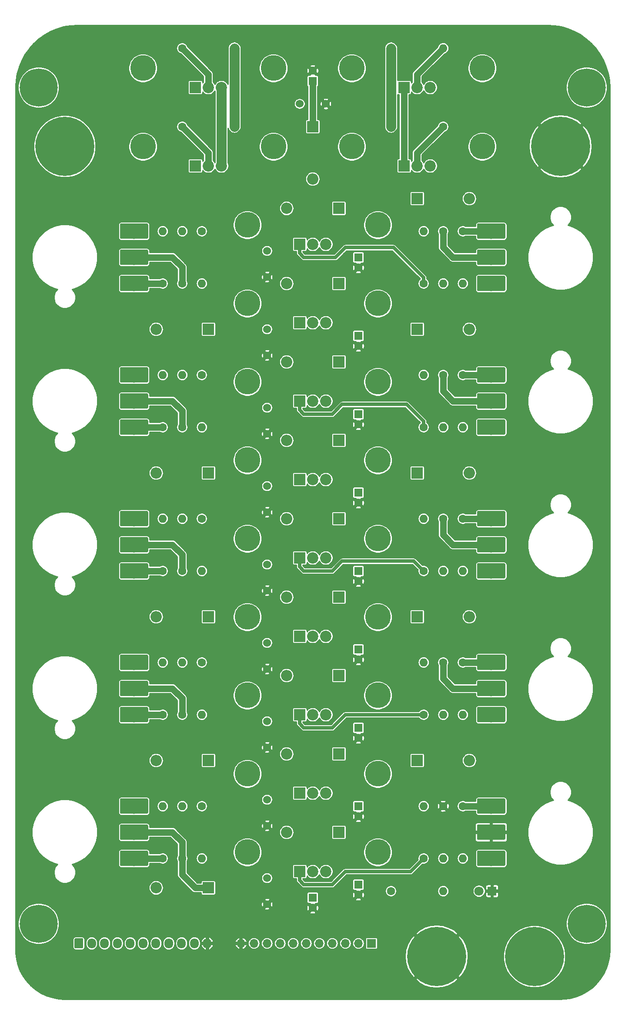
<source format=gbr>
G04 #@! TF.GenerationSoftware,KiCad,Pcbnew,(5.1.4)-1*
G04 #@! TF.CreationDate,2019-10-23T20:28:56-04:00*
G04 #@! TF.ProjectId,Fusion Cell Emulator,46757369-6f6e-4204-9365-6c6c20456d75,rev?*
G04 #@! TF.SameCoordinates,Original*
G04 #@! TF.FileFunction,Copper,L2,Bot*
G04 #@! TF.FilePolarity,Positive*
%FSLAX46Y46*%
G04 Gerber Fmt 4.6, Leading zero omitted, Abs format (unit mm)*
G04 Created by KiCad (PCBNEW (5.1.4)-1) date 2019-10-23 20:28:56*
%MOMM*%
%LPD*%
G04 APERTURE LIST*
G04 #@! TA.AperFunction,ComponentPad*
%ADD10C,7.400000*%
G04 #@! TD*
G04 #@! TA.AperFunction,Conductor*
%ADD11C,0.100000*%
G04 #@! TD*
G04 #@! TA.AperFunction,SMDPad,CuDef*
%ADD12C,3.000000*%
G04 #@! TD*
G04 #@! TA.AperFunction,ComponentPad*
%ADD13C,11.500000*%
G04 #@! TD*
G04 #@! TA.AperFunction,ComponentPad*
%ADD14C,5.000000*%
G04 #@! TD*
G04 #@! TA.AperFunction,ComponentPad*
%ADD15C,2.200000*%
G04 #@! TD*
G04 #@! TA.AperFunction,ComponentPad*
%ADD16R,2.200000X2.200000*%
G04 #@! TD*
G04 #@! TA.AperFunction,ComponentPad*
%ADD17O,1.600000X1.600000*%
G04 #@! TD*
G04 #@! TA.AperFunction,ComponentPad*
%ADD18C,1.600000*%
G04 #@! TD*
G04 #@! TA.AperFunction,ComponentPad*
%ADD19O,1.700000X1.700000*%
G04 #@! TD*
G04 #@! TA.AperFunction,ComponentPad*
%ADD20R,1.700000X1.700000*%
G04 #@! TD*
G04 #@! TA.AperFunction,ComponentPad*
%ADD21O,1.700000X1.950000*%
G04 #@! TD*
G04 #@! TA.AperFunction,ComponentPad*
%ADD22C,1.700000*%
G04 #@! TD*
G04 #@! TA.AperFunction,ComponentPad*
%ADD23O,2.200000X2.200000*%
G04 #@! TD*
G04 #@! TA.AperFunction,ComponentPad*
%ADD24C,1.800000*%
G04 #@! TD*
G04 #@! TA.AperFunction,ComponentPad*
%ADD25R,1.800000X1.800000*%
G04 #@! TD*
G04 #@! TA.AperFunction,ComponentPad*
%ADD26R,1.600000X1.600000*%
G04 #@! TD*
G04 #@! TA.AperFunction,ComponentPad*
%ADD27C,1.524000*%
G04 #@! TD*
G04 #@! TA.AperFunction,Conductor*
%ADD28C,1.270000*%
G04 #@! TD*
G04 #@! TA.AperFunction,Conductor*
%ADD29C,1.905000*%
G04 #@! TD*
G04 #@! TA.AperFunction,Conductor*
%ADD30C,0.635000*%
G04 #@! TD*
G04 #@! TA.AperFunction,Conductor*
%ADD31C,0.254000*%
G04 #@! TD*
G04 APERTURE END LIST*
D10*
G04 #@! TO.P,REF\002A\002A,1*
G04 #@! TO.N,N/C*
X99060000Y-121920000D03*
G04 #@! TD*
G04 #@! TO.P,REF\002A\002A,1*
G04 #@! TO.N,N/C*
X205740000Y-121920000D03*
G04 #@! TD*
G04 #@! TO.P,REF\002A\002A,1*
G04 #@! TO.N,N/C*
X99060000Y40640000D03*
G04 #@! TD*
G04 #@! TO.P,REF\002A\002A,1*
G04 #@! TO.N,N/C*
X205740000Y40640000D03*
G04 #@! TD*
D11*
G04 #@! TO.N,Net-(R30-Pad1)*
G04 #@! TO.C,RV10*
G36*
X189639405Y-97561445D02*
G01*
X189668527Y-97565764D01*
X189697085Y-97572918D01*
X189724805Y-97582836D01*
X189751419Y-97595424D01*
X189776671Y-97610559D01*
X189800318Y-97628097D01*
X189822132Y-97647868D01*
X189841903Y-97669682D01*
X189859441Y-97693329D01*
X189874576Y-97718581D01*
X189887164Y-97745195D01*
X189897082Y-97772915D01*
X189904236Y-97801473D01*
X189908555Y-97830595D01*
X189910000Y-97860000D01*
X189910000Y-100260000D01*
X189908555Y-100289405D01*
X189904236Y-100318527D01*
X189897082Y-100347085D01*
X189887164Y-100374805D01*
X189874576Y-100401419D01*
X189859441Y-100426671D01*
X189841903Y-100450318D01*
X189822132Y-100472132D01*
X189800318Y-100491903D01*
X189776671Y-100509441D01*
X189751419Y-100524576D01*
X189724805Y-100537164D01*
X189697085Y-100547082D01*
X189668527Y-100554236D01*
X189639405Y-100558555D01*
X189610000Y-100560000D01*
X184710000Y-100560000D01*
X184680595Y-100558555D01*
X184651473Y-100554236D01*
X184622915Y-100547082D01*
X184595195Y-100537164D01*
X184568581Y-100524576D01*
X184543329Y-100509441D01*
X184519682Y-100491903D01*
X184497868Y-100472132D01*
X184478097Y-100450318D01*
X184460559Y-100426671D01*
X184445424Y-100401419D01*
X184432836Y-100374805D01*
X184422918Y-100347085D01*
X184415764Y-100318527D01*
X184411445Y-100289405D01*
X184410000Y-100260000D01*
X184410000Y-97860000D01*
X184411445Y-97830595D01*
X184415764Y-97801473D01*
X184422918Y-97772915D01*
X184432836Y-97745195D01*
X184445424Y-97718581D01*
X184460559Y-97693329D01*
X184478097Y-97669682D01*
X184497868Y-97647868D01*
X184519682Y-97628097D01*
X184543329Y-97610559D01*
X184568581Y-97595424D01*
X184595195Y-97582836D01*
X184622915Y-97572918D01*
X184651473Y-97565764D01*
X184680595Y-97561445D01*
X184710000Y-97560000D01*
X189610000Y-97560000D01*
X189639405Y-97561445D01*
X189639405Y-97561445D01*
G37*
D12*
G04 #@! TD*
G04 #@! TO.P,RV10,1*
G04 #@! TO.N,Net-(R30-Pad1)*
X187160000Y-99060000D03*
D11*
G04 #@! TO.N,GND*
G04 #@! TO.C,RV10*
G36*
X189639405Y-102641445D02*
G01*
X189668527Y-102645764D01*
X189697085Y-102652918D01*
X189724805Y-102662836D01*
X189751419Y-102675424D01*
X189776671Y-102690559D01*
X189800318Y-102708097D01*
X189822132Y-102727868D01*
X189841903Y-102749682D01*
X189859441Y-102773329D01*
X189874576Y-102798581D01*
X189887164Y-102825195D01*
X189897082Y-102852915D01*
X189904236Y-102881473D01*
X189908555Y-102910595D01*
X189910000Y-102940000D01*
X189910000Y-105340000D01*
X189908555Y-105369405D01*
X189904236Y-105398527D01*
X189897082Y-105427085D01*
X189887164Y-105454805D01*
X189874576Y-105481419D01*
X189859441Y-105506671D01*
X189841903Y-105530318D01*
X189822132Y-105552132D01*
X189800318Y-105571903D01*
X189776671Y-105589441D01*
X189751419Y-105604576D01*
X189724805Y-105617164D01*
X189697085Y-105627082D01*
X189668527Y-105634236D01*
X189639405Y-105638555D01*
X189610000Y-105640000D01*
X184710000Y-105640000D01*
X184680595Y-105638555D01*
X184651473Y-105634236D01*
X184622915Y-105627082D01*
X184595195Y-105617164D01*
X184568581Y-105604576D01*
X184543329Y-105589441D01*
X184519682Y-105571903D01*
X184497868Y-105552132D01*
X184478097Y-105530318D01*
X184460559Y-105506671D01*
X184445424Y-105481419D01*
X184432836Y-105454805D01*
X184422918Y-105427085D01*
X184415764Y-105398527D01*
X184411445Y-105369405D01*
X184410000Y-105340000D01*
X184410000Y-102940000D01*
X184411445Y-102910595D01*
X184415764Y-102881473D01*
X184422918Y-102852915D01*
X184432836Y-102825195D01*
X184445424Y-102798581D01*
X184460559Y-102773329D01*
X184478097Y-102749682D01*
X184497868Y-102727868D01*
X184519682Y-102708097D01*
X184543329Y-102690559D01*
X184568581Y-102675424D01*
X184595195Y-102662836D01*
X184622915Y-102652918D01*
X184651473Y-102645764D01*
X184680595Y-102641445D01*
X184710000Y-102640000D01*
X189610000Y-102640000D01*
X189639405Y-102641445D01*
X189639405Y-102641445D01*
G37*
D12*
G04 #@! TD*
G04 #@! TO.P,RV10,2*
G04 #@! TO.N,GND*
X187160000Y-104140000D03*
D11*
G04 #@! TO.N,N/C*
G04 #@! TO.C,RV10*
G36*
X189639405Y-107721445D02*
G01*
X189668527Y-107725764D01*
X189697085Y-107732918D01*
X189724805Y-107742836D01*
X189751419Y-107755424D01*
X189776671Y-107770559D01*
X189800318Y-107788097D01*
X189822132Y-107807868D01*
X189841903Y-107829682D01*
X189859441Y-107853329D01*
X189874576Y-107878581D01*
X189887164Y-107905195D01*
X189897082Y-107932915D01*
X189904236Y-107961473D01*
X189908555Y-107990595D01*
X189910000Y-108020000D01*
X189910000Y-110420000D01*
X189908555Y-110449405D01*
X189904236Y-110478527D01*
X189897082Y-110507085D01*
X189887164Y-110534805D01*
X189874576Y-110561419D01*
X189859441Y-110586671D01*
X189841903Y-110610318D01*
X189822132Y-110632132D01*
X189800318Y-110651903D01*
X189776671Y-110669441D01*
X189751419Y-110684576D01*
X189724805Y-110697164D01*
X189697085Y-110707082D01*
X189668527Y-110714236D01*
X189639405Y-110718555D01*
X189610000Y-110720000D01*
X184710000Y-110720000D01*
X184680595Y-110718555D01*
X184651473Y-110714236D01*
X184622915Y-110707082D01*
X184595195Y-110697164D01*
X184568581Y-110684576D01*
X184543329Y-110669441D01*
X184519682Y-110651903D01*
X184497868Y-110632132D01*
X184478097Y-110610318D01*
X184460559Y-110586671D01*
X184445424Y-110561419D01*
X184432836Y-110534805D01*
X184422918Y-110507085D01*
X184415764Y-110478527D01*
X184411445Y-110449405D01*
X184410000Y-110420000D01*
X184410000Y-108020000D01*
X184411445Y-107990595D01*
X184415764Y-107961473D01*
X184422918Y-107932915D01*
X184432836Y-107905195D01*
X184445424Y-107878581D01*
X184460559Y-107853329D01*
X184478097Y-107829682D01*
X184497868Y-107807868D01*
X184519682Y-107788097D01*
X184543329Y-107770559D01*
X184568581Y-107755424D01*
X184595195Y-107742836D01*
X184622915Y-107732918D01*
X184651473Y-107725764D01*
X184680595Y-107721445D01*
X184710000Y-107720000D01*
X189610000Y-107720000D01*
X189639405Y-107721445D01*
X189639405Y-107721445D01*
G37*
D12*
G04 #@! TD*
G04 #@! TO.P,RV10,3*
G04 #@! TO.N,N/C*
X187160000Y-109220000D03*
D11*
G04 #@! TO.N,Net-(R26-Pad1)*
G04 #@! TO.C,RV6*
G36*
X189639405Y-41681445D02*
G01*
X189668527Y-41685764D01*
X189697085Y-41692918D01*
X189724805Y-41702836D01*
X189751419Y-41715424D01*
X189776671Y-41730559D01*
X189800318Y-41748097D01*
X189822132Y-41767868D01*
X189841903Y-41789682D01*
X189859441Y-41813329D01*
X189874576Y-41838581D01*
X189887164Y-41865195D01*
X189897082Y-41892915D01*
X189904236Y-41921473D01*
X189908555Y-41950595D01*
X189910000Y-41980000D01*
X189910000Y-44380000D01*
X189908555Y-44409405D01*
X189904236Y-44438527D01*
X189897082Y-44467085D01*
X189887164Y-44494805D01*
X189874576Y-44521419D01*
X189859441Y-44546671D01*
X189841903Y-44570318D01*
X189822132Y-44592132D01*
X189800318Y-44611903D01*
X189776671Y-44629441D01*
X189751419Y-44644576D01*
X189724805Y-44657164D01*
X189697085Y-44667082D01*
X189668527Y-44674236D01*
X189639405Y-44678555D01*
X189610000Y-44680000D01*
X184710000Y-44680000D01*
X184680595Y-44678555D01*
X184651473Y-44674236D01*
X184622915Y-44667082D01*
X184595195Y-44657164D01*
X184568581Y-44644576D01*
X184543329Y-44629441D01*
X184519682Y-44611903D01*
X184497868Y-44592132D01*
X184478097Y-44570318D01*
X184460559Y-44546671D01*
X184445424Y-44521419D01*
X184432836Y-44494805D01*
X184422918Y-44467085D01*
X184415764Y-44438527D01*
X184411445Y-44409405D01*
X184410000Y-44380000D01*
X184410000Y-41980000D01*
X184411445Y-41950595D01*
X184415764Y-41921473D01*
X184422918Y-41892915D01*
X184432836Y-41865195D01*
X184445424Y-41838581D01*
X184460559Y-41813329D01*
X184478097Y-41789682D01*
X184497868Y-41767868D01*
X184519682Y-41748097D01*
X184543329Y-41730559D01*
X184568581Y-41715424D01*
X184595195Y-41702836D01*
X184622915Y-41692918D01*
X184651473Y-41685764D01*
X184680595Y-41681445D01*
X184710000Y-41680000D01*
X189610000Y-41680000D01*
X189639405Y-41681445D01*
X189639405Y-41681445D01*
G37*
D12*
G04 #@! TD*
G04 #@! TO.P,RV6,1*
G04 #@! TO.N,Net-(R26-Pad1)*
X187160000Y-43180000D03*
D11*
G04 #@! TO.N,/C4*
G04 #@! TO.C,RV6*
G36*
X189639405Y-46761445D02*
G01*
X189668527Y-46765764D01*
X189697085Y-46772918D01*
X189724805Y-46782836D01*
X189751419Y-46795424D01*
X189776671Y-46810559D01*
X189800318Y-46828097D01*
X189822132Y-46847868D01*
X189841903Y-46869682D01*
X189859441Y-46893329D01*
X189874576Y-46918581D01*
X189887164Y-46945195D01*
X189897082Y-46972915D01*
X189904236Y-47001473D01*
X189908555Y-47030595D01*
X189910000Y-47060000D01*
X189910000Y-49460000D01*
X189908555Y-49489405D01*
X189904236Y-49518527D01*
X189897082Y-49547085D01*
X189887164Y-49574805D01*
X189874576Y-49601419D01*
X189859441Y-49626671D01*
X189841903Y-49650318D01*
X189822132Y-49672132D01*
X189800318Y-49691903D01*
X189776671Y-49709441D01*
X189751419Y-49724576D01*
X189724805Y-49737164D01*
X189697085Y-49747082D01*
X189668527Y-49754236D01*
X189639405Y-49758555D01*
X189610000Y-49760000D01*
X184710000Y-49760000D01*
X184680595Y-49758555D01*
X184651473Y-49754236D01*
X184622915Y-49747082D01*
X184595195Y-49737164D01*
X184568581Y-49724576D01*
X184543329Y-49709441D01*
X184519682Y-49691903D01*
X184497868Y-49672132D01*
X184478097Y-49650318D01*
X184460559Y-49626671D01*
X184445424Y-49601419D01*
X184432836Y-49574805D01*
X184422918Y-49547085D01*
X184415764Y-49518527D01*
X184411445Y-49489405D01*
X184410000Y-49460000D01*
X184410000Y-47060000D01*
X184411445Y-47030595D01*
X184415764Y-47001473D01*
X184422918Y-46972915D01*
X184432836Y-46945195D01*
X184445424Y-46918581D01*
X184460559Y-46893329D01*
X184478097Y-46869682D01*
X184497868Y-46847868D01*
X184519682Y-46828097D01*
X184543329Y-46810559D01*
X184568581Y-46795424D01*
X184595195Y-46782836D01*
X184622915Y-46772918D01*
X184651473Y-46765764D01*
X184680595Y-46761445D01*
X184710000Y-46760000D01*
X189610000Y-46760000D01*
X189639405Y-46761445D01*
X189639405Y-46761445D01*
G37*
D12*
G04 #@! TD*
G04 #@! TO.P,RV6,2*
G04 #@! TO.N,/C4*
X187160000Y-48260000D03*
D11*
G04 #@! TO.N,N/C*
G04 #@! TO.C,RV6*
G36*
X189639405Y-51841445D02*
G01*
X189668527Y-51845764D01*
X189697085Y-51852918D01*
X189724805Y-51862836D01*
X189751419Y-51875424D01*
X189776671Y-51890559D01*
X189800318Y-51908097D01*
X189822132Y-51927868D01*
X189841903Y-51949682D01*
X189859441Y-51973329D01*
X189874576Y-51998581D01*
X189887164Y-52025195D01*
X189897082Y-52052915D01*
X189904236Y-52081473D01*
X189908555Y-52110595D01*
X189910000Y-52140000D01*
X189910000Y-54540000D01*
X189908555Y-54569405D01*
X189904236Y-54598527D01*
X189897082Y-54627085D01*
X189887164Y-54654805D01*
X189874576Y-54681419D01*
X189859441Y-54706671D01*
X189841903Y-54730318D01*
X189822132Y-54752132D01*
X189800318Y-54771903D01*
X189776671Y-54789441D01*
X189751419Y-54804576D01*
X189724805Y-54817164D01*
X189697085Y-54827082D01*
X189668527Y-54834236D01*
X189639405Y-54838555D01*
X189610000Y-54840000D01*
X184710000Y-54840000D01*
X184680595Y-54838555D01*
X184651473Y-54834236D01*
X184622915Y-54827082D01*
X184595195Y-54817164D01*
X184568581Y-54804576D01*
X184543329Y-54789441D01*
X184519682Y-54771903D01*
X184497868Y-54752132D01*
X184478097Y-54730318D01*
X184460559Y-54706671D01*
X184445424Y-54681419D01*
X184432836Y-54654805D01*
X184422918Y-54627085D01*
X184415764Y-54598527D01*
X184411445Y-54569405D01*
X184410000Y-54540000D01*
X184410000Y-52140000D01*
X184411445Y-52110595D01*
X184415764Y-52081473D01*
X184422918Y-52052915D01*
X184432836Y-52025195D01*
X184445424Y-51998581D01*
X184460559Y-51973329D01*
X184478097Y-51949682D01*
X184497868Y-51927868D01*
X184519682Y-51908097D01*
X184543329Y-51890559D01*
X184568581Y-51875424D01*
X184595195Y-51862836D01*
X184622915Y-51852918D01*
X184651473Y-51845764D01*
X184680595Y-51841445D01*
X184710000Y-51840000D01*
X189610000Y-51840000D01*
X189639405Y-51841445D01*
X189639405Y-51841445D01*
G37*
D12*
G04 #@! TD*
G04 #@! TO.P,RV6,3*
G04 #@! TO.N,N/C*
X187160000Y-53340000D03*
D11*
G04 #@! TO.N,Net-(R13-Pad1)*
G04 #@! TO.C,RV4*
G36*
X189639405Y-13741445D02*
G01*
X189668527Y-13745764D01*
X189697085Y-13752918D01*
X189724805Y-13762836D01*
X189751419Y-13775424D01*
X189776671Y-13790559D01*
X189800318Y-13808097D01*
X189822132Y-13827868D01*
X189841903Y-13849682D01*
X189859441Y-13873329D01*
X189874576Y-13898581D01*
X189887164Y-13925195D01*
X189897082Y-13952915D01*
X189904236Y-13981473D01*
X189908555Y-14010595D01*
X189910000Y-14040000D01*
X189910000Y-16440000D01*
X189908555Y-16469405D01*
X189904236Y-16498527D01*
X189897082Y-16527085D01*
X189887164Y-16554805D01*
X189874576Y-16581419D01*
X189859441Y-16606671D01*
X189841903Y-16630318D01*
X189822132Y-16652132D01*
X189800318Y-16671903D01*
X189776671Y-16689441D01*
X189751419Y-16704576D01*
X189724805Y-16717164D01*
X189697085Y-16727082D01*
X189668527Y-16734236D01*
X189639405Y-16738555D01*
X189610000Y-16740000D01*
X184710000Y-16740000D01*
X184680595Y-16738555D01*
X184651473Y-16734236D01*
X184622915Y-16727082D01*
X184595195Y-16717164D01*
X184568581Y-16704576D01*
X184543329Y-16689441D01*
X184519682Y-16671903D01*
X184497868Y-16652132D01*
X184478097Y-16630318D01*
X184460559Y-16606671D01*
X184445424Y-16581419D01*
X184432836Y-16554805D01*
X184422918Y-16527085D01*
X184415764Y-16498527D01*
X184411445Y-16469405D01*
X184410000Y-16440000D01*
X184410000Y-14040000D01*
X184411445Y-14010595D01*
X184415764Y-13981473D01*
X184422918Y-13952915D01*
X184432836Y-13925195D01*
X184445424Y-13898581D01*
X184460559Y-13873329D01*
X184478097Y-13849682D01*
X184497868Y-13827868D01*
X184519682Y-13808097D01*
X184543329Y-13790559D01*
X184568581Y-13775424D01*
X184595195Y-13762836D01*
X184622915Y-13752918D01*
X184651473Y-13745764D01*
X184680595Y-13741445D01*
X184710000Y-13740000D01*
X189610000Y-13740000D01*
X189639405Y-13741445D01*
X189639405Y-13741445D01*
G37*
D12*
G04 #@! TD*
G04 #@! TO.P,RV4,1*
G04 #@! TO.N,Net-(R13-Pad1)*
X187160000Y-15240000D03*
D11*
G04 #@! TO.N,/C6*
G04 #@! TO.C,RV4*
G36*
X189639405Y-18821445D02*
G01*
X189668527Y-18825764D01*
X189697085Y-18832918D01*
X189724805Y-18842836D01*
X189751419Y-18855424D01*
X189776671Y-18870559D01*
X189800318Y-18888097D01*
X189822132Y-18907868D01*
X189841903Y-18929682D01*
X189859441Y-18953329D01*
X189874576Y-18978581D01*
X189887164Y-19005195D01*
X189897082Y-19032915D01*
X189904236Y-19061473D01*
X189908555Y-19090595D01*
X189910000Y-19120000D01*
X189910000Y-21520000D01*
X189908555Y-21549405D01*
X189904236Y-21578527D01*
X189897082Y-21607085D01*
X189887164Y-21634805D01*
X189874576Y-21661419D01*
X189859441Y-21686671D01*
X189841903Y-21710318D01*
X189822132Y-21732132D01*
X189800318Y-21751903D01*
X189776671Y-21769441D01*
X189751419Y-21784576D01*
X189724805Y-21797164D01*
X189697085Y-21807082D01*
X189668527Y-21814236D01*
X189639405Y-21818555D01*
X189610000Y-21820000D01*
X184710000Y-21820000D01*
X184680595Y-21818555D01*
X184651473Y-21814236D01*
X184622915Y-21807082D01*
X184595195Y-21797164D01*
X184568581Y-21784576D01*
X184543329Y-21769441D01*
X184519682Y-21751903D01*
X184497868Y-21732132D01*
X184478097Y-21710318D01*
X184460559Y-21686671D01*
X184445424Y-21661419D01*
X184432836Y-21634805D01*
X184422918Y-21607085D01*
X184415764Y-21578527D01*
X184411445Y-21549405D01*
X184410000Y-21520000D01*
X184410000Y-19120000D01*
X184411445Y-19090595D01*
X184415764Y-19061473D01*
X184422918Y-19032915D01*
X184432836Y-19005195D01*
X184445424Y-18978581D01*
X184460559Y-18953329D01*
X184478097Y-18929682D01*
X184497868Y-18907868D01*
X184519682Y-18888097D01*
X184543329Y-18870559D01*
X184568581Y-18855424D01*
X184595195Y-18842836D01*
X184622915Y-18832918D01*
X184651473Y-18825764D01*
X184680595Y-18821445D01*
X184710000Y-18820000D01*
X189610000Y-18820000D01*
X189639405Y-18821445D01*
X189639405Y-18821445D01*
G37*
D12*
G04 #@! TD*
G04 #@! TO.P,RV4,2*
G04 #@! TO.N,/C6*
X187160000Y-20320000D03*
D11*
G04 #@! TO.N,N/C*
G04 #@! TO.C,RV4*
G36*
X189639405Y-23901445D02*
G01*
X189668527Y-23905764D01*
X189697085Y-23912918D01*
X189724805Y-23922836D01*
X189751419Y-23935424D01*
X189776671Y-23950559D01*
X189800318Y-23968097D01*
X189822132Y-23987868D01*
X189841903Y-24009682D01*
X189859441Y-24033329D01*
X189874576Y-24058581D01*
X189887164Y-24085195D01*
X189897082Y-24112915D01*
X189904236Y-24141473D01*
X189908555Y-24170595D01*
X189910000Y-24200000D01*
X189910000Y-26600000D01*
X189908555Y-26629405D01*
X189904236Y-26658527D01*
X189897082Y-26687085D01*
X189887164Y-26714805D01*
X189874576Y-26741419D01*
X189859441Y-26766671D01*
X189841903Y-26790318D01*
X189822132Y-26812132D01*
X189800318Y-26831903D01*
X189776671Y-26849441D01*
X189751419Y-26864576D01*
X189724805Y-26877164D01*
X189697085Y-26887082D01*
X189668527Y-26894236D01*
X189639405Y-26898555D01*
X189610000Y-26900000D01*
X184710000Y-26900000D01*
X184680595Y-26898555D01*
X184651473Y-26894236D01*
X184622915Y-26887082D01*
X184595195Y-26877164D01*
X184568581Y-26864576D01*
X184543329Y-26849441D01*
X184519682Y-26831903D01*
X184497868Y-26812132D01*
X184478097Y-26790318D01*
X184460559Y-26766671D01*
X184445424Y-26741419D01*
X184432836Y-26714805D01*
X184422918Y-26687085D01*
X184415764Y-26658527D01*
X184411445Y-26629405D01*
X184410000Y-26600000D01*
X184410000Y-24200000D01*
X184411445Y-24170595D01*
X184415764Y-24141473D01*
X184422918Y-24112915D01*
X184432836Y-24085195D01*
X184445424Y-24058581D01*
X184460559Y-24033329D01*
X184478097Y-24009682D01*
X184497868Y-23987868D01*
X184519682Y-23968097D01*
X184543329Y-23950559D01*
X184568581Y-23935424D01*
X184595195Y-23922836D01*
X184622915Y-23912918D01*
X184651473Y-23905764D01*
X184680595Y-23901445D01*
X184710000Y-23900000D01*
X189610000Y-23900000D01*
X189639405Y-23901445D01*
X189639405Y-23901445D01*
G37*
D12*
G04 #@! TD*
G04 #@! TO.P,RV4,3*
G04 #@! TO.N,N/C*
X187160000Y-25400000D03*
D13*
G04 #@! TO.P,J7,1*
G04 #@! TO.N,GND*
X176530000Y-128270000D03*
G04 #@! TD*
G04 #@! TO.P,J6,1*
G04 #@! TO.N,/C10*
X195580000Y-128270000D03*
G04 #@! TD*
G04 #@! TO.P,J2,1*
G04 #@! TO.N,GND*
X200660000Y29210000D03*
G04 #@! TD*
G04 #@! TO.P,J1,1*
G04 #@! TO.N,VBUS*
X104140000Y29210000D03*
G04 #@! TD*
D14*
G04 #@! TO.P,U13,HS*
G04 #@! TO.N,N/C*
X165100000Y-108010000D03*
X139700000Y-108010000D03*
D15*
G04 #@! TO.P,U13,3*
G04 #@! TO.N,/C2*
X154940000Y-111760000D03*
G04 #@! TO.P,U13,2*
G04 #@! TO.N,/C1*
X152400000Y-111760000D03*
D16*
G04 #@! TO.P,U13,1*
G04 #@! TO.N,Net-(C16-Pad2)*
X149860000Y-111760000D03*
G04 #@! TD*
D14*
G04 #@! TO.P,U12,HS*
G04 #@! TO.N,N/C*
X165100000Y-92770000D03*
X139700000Y-92770000D03*
D15*
G04 #@! TO.P,U12,3*
G04 #@! TO.N,/C3*
X154940000Y-96520000D03*
G04 #@! TO.P,U12,2*
G04 #@! TO.N,/C2*
X152400000Y-96520000D03*
D16*
G04 #@! TO.P,U12,1*
G04 #@! TO.N,Net-(C15-Pad2)*
X149860000Y-96520000D03*
G04 #@! TD*
D14*
G04 #@! TO.P,U11,HS*
G04 #@! TO.N,N/C*
X165100000Y-77530000D03*
X139700000Y-77530000D03*
D15*
G04 #@! TO.P,U11,3*
G04 #@! TO.N,/C4*
X154940000Y-81280000D03*
G04 #@! TO.P,U11,2*
G04 #@! TO.N,/C3*
X152400000Y-81280000D03*
D16*
G04 #@! TO.P,U11,1*
G04 #@! TO.N,Net-(C14-Pad2)*
X149860000Y-81280000D03*
G04 #@! TD*
D14*
G04 #@! TO.P,U10,HS*
G04 #@! TO.N,N/C*
X165100000Y-62290000D03*
X139700000Y-62290000D03*
D15*
G04 #@! TO.P,U10,3*
G04 #@! TO.N,/C5*
X154940000Y-66040000D03*
G04 #@! TO.P,U10,2*
G04 #@! TO.N,/C4*
X152400000Y-66040000D03*
D16*
G04 #@! TO.P,U10,1*
G04 #@! TO.N,Net-(C13-Pad2)*
X149860000Y-66040000D03*
G04 #@! TD*
D14*
G04 #@! TO.P,U9,HS*
G04 #@! TO.N,N/C*
X165100000Y-47050000D03*
X139700000Y-47050000D03*
D15*
G04 #@! TO.P,U9,3*
G04 #@! TO.N,/C6*
X154940000Y-50800000D03*
G04 #@! TO.P,U9,2*
G04 #@! TO.N,/C5*
X152400000Y-50800000D03*
D16*
G04 #@! TO.P,U9,1*
G04 #@! TO.N,Net-(C12-Pad2)*
X149860000Y-50800000D03*
G04 #@! TD*
D14*
G04 #@! TO.P,U8,HS*
G04 #@! TO.N,N/C*
X165100000Y-31810000D03*
X139700000Y-31810000D03*
D15*
G04 #@! TO.P,U8,3*
G04 #@! TO.N,/C7*
X154940000Y-35560000D03*
G04 #@! TO.P,U8,2*
G04 #@! TO.N,/C6*
X152400000Y-35560000D03*
D16*
G04 #@! TO.P,U8,1*
G04 #@! TO.N,Net-(C11-Pad2)*
X149860000Y-35560000D03*
G04 #@! TD*
D14*
G04 #@! TO.P,U7,HS*
G04 #@! TO.N,N/C*
X165100000Y-16570000D03*
X139700000Y-16570000D03*
D15*
G04 #@! TO.P,U7,3*
G04 #@! TO.N,/C8*
X154940000Y-20320000D03*
G04 #@! TO.P,U7,2*
G04 #@! TO.N,/C7*
X152400000Y-20320000D03*
D16*
G04 #@! TO.P,U7,1*
G04 #@! TO.N,Net-(C10-Pad2)*
X149860000Y-20320000D03*
G04 #@! TD*
D14*
G04 #@! TO.P,U6,HS*
G04 #@! TO.N,N/C*
X165100000Y-1330000D03*
X139700000Y-1330000D03*
D15*
G04 #@! TO.P,U6,3*
G04 #@! TO.N,/C9*
X154940000Y-5080000D03*
G04 #@! TO.P,U6,2*
G04 #@! TO.N,/C8*
X152400000Y-5080000D03*
D16*
G04 #@! TO.P,U6,1*
G04 #@! TO.N,Net-(C9-Pad2)*
X149860000Y-5080000D03*
G04 #@! TD*
D14*
G04 #@! TO.P,U5,HS*
G04 #@! TO.N,N/C*
X165100000Y13910000D03*
X139700000Y13910000D03*
D15*
G04 #@! TO.P,U5,3*
G04 #@! TO.N,/C10*
X154940000Y10160000D03*
G04 #@! TO.P,U5,2*
G04 #@! TO.N,/C9*
X152400000Y10160000D03*
D16*
G04 #@! TO.P,U5,1*
G04 #@! TO.N,Net-(C8-Pad2)*
X149860000Y10160000D03*
G04 #@! TD*
D14*
G04 #@! TO.P,U4,HS*
G04 #@! TO.N,N/C*
X144780000Y44390000D03*
X119380000Y44390000D03*
D15*
G04 #@! TO.P,U4,3*
G04 #@! TO.N,VBUS*
X134620000Y40640000D03*
G04 #@! TO.P,U4,2*
G04 #@! TO.N,Net-(R4-Pad1)*
X132080000Y40640000D03*
D16*
G04 #@! TO.P,U4,1*
G04 #@! TO.N,Net-(C7-Pad2)*
X129540000Y40640000D03*
G04 #@! TD*
D14*
G04 #@! TO.P,U3,HS*
G04 #@! TO.N,N/C*
X144780000Y29150000D03*
X119380000Y29150000D03*
D15*
G04 #@! TO.P,U3,3*
G04 #@! TO.N,VBUS*
X134620000Y25400000D03*
G04 #@! TO.P,U3,2*
G04 #@! TO.N,Net-(R3-Pad1)*
X132080000Y25400000D03*
D16*
G04 #@! TO.P,U3,1*
G04 #@! TO.N,Net-(C7-Pad2)*
X129540000Y25400000D03*
G04 #@! TD*
D14*
G04 #@! TO.P,U2,HS*
G04 #@! TO.N,N/C*
X185420000Y44390000D03*
X160020000Y44390000D03*
D15*
G04 #@! TO.P,U2,3*
G04 #@! TO.N,VBUS*
X175260000Y40640000D03*
G04 #@! TO.P,U2,2*
G04 #@! TO.N,Net-(R2-Pad2)*
X172720000Y40640000D03*
D16*
G04 #@! TO.P,U2,1*
G04 #@! TO.N,Net-(C7-Pad2)*
X170180000Y40640000D03*
G04 #@! TD*
D14*
G04 #@! TO.P,U1,HS*
G04 #@! TO.N,N/C*
X185420000Y29150000D03*
X160020000Y29150000D03*
D15*
G04 #@! TO.P,U1,3*
G04 #@! TO.N,VBUS*
X175260000Y25400000D03*
G04 #@! TO.P,U1,2*
G04 #@! TO.N,Net-(R1-Pad1)*
X172720000Y25400000D03*
D16*
G04 #@! TO.P,U1,1*
G04 #@! TO.N,Net-(C7-Pad2)*
X170180000Y25400000D03*
G04 #@! TD*
D11*
G04 #@! TO.N,Net-(R29-Pad1)*
G04 #@! TO.C,RV9*
G36*
X120119405Y-107721445D02*
G01*
X120148527Y-107725764D01*
X120177085Y-107732918D01*
X120204805Y-107742836D01*
X120231419Y-107755424D01*
X120256671Y-107770559D01*
X120280318Y-107788097D01*
X120302132Y-107807868D01*
X120321903Y-107829682D01*
X120339441Y-107853329D01*
X120354576Y-107878581D01*
X120367164Y-107905195D01*
X120377082Y-107932915D01*
X120384236Y-107961473D01*
X120388555Y-107990595D01*
X120390000Y-108020000D01*
X120390000Y-110420000D01*
X120388555Y-110449405D01*
X120384236Y-110478527D01*
X120377082Y-110507085D01*
X120367164Y-110534805D01*
X120354576Y-110561419D01*
X120339441Y-110586671D01*
X120321903Y-110610318D01*
X120302132Y-110632132D01*
X120280318Y-110651903D01*
X120256671Y-110669441D01*
X120231419Y-110684576D01*
X120204805Y-110697164D01*
X120177085Y-110707082D01*
X120148527Y-110714236D01*
X120119405Y-110718555D01*
X120090000Y-110720000D01*
X115190000Y-110720000D01*
X115160595Y-110718555D01*
X115131473Y-110714236D01*
X115102915Y-110707082D01*
X115075195Y-110697164D01*
X115048581Y-110684576D01*
X115023329Y-110669441D01*
X114999682Y-110651903D01*
X114977868Y-110632132D01*
X114958097Y-110610318D01*
X114940559Y-110586671D01*
X114925424Y-110561419D01*
X114912836Y-110534805D01*
X114902918Y-110507085D01*
X114895764Y-110478527D01*
X114891445Y-110449405D01*
X114890000Y-110420000D01*
X114890000Y-108020000D01*
X114891445Y-107990595D01*
X114895764Y-107961473D01*
X114902918Y-107932915D01*
X114912836Y-107905195D01*
X114925424Y-107878581D01*
X114940559Y-107853329D01*
X114958097Y-107829682D01*
X114977868Y-107807868D01*
X114999682Y-107788097D01*
X115023329Y-107770559D01*
X115048581Y-107755424D01*
X115075195Y-107742836D01*
X115102915Y-107732918D01*
X115131473Y-107725764D01*
X115160595Y-107721445D01*
X115190000Y-107720000D01*
X120090000Y-107720000D01*
X120119405Y-107721445D01*
X120119405Y-107721445D01*
G37*
D12*
G04 #@! TD*
G04 #@! TO.P,RV9,1*
G04 #@! TO.N,Net-(R29-Pad1)*
X117640000Y-109220000D03*
D11*
G04 #@! TO.N,/C1*
G04 #@! TO.C,RV9*
G36*
X120119405Y-102641445D02*
G01*
X120148527Y-102645764D01*
X120177085Y-102652918D01*
X120204805Y-102662836D01*
X120231419Y-102675424D01*
X120256671Y-102690559D01*
X120280318Y-102708097D01*
X120302132Y-102727868D01*
X120321903Y-102749682D01*
X120339441Y-102773329D01*
X120354576Y-102798581D01*
X120367164Y-102825195D01*
X120377082Y-102852915D01*
X120384236Y-102881473D01*
X120388555Y-102910595D01*
X120390000Y-102940000D01*
X120390000Y-105340000D01*
X120388555Y-105369405D01*
X120384236Y-105398527D01*
X120377082Y-105427085D01*
X120367164Y-105454805D01*
X120354576Y-105481419D01*
X120339441Y-105506671D01*
X120321903Y-105530318D01*
X120302132Y-105552132D01*
X120280318Y-105571903D01*
X120256671Y-105589441D01*
X120231419Y-105604576D01*
X120204805Y-105617164D01*
X120177085Y-105627082D01*
X120148527Y-105634236D01*
X120119405Y-105638555D01*
X120090000Y-105640000D01*
X115190000Y-105640000D01*
X115160595Y-105638555D01*
X115131473Y-105634236D01*
X115102915Y-105627082D01*
X115075195Y-105617164D01*
X115048581Y-105604576D01*
X115023329Y-105589441D01*
X114999682Y-105571903D01*
X114977868Y-105552132D01*
X114958097Y-105530318D01*
X114940559Y-105506671D01*
X114925424Y-105481419D01*
X114912836Y-105454805D01*
X114902918Y-105427085D01*
X114895764Y-105398527D01*
X114891445Y-105369405D01*
X114890000Y-105340000D01*
X114890000Y-102940000D01*
X114891445Y-102910595D01*
X114895764Y-102881473D01*
X114902918Y-102852915D01*
X114912836Y-102825195D01*
X114925424Y-102798581D01*
X114940559Y-102773329D01*
X114958097Y-102749682D01*
X114977868Y-102727868D01*
X114999682Y-102708097D01*
X115023329Y-102690559D01*
X115048581Y-102675424D01*
X115075195Y-102662836D01*
X115102915Y-102652918D01*
X115131473Y-102645764D01*
X115160595Y-102641445D01*
X115190000Y-102640000D01*
X120090000Y-102640000D01*
X120119405Y-102641445D01*
X120119405Y-102641445D01*
G37*
D12*
G04 #@! TD*
G04 #@! TO.P,RV9,2*
G04 #@! TO.N,/C1*
X117640000Y-104140000D03*
D11*
G04 #@! TO.N,N/C*
G04 #@! TO.C,RV9*
G36*
X120119405Y-97561445D02*
G01*
X120148527Y-97565764D01*
X120177085Y-97572918D01*
X120204805Y-97582836D01*
X120231419Y-97595424D01*
X120256671Y-97610559D01*
X120280318Y-97628097D01*
X120302132Y-97647868D01*
X120321903Y-97669682D01*
X120339441Y-97693329D01*
X120354576Y-97718581D01*
X120367164Y-97745195D01*
X120377082Y-97772915D01*
X120384236Y-97801473D01*
X120388555Y-97830595D01*
X120390000Y-97860000D01*
X120390000Y-100260000D01*
X120388555Y-100289405D01*
X120384236Y-100318527D01*
X120377082Y-100347085D01*
X120367164Y-100374805D01*
X120354576Y-100401419D01*
X120339441Y-100426671D01*
X120321903Y-100450318D01*
X120302132Y-100472132D01*
X120280318Y-100491903D01*
X120256671Y-100509441D01*
X120231419Y-100524576D01*
X120204805Y-100537164D01*
X120177085Y-100547082D01*
X120148527Y-100554236D01*
X120119405Y-100558555D01*
X120090000Y-100560000D01*
X115190000Y-100560000D01*
X115160595Y-100558555D01*
X115131473Y-100554236D01*
X115102915Y-100547082D01*
X115075195Y-100537164D01*
X115048581Y-100524576D01*
X115023329Y-100509441D01*
X114999682Y-100491903D01*
X114977868Y-100472132D01*
X114958097Y-100450318D01*
X114940559Y-100426671D01*
X114925424Y-100401419D01*
X114912836Y-100374805D01*
X114902918Y-100347085D01*
X114895764Y-100318527D01*
X114891445Y-100289405D01*
X114890000Y-100260000D01*
X114890000Y-97860000D01*
X114891445Y-97830595D01*
X114895764Y-97801473D01*
X114902918Y-97772915D01*
X114912836Y-97745195D01*
X114925424Y-97718581D01*
X114940559Y-97693329D01*
X114958097Y-97669682D01*
X114977868Y-97647868D01*
X114999682Y-97628097D01*
X115023329Y-97610559D01*
X115048581Y-97595424D01*
X115075195Y-97582836D01*
X115102915Y-97572918D01*
X115131473Y-97565764D01*
X115160595Y-97561445D01*
X115190000Y-97560000D01*
X120090000Y-97560000D01*
X120119405Y-97561445D01*
X120119405Y-97561445D01*
G37*
D12*
G04 #@! TD*
G04 #@! TO.P,RV9,3*
G04 #@! TO.N,N/C*
X117640000Y-99060000D03*
D11*
G04 #@! TO.N,Net-(R28-Pad1)*
G04 #@! TO.C,RV8*
G36*
X189639405Y-69621445D02*
G01*
X189668527Y-69625764D01*
X189697085Y-69632918D01*
X189724805Y-69642836D01*
X189751419Y-69655424D01*
X189776671Y-69670559D01*
X189800318Y-69688097D01*
X189822132Y-69707868D01*
X189841903Y-69729682D01*
X189859441Y-69753329D01*
X189874576Y-69778581D01*
X189887164Y-69805195D01*
X189897082Y-69832915D01*
X189904236Y-69861473D01*
X189908555Y-69890595D01*
X189910000Y-69920000D01*
X189910000Y-72320000D01*
X189908555Y-72349405D01*
X189904236Y-72378527D01*
X189897082Y-72407085D01*
X189887164Y-72434805D01*
X189874576Y-72461419D01*
X189859441Y-72486671D01*
X189841903Y-72510318D01*
X189822132Y-72532132D01*
X189800318Y-72551903D01*
X189776671Y-72569441D01*
X189751419Y-72584576D01*
X189724805Y-72597164D01*
X189697085Y-72607082D01*
X189668527Y-72614236D01*
X189639405Y-72618555D01*
X189610000Y-72620000D01*
X184710000Y-72620000D01*
X184680595Y-72618555D01*
X184651473Y-72614236D01*
X184622915Y-72607082D01*
X184595195Y-72597164D01*
X184568581Y-72584576D01*
X184543329Y-72569441D01*
X184519682Y-72551903D01*
X184497868Y-72532132D01*
X184478097Y-72510318D01*
X184460559Y-72486671D01*
X184445424Y-72461419D01*
X184432836Y-72434805D01*
X184422918Y-72407085D01*
X184415764Y-72378527D01*
X184411445Y-72349405D01*
X184410000Y-72320000D01*
X184410000Y-69920000D01*
X184411445Y-69890595D01*
X184415764Y-69861473D01*
X184422918Y-69832915D01*
X184432836Y-69805195D01*
X184445424Y-69778581D01*
X184460559Y-69753329D01*
X184478097Y-69729682D01*
X184497868Y-69707868D01*
X184519682Y-69688097D01*
X184543329Y-69670559D01*
X184568581Y-69655424D01*
X184595195Y-69642836D01*
X184622915Y-69632918D01*
X184651473Y-69625764D01*
X184680595Y-69621445D01*
X184710000Y-69620000D01*
X189610000Y-69620000D01*
X189639405Y-69621445D01*
X189639405Y-69621445D01*
G37*
D12*
G04 #@! TD*
G04 #@! TO.P,RV8,1*
G04 #@! TO.N,Net-(R28-Pad1)*
X187160000Y-71120000D03*
D11*
G04 #@! TO.N,/C2*
G04 #@! TO.C,RV8*
G36*
X189639405Y-74701445D02*
G01*
X189668527Y-74705764D01*
X189697085Y-74712918D01*
X189724805Y-74722836D01*
X189751419Y-74735424D01*
X189776671Y-74750559D01*
X189800318Y-74768097D01*
X189822132Y-74787868D01*
X189841903Y-74809682D01*
X189859441Y-74833329D01*
X189874576Y-74858581D01*
X189887164Y-74885195D01*
X189897082Y-74912915D01*
X189904236Y-74941473D01*
X189908555Y-74970595D01*
X189910000Y-75000000D01*
X189910000Y-77400000D01*
X189908555Y-77429405D01*
X189904236Y-77458527D01*
X189897082Y-77487085D01*
X189887164Y-77514805D01*
X189874576Y-77541419D01*
X189859441Y-77566671D01*
X189841903Y-77590318D01*
X189822132Y-77612132D01*
X189800318Y-77631903D01*
X189776671Y-77649441D01*
X189751419Y-77664576D01*
X189724805Y-77677164D01*
X189697085Y-77687082D01*
X189668527Y-77694236D01*
X189639405Y-77698555D01*
X189610000Y-77700000D01*
X184710000Y-77700000D01*
X184680595Y-77698555D01*
X184651473Y-77694236D01*
X184622915Y-77687082D01*
X184595195Y-77677164D01*
X184568581Y-77664576D01*
X184543329Y-77649441D01*
X184519682Y-77631903D01*
X184497868Y-77612132D01*
X184478097Y-77590318D01*
X184460559Y-77566671D01*
X184445424Y-77541419D01*
X184432836Y-77514805D01*
X184422918Y-77487085D01*
X184415764Y-77458527D01*
X184411445Y-77429405D01*
X184410000Y-77400000D01*
X184410000Y-75000000D01*
X184411445Y-74970595D01*
X184415764Y-74941473D01*
X184422918Y-74912915D01*
X184432836Y-74885195D01*
X184445424Y-74858581D01*
X184460559Y-74833329D01*
X184478097Y-74809682D01*
X184497868Y-74787868D01*
X184519682Y-74768097D01*
X184543329Y-74750559D01*
X184568581Y-74735424D01*
X184595195Y-74722836D01*
X184622915Y-74712918D01*
X184651473Y-74705764D01*
X184680595Y-74701445D01*
X184710000Y-74700000D01*
X189610000Y-74700000D01*
X189639405Y-74701445D01*
X189639405Y-74701445D01*
G37*
D12*
G04 #@! TD*
G04 #@! TO.P,RV8,2*
G04 #@! TO.N,/C2*
X187160000Y-76200000D03*
D11*
G04 #@! TO.N,N/C*
G04 #@! TO.C,RV8*
G36*
X189639405Y-79781445D02*
G01*
X189668527Y-79785764D01*
X189697085Y-79792918D01*
X189724805Y-79802836D01*
X189751419Y-79815424D01*
X189776671Y-79830559D01*
X189800318Y-79848097D01*
X189822132Y-79867868D01*
X189841903Y-79889682D01*
X189859441Y-79913329D01*
X189874576Y-79938581D01*
X189887164Y-79965195D01*
X189897082Y-79992915D01*
X189904236Y-80021473D01*
X189908555Y-80050595D01*
X189910000Y-80080000D01*
X189910000Y-82480000D01*
X189908555Y-82509405D01*
X189904236Y-82538527D01*
X189897082Y-82567085D01*
X189887164Y-82594805D01*
X189874576Y-82621419D01*
X189859441Y-82646671D01*
X189841903Y-82670318D01*
X189822132Y-82692132D01*
X189800318Y-82711903D01*
X189776671Y-82729441D01*
X189751419Y-82744576D01*
X189724805Y-82757164D01*
X189697085Y-82767082D01*
X189668527Y-82774236D01*
X189639405Y-82778555D01*
X189610000Y-82780000D01*
X184710000Y-82780000D01*
X184680595Y-82778555D01*
X184651473Y-82774236D01*
X184622915Y-82767082D01*
X184595195Y-82757164D01*
X184568581Y-82744576D01*
X184543329Y-82729441D01*
X184519682Y-82711903D01*
X184497868Y-82692132D01*
X184478097Y-82670318D01*
X184460559Y-82646671D01*
X184445424Y-82621419D01*
X184432836Y-82594805D01*
X184422918Y-82567085D01*
X184415764Y-82538527D01*
X184411445Y-82509405D01*
X184410000Y-82480000D01*
X184410000Y-80080000D01*
X184411445Y-80050595D01*
X184415764Y-80021473D01*
X184422918Y-79992915D01*
X184432836Y-79965195D01*
X184445424Y-79938581D01*
X184460559Y-79913329D01*
X184478097Y-79889682D01*
X184497868Y-79867868D01*
X184519682Y-79848097D01*
X184543329Y-79830559D01*
X184568581Y-79815424D01*
X184595195Y-79802836D01*
X184622915Y-79792918D01*
X184651473Y-79785764D01*
X184680595Y-79781445D01*
X184710000Y-79780000D01*
X189610000Y-79780000D01*
X189639405Y-79781445D01*
X189639405Y-79781445D01*
G37*
D12*
G04 #@! TD*
G04 #@! TO.P,RV8,3*
G04 #@! TO.N,N/C*
X187160000Y-81280000D03*
D11*
G04 #@! TO.N,Net-(R27-Pad1)*
G04 #@! TO.C,RV7*
G36*
X120119405Y-79781445D02*
G01*
X120148527Y-79785764D01*
X120177085Y-79792918D01*
X120204805Y-79802836D01*
X120231419Y-79815424D01*
X120256671Y-79830559D01*
X120280318Y-79848097D01*
X120302132Y-79867868D01*
X120321903Y-79889682D01*
X120339441Y-79913329D01*
X120354576Y-79938581D01*
X120367164Y-79965195D01*
X120377082Y-79992915D01*
X120384236Y-80021473D01*
X120388555Y-80050595D01*
X120390000Y-80080000D01*
X120390000Y-82480000D01*
X120388555Y-82509405D01*
X120384236Y-82538527D01*
X120377082Y-82567085D01*
X120367164Y-82594805D01*
X120354576Y-82621419D01*
X120339441Y-82646671D01*
X120321903Y-82670318D01*
X120302132Y-82692132D01*
X120280318Y-82711903D01*
X120256671Y-82729441D01*
X120231419Y-82744576D01*
X120204805Y-82757164D01*
X120177085Y-82767082D01*
X120148527Y-82774236D01*
X120119405Y-82778555D01*
X120090000Y-82780000D01*
X115190000Y-82780000D01*
X115160595Y-82778555D01*
X115131473Y-82774236D01*
X115102915Y-82767082D01*
X115075195Y-82757164D01*
X115048581Y-82744576D01*
X115023329Y-82729441D01*
X114999682Y-82711903D01*
X114977868Y-82692132D01*
X114958097Y-82670318D01*
X114940559Y-82646671D01*
X114925424Y-82621419D01*
X114912836Y-82594805D01*
X114902918Y-82567085D01*
X114895764Y-82538527D01*
X114891445Y-82509405D01*
X114890000Y-82480000D01*
X114890000Y-80080000D01*
X114891445Y-80050595D01*
X114895764Y-80021473D01*
X114902918Y-79992915D01*
X114912836Y-79965195D01*
X114925424Y-79938581D01*
X114940559Y-79913329D01*
X114958097Y-79889682D01*
X114977868Y-79867868D01*
X114999682Y-79848097D01*
X115023329Y-79830559D01*
X115048581Y-79815424D01*
X115075195Y-79802836D01*
X115102915Y-79792918D01*
X115131473Y-79785764D01*
X115160595Y-79781445D01*
X115190000Y-79780000D01*
X120090000Y-79780000D01*
X120119405Y-79781445D01*
X120119405Y-79781445D01*
G37*
D12*
G04 #@! TD*
G04 #@! TO.P,RV7,1*
G04 #@! TO.N,Net-(R27-Pad1)*
X117640000Y-81280000D03*
D11*
G04 #@! TO.N,/C3*
G04 #@! TO.C,RV7*
G36*
X120119405Y-74701445D02*
G01*
X120148527Y-74705764D01*
X120177085Y-74712918D01*
X120204805Y-74722836D01*
X120231419Y-74735424D01*
X120256671Y-74750559D01*
X120280318Y-74768097D01*
X120302132Y-74787868D01*
X120321903Y-74809682D01*
X120339441Y-74833329D01*
X120354576Y-74858581D01*
X120367164Y-74885195D01*
X120377082Y-74912915D01*
X120384236Y-74941473D01*
X120388555Y-74970595D01*
X120390000Y-75000000D01*
X120390000Y-77400000D01*
X120388555Y-77429405D01*
X120384236Y-77458527D01*
X120377082Y-77487085D01*
X120367164Y-77514805D01*
X120354576Y-77541419D01*
X120339441Y-77566671D01*
X120321903Y-77590318D01*
X120302132Y-77612132D01*
X120280318Y-77631903D01*
X120256671Y-77649441D01*
X120231419Y-77664576D01*
X120204805Y-77677164D01*
X120177085Y-77687082D01*
X120148527Y-77694236D01*
X120119405Y-77698555D01*
X120090000Y-77700000D01*
X115190000Y-77700000D01*
X115160595Y-77698555D01*
X115131473Y-77694236D01*
X115102915Y-77687082D01*
X115075195Y-77677164D01*
X115048581Y-77664576D01*
X115023329Y-77649441D01*
X114999682Y-77631903D01*
X114977868Y-77612132D01*
X114958097Y-77590318D01*
X114940559Y-77566671D01*
X114925424Y-77541419D01*
X114912836Y-77514805D01*
X114902918Y-77487085D01*
X114895764Y-77458527D01*
X114891445Y-77429405D01*
X114890000Y-77400000D01*
X114890000Y-75000000D01*
X114891445Y-74970595D01*
X114895764Y-74941473D01*
X114902918Y-74912915D01*
X114912836Y-74885195D01*
X114925424Y-74858581D01*
X114940559Y-74833329D01*
X114958097Y-74809682D01*
X114977868Y-74787868D01*
X114999682Y-74768097D01*
X115023329Y-74750559D01*
X115048581Y-74735424D01*
X115075195Y-74722836D01*
X115102915Y-74712918D01*
X115131473Y-74705764D01*
X115160595Y-74701445D01*
X115190000Y-74700000D01*
X120090000Y-74700000D01*
X120119405Y-74701445D01*
X120119405Y-74701445D01*
G37*
D12*
G04 #@! TD*
G04 #@! TO.P,RV7,2*
G04 #@! TO.N,/C3*
X117640000Y-76200000D03*
D11*
G04 #@! TO.N,N/C*
G04 #@! TO.C,RV7*
G36*
X120119405Y-69621445D02*
G01*
X120148527Y-69625764D01*
X120177085Y-69632918D01*
X120204805Y-69642836D01*
X120231419Y-69655424D01*
X120256671Y-69670559D01*
X120280318Y-69688097D01*
X120302132Y-69707868D01*
X120321903Y-69729682D01*
X120339441Y-69753329D01*
X120354576Y-69778581D01*
X120367164Y-69805195D01*
X120377082Y-69832915D01*
X120384236Y-69861473D01*
X120388555Y-69890595D01*
X120390000Y-69920000D01*
X120390000Y-72320000D01*
X120388555Y-72349405D01*
X120384236Y-72378527D01*
X120377082Y-72407085D01*
X120367164Y-72434805D01*
X120354576Y-72461419D01*
X120339441Y-72486671D01*
X120321903Y-72510318D01*
X120302132Y-72532132D01*
X120280318Y-72551903D01*
X120256671Y-72569441D01*
X120231419Y-72584576D01*
X120204805Y-72597164D01*
X120177085Y-72607082D01*
X120148527Y-72614236D01*
X120119405Y-72618555D01*
X120090000Y-72620000D01*
X115190000Y-72620000D01*
X115160595Y-72618555D01*
X115131473Y-72614236D01*
X115102915Y-72607082D01*
X115075195Y-72597164D01*
X115048581Y-72584576D01*
X115023329Y-72569441D01*
X114999682Y-72551903D01*
X114977868Y-72532132D01*
X114958097Y-72510318D01*
X114940559Y-72486671D01*
X114925424Y-72461419D01*
X114912836Y-72434805D01*
X114902918Y-72407085D01*
X114895764Y-72378527D01*
X114891445Y-72349405D01*
X114890000Y-72320000D01*
X114890000Y-69920000D01*
X114891445Y-69890595D01*
X114895764Y-69861473D01*
X114902918Y-69832915D01*
X114912836Y-69805195D01*
X114925424Y-69778581D01*
X114940559Y-69753329D01*
X114958097Y-69729682D01*
X114977868Y-69707868D01*
X114999682Y-69688097D01*
X115023329Y-69670559D01*
X115048581Y-69655424D01*
X115075195Y-69642836D01*
X115102915Y-69632918D01*
X115131473Y-69625764D01*
X115160595Y-69621445D01*
X115190000Y-69620000D01*
X120090000Y-69620000D01*
X120119405Y-69621445D01*
X120119405Y-69621445D01*
G37*
D12*
G04 #@! TD*
G04 #@! TO.P,RV7,3*
G04 #@! TO.N,N/C*
X117640000Y-71120000D03*
D11*
G04 #@! TO.N,Net-(R14-Pad1)*
G04 #@! TO.C,RV5*
G36*
X120119405Y-51841445D02*
G01*
X120148527Y-51845764D01*
X120177085Y-51852918D01*
X120204805Y-51862836D01*
X120231419Y-51875424D01*
X120256671Y-51890559D01*
X120280318Y-51908097D01*
X120302132Y-51927868D01*
X120321903Y-51949682D01*
X120339441Y-51973329D01*
X120354576Y-51998581D01*
X120367164Y-52025195D01*
X120377082Y-52052915D01*
X120384236Y-52081473D01*
X120388555Y-52110595D01*
X120390000Y-52140000D01*
X120390000Y-54540000D01*
X120388555Y-54569405D01*
X120384236Y-54598527D01*
X120377082Y-54627085D01*
X120367164Y-54654805D01*
X120354576Y-54681419D01*
X120339441Y-54706671D01*
X120321903Y-54730318D01*
X120302132Y-54752132D01*
X120280318Y-54771903D01*
X120256671Y-54789441D01*
X120231419Y-54804576D01*
X120204805Y-54817164D01*
X120177085Y-54827082D01*
X120148527Y-54834236D01*
X120119405Y-54838555D01*
X120090000Y-54840000D01*
X115190000Y-54840000D01*
X115160595Y-54838555D01*
X115131473Y-54834236D01*
X115102915Y-54827082D01*
X115075195Y-54817164D01*
X115048581Y-54804576D01*
X115023329Y-54789441D01*
X114999682Y-54771903D01*
X114977868Y-54752132D01*
X114958097Y-54730318D01*
X114940559Y-54706671D01*
X114925424Y-54681419D01*
X114912836Y-54654805D01*
X114902918Y-54627085D01*
X114895764Y-54598527D01*
X114891445Y-54569405D01*
X114890000Y-54540000D01*
X114890000Y-52140000D01*
X114891445Y-52110595D01*
X114895764Y-52081473D01*
X114902918Y-52052915D01*
X114912836Y-52025195D01*
X114925424Y-51998581D01*
X114940559Y-51973329D01*
X114958097Y-51949682D01*
X114977868Y-51927868D01*
X114999682Y-51908097D01*
X115023329Y-51890559D01*
X115048581Y-51875424D01*
X115075195Y-51862836D01*
X115102915Y-51852918D01*
X115131473Y-51845764D01*
X115160595Y-51841445D01*
X115190000Y-51840000D01*
X120090000Y-51840000D01*
X120119405Y-51841445D01*
X120119405Y-51841445D01*
G37*
D12*
G04 #@! TD*
G04 #@! TO.P,RV5,1*
G04 #@! TO.N,Net-(R14-Pad1)*
X117640000Y-53340000D03*
D11*
G04 #@! TO.N,/C5*
G04 #@! TO.C,RV5*
G36*
X120119405Y-46761445D02*
G01*
X120148527Y-46765764D01*
X120177085Y-46772918D01*
X120204805Y-46782836D01*
X120231419Y-46795424D01*
X120256671Y-46810559D01*
X120280318Y-46828097D01*
X120302132Y-46847868D01*
X120321903Y-46869682D01*
X120339441Y-46893329D01*
X120354576Y-46918581D01*
X120367164Y-46945195D01*
X120377082Y-46972915D01*
X120384236Y-47001473D01*
X120388555Y-47030595D01*
X120390000Y-47060000D01*
X120390000Y-49460000D01*
X120388555Y-49489405D01*
X120384236Y-49518527D01*
X120377082Y-49547085D01*
X120367164Y-49574805D01*
X120354576Y-49601419D01*
X120339441Y-49626671D01*
X120321903Y-49650318D01*
X120302132Y-49672132D01*
X120280318Y-49691903D01*
X120256671Y-49709441D01*
X120231419Y-49724576D01*
X120204805Y-49737164D01*
X120177085Y-49747082D01*
X120148527Y-49754236D01*
X120119405Y-49758555D01*
X120090000Y-49760000D01*
X115190000Y-49760000D01*
X115160595Y-49758555D01*
X115131473Y-49754236D01*
X115102915Y-49747082D01*
X115075195Y-49737164D01*
X115048581Y-49724576D01*
X115023329Y-49709441D01*
X114999682Y-49691903D01*
X114977868Y-49672132D01*
X114958097Y-49650318D01*
X114940559Y-49626671D01*
X114925424Y-49601419D01*
X114912836Y-49574805D01*
X114902918Y-49547085D01*
X114895764Y-49518527D01*
X114891445Y-49489405D01*
X114890000Y-49460000D01*
X114890000Y-47060000D01*
X114891445Y-47030595D01*
X114895764Y-47001473D01*
X114902918Y-46972915D01*
X114912836Y-46945195D01*
X114925424Y-46918581D01*
X114940559Y-46893329D01*
X114958097Y-46869682D01*
X114977868Y-46847868D01*
X114999682Y-46828097D01*
X115023329Y-46810559D01*
X115048581Y-46795424D01*
X115075195Y-46782836D01*
X115102915Y-46772918D01*
X115131473Y-46765764D01*
X115160595Y-46761445D01*
X115190000Y-46760000D01*
X120090000Y-46760000D01*
X120119405Y-46761445D01*
X120119405Y-46761445D01*
G37*
D12*
G04 #@! TD*
G04 #@! TO.P,RV5,2*
G04 #@! TO.N,/C5*
X117640000Y-48260000D03*
D11*
G04 #@! TO.N,N/C*
G04 #@! TO.C,RV5*
G36*
X120119405Y-41681445D02*
G01*
X120148527Y-41685764D01*
X120177085Y-41692918D01*
X120204805Y-41702836D01*
X120231419Y-41715424D01*
X120256671Y-41730559D01*
X120280318Y-41748097D01*
X120302132Y-41767868D01*
X120321903Y-41789682D01*
X120339441Y-41813329D01*
X120354576Y-41838581D01*
X120367164Y-41865195D01*
X120377082Y-41892915D01*
X120384236Y-41921473D01*
X120388555Y-41950595D01*
X120390000Y-41980000D01*
X120390000Y-44380000D01*
X120388555Y-44409405D01*
X120384236Y-44438527D01*
X120377082Y-44467085D01*
X120367164Y-44494805D01*
X120354576Y-44521419D01*
X120339441Y-44546671D01*
X120321903Y-44570318D01*
X120302132Y-44592132D01*
X120280318Y-44611903D01*
X120256671Y-44629441D01*
X120231419Y-44644576D01*
X120204805Y-44657164D01*
X120177085Y-44667082D01*
X120148527Y-44674236D01*
X120119405Y-44678555D01*
X120090000Y-44680000D01*
X115190000Y-44680000D01*
X115160595Y-44678555D01*
X115131473Y-44674236D01*
X115102915Y-44667082D01*
X115075195Y-44657164D01*
X115048581Y-44644576D01*
X115023329Y-44629441D01*
X114999682Y-44611903D01*
X114977868Y-44592132D01*
X114958097Y-44570318D01*
X114940559Y-44546671D01*
X114925424Y-44521419D01*
X114912836Y-44494805D01*
X114902918Y-44467085D01*
X114895764Y-44438527D01*
X114891445Y-44409405D01*
X114890000Y-44380000D01*
X114890000Y-41980000D01*
X114891445Y-41950595D01*
X114895764Y-41921473D01*
X114902918Y-41892915D01*
X114912836Y-41865195D01*
X114925424Y-41838581D01*
X114940559Y-41813329D01*
X114958097Y-41789682D01*
X114977868Y-41767868D01*
X114999682Y-41748097D01*
X115023329Y-41730559D01*
X115048581Y-41715424D01*
X115075195Y-41702836D01*
X115102915Y-41692918D01*
X115131473Y-41685764D01*
X115160595Y-41681445D01*
X115190000Y-41680000D01*
X120090000Y-41680000D01*
X120119405Y-41681445D01*
X120119405Y-41681445D01*
G37*
D12*
G04 #@! TD*
G04 #@! TO.P,RV5,3*
G04 #@! TO.N,N/C*
X117640000Y-43180000D03*
D11*
G04 #@! TO.N,Net-(R12-Pad1)*
G04 #@! TO.C,RV3*
G36*
X120119405Y-23901445D02*
G01*
X120148527Y-23905764D01*
X120177085Y-23912918D01*
X120204805Y-23922836D01*
X120231419Y-23935424D01*
X120256671Y-23950559D01*
X120280318Y-23968097D01*
X120302132Y-23987868D01*
X120321903Y-24009682D01*
X120339441Y-24033329D01*
X120354576Y-24058581D01*
X120367164Y-24085195D01*
X120377082Y-24112915D01*
X120384236Y-24141473D01*
X120388555Y-24170595D01*
X120390000Y-24200000D01*
X120390000Y-26600000D01*
X120388555Y-26629405D01*
X120384236Y-26658527D01*
X120377082Y-26687085D01*
X120367164Y-26714805D01*
X120354576Y-26741419D01*
X120339441Y-26766671D01*
X120321903Y-26790318D01*
X120302132Y-26812132D01*
X120280318Y-26831903D01*
X120256671Y-26849441D01*
X120231419Y-26864576D01*
X120204805Y-26877164D01*
X120177085Y-26887082D01*
X120148527Y-26894236D01*
X120119405Y-26898555D01*
X120090000Y-26900000D01*
X115190000Y-26900000D01*
X115160595Y-26898555D01*
X115131473Y-26894236D01*
X115102915Y-26887082D01*
X115075195Y-26877164D01*
X115048581Y-26864576D01*
X115023329Y-26849441D01*
X114999682Y-26831903D01*
X114977868Y-26812132D01*
X114958097Y-26790318D01*
X114940559Y-26766671D01*
X114925424Y-26741419D01*
X114912836Y-26714805D01*
X114902918Y-26687085D01*
X114895764Y-26658527D01*
X114891445Y-26629405D01*
X114890000Y-26600000D01*
X114890000Y-24200000D01*
X114891445Y-24170595D01*
X114895764Y-24141473D01*
X114902918Y-24112915D01*
X114912836Y-24085195D01*
X114925424Y-24058581D01*
X114940559Y-24033329D01*
X114958097Y-24009682D01*
X114977868Y-23987868D01*
X114999682Y-23968097D01*
X115023329Y-23950559D01*
X115048581Y-23935424D01*
X115075195Y-23922836D01*
X115102915Y-23912918D01*
X115131473Y-23905764D01*
X115160595Y-23901445D01*
X115190000Y-23900000D01*
X120090000Y-23900000D01*
X120119405Y-23901445D01*
X120119405Y-23901445D01*
G37*
D12*
G04 #@! TD*
G04 #@! TO.P,RV3,1*
G04 #@! TO.N,Net-(R12-Pad1)*
X117640000Y-25400000D03*
D11*
G04 #@! TO.N,/C7*
G04 #@! TO.C,RV3*
G36*
X120119405Y-18821445D02*
G01*
X120148527Y-18825764D01*
X120177085Y-18832918D01*
X120204805Y-18842836D01*
X120231419Y-18855424D01*
X120256671Y-18870559D01*
X120280318Y-18888097D01*
X120302132Y-18907868D01*
X120321903Y-18929682D01*
X120339441Y-18953329D01*
X120354576Y-18978581D01*
X120367164Y-19005195D01*
X120377082Y-19032915D01*
X120384236Y-19061473D01*
X120388555Y-19090595D01*
X120390000Y-19120000D01*
X120390000Y-21520000D01*
X120388555Y-21549405D01*
X120384236Y-21578527D01*
X120377082Y-21607085D01*
X120367164Y-21634805D01*
X120354576Y-21661419D01*
X120339441Y-21686671D01*
X120321903Y-21710318D01*
X120302132Y-21732132D01*
X120280318Y-21751903D01*
X120256671Y-21769441D01*
X120231419Y-21784576D01*
X120204805Y-21797164D01*
X120177085Y-21807082D01*
X120148527Y-21814236D01*
X120119405Y-21818555D01*
X120090000Y-21820000D01*
X115190000Y-21820000D01*
X115160595Y-21818555D01*
X115131473Y-21814236D01*
X115102915Y-21807082D01*
X115075195Y-21797164D01*
X115048581Y-21784576D01*
X115023329Y-21769441D01*
X114999682Y-21751903D01*
X114977868Y-21732132D01*
X114958097Y-21710318D01*
X114940559Y-21686671D01*
X114925424Y-21661419D01*
X114912836Y-21634805D01*
X114902918Y-21607085D01*
X114895764Y-21578527D01*
X114891445Y-21549405D01*
X114890000Y-21520000D01*
X114890000Y-19120000D01*
X114891445Y-19090595D01*
X114895764Y-19061473D01*
X114902918Y-19032915D01*
X114912836Y-19005195D01*
X114925424Y-18978581D01*
X114940559Y-18953329D01*
X114958097Y-18929682D01*
X114977868Y-18907868D01*
X114999682Y-18888097D01*
X115023329Y-18870559D01*
X115048581Y-18855424D01*
X115075195Y-18842836D01*
X115102915Y-18832918D01*
X115131473Y-18825764D01*
X115160595Y-18821445D01*
X115190000Y-18820000D01*
X120090000Y-18820000D01*
X120119405Y-18821445D01*
X120119405Y-18821445D01*
G37*
D12*
G04 #@! TD*
G04 #@! TO.P,RV3,2*
G04 #@! TO.N,/C7*
X117640000Y-20320000D03*
D11*
G04 #@! TO.N,N/C*
G04 #@! TO.C,RV3*
G36*
X120119405Y-13741445D02*
G01*
X120148527Y-13745764D01*
X120177085Y-13752918D01*
X120204805Y-13762836D01*
X120231419Y-13775424D01*
X120256671Y-13790559D01*
X120280318Y-13808097D01*
X120302132Y-13827868D01*
X120321903Y-13849682D01*
X120339441Y-13873329D01*
X120354576Y-13898581D01*
X120367164Y-13925195D01*
X120377082Y-13952915D01*
X120384236Y-13981473D01*
X120388555Y-14010595D01*
X120390000Y-14040000D01*
X120390000Y-16440000D01*
X120388555Y-16469405D01*
X120384236Y-16498527D01*
X120377082Y-16527085D01*
X120367164Y-16554805D01*
X120354576Y-16581419D01*
X120339441Y-16606671D01*
X120321903Y-16630318D01*
X120302132Y-16652132D01*
X120280318Y-16671903D01*
X120256671Y-16689441D01*
X120231419Y-16704576D01*
X120204805Y-16717164D01*
X120177085Y-16727082D01*
X120148527Y-16734236D01*
X120119405Y-16738555D01*
X120090000Y-16740000D01*
X115190000Y-16740000D01*
X115160595Y-16738555D01*
X115131473Y-16734236D01*
X115102915Y-16727082D01*
X115075195Y-16717164D01*
X115048581Y-16704576D01*
X115023329Y-16689441D01*
X114999682Y-16671903D01*
X114977868Y-16652132D01*
X114958097Y-16630318D01*
X114940559Y-16606671D01*
X114925424Y-16581419D01*
X114912836Y-16554805D01*
X114902918Y-16527085D01*
X114895764Y-16498527D01*
X114891445Y-16469405D01*
X114890000Y-16440000D01*
X114890000Y-14040000D01*
X114891445Y-14010595D01*
X114895764Y-13981473D01*
X114902918Y-13952915D01*
X114912836Y-13925195D01*
X114925424Y-13898581D01*
X114940559Y-13873329D01*
X114958097Y-13849682D01*
X114977868Y-13827868D01*
X114999682Y-13808097D01*
X115023329Y-13790559D01*
X115048581Y-13775424D01*
X115075195Y-13762836D01*
X115102915Y-13752918D01*
X115131473Y-13745764D01*
X115160595Y-13741445D01*
X115190000Y-13740000D01*
X120090000Y-13740000D01*
X120119405Y-13741445D01*
X120119405Y-13741445D01*
G37*
D12*
G04 #@! TD*
G04 #@! TO.P,RV3,3*
G04 #@! TO.N,N/C*
X117640000Y-15240000D03*
D11*
G04 #@! TO.N,Net-(R11-Pad1)*
G04 #@! TO.C,RV2*
G36*
X189639405Y14198555D02*
G01*
X189668527Y14194236D01*
X189697085Y14187082D01*
X189724805Y14177164D01*
X189751419Y14164576D01*
X189776671Y14149441D01*
X189800318Y14131903D01*
X189822132Y14112132D01*
X189841903Y14090318D01*
X189859441Y14066671D01*
X189874576Y14041419D01*
X189887164Y14014805D01*
X189897082Y13987085D01*
X189904236Y13958527D01*
X189908555Y13929405D01*
X189910000Y13900000D01*
X189910000Y11500000D01*
X189908555Y11470595D01*
X189904236Y11441473D01*
X189897082Y11412915D01*
X189887164Y11385195D01*
X189874576Y11358581D01*
X189859441Y11333329D01*
X189841903Y11309682D01*
X189822132Y11287868D01*
X189800318Y11268097D01*
X189776671Y11250559D01*
X189751419Y11235424D01*
X189724805Y11222836D01*
X189697085Y11212918D01*
X189668527Y11205764D01*
X189639405Y11201445D01*
X189610000Y11200000D01*
X184710000Y11200000D01*
X184680595Y11201445D01*
X184651473Y11205764D01*
X184622915Y11212918D01*
X184595195Y11222836D01*
X184568581Y11235424D01*
X184543329Y11250559D01*
X184519682Y11268097D01*
X184497868Y11287868D01*
X184478097Y11309682D01*
X184460559Y11333329D01*
X184445424Y11358581D01*
X184432836Y11385195D01*
X184422918Y11412915D01*
X184415764Y11441473D01*
X184411445Y11470595D01*
X184410000Y11500000D01*
X184410000Y13900000D01*
X184411445Y13929405D01*
X184415764Y13958527D01*
X184422918Y13987085D01*
X184432836Y14014805D01*
X184445424Y14041419D01*
X184460559Y14066671D01*
X184478097Y14090318D01*
X184497868Y14112132D01*
X184519682Y14131903D01*
X184543329Y14149441D01*
X184568581Y14164576D01*
X184595195Y14177164D01*
X184622915Y14187082D01*
X184651473Y14194236D01*
X184680595Y14198555D01*
X184710000Y14200000D01*
X189610000Y14200000D01*
X189639405Y14198555D01*
X189639405Y14198555D01*
G37*
D12*
G04 #@! TD*
G04 #@! TO.P,RV2,1*
G04 #@! TO.N,Net-(R11-Pad1)*
X187160000Y12700000D03*
D11*
G04 #@! TO.N,/C8*
G04 #@! TO.C,RV2*
G36*
X189639405Y9118555D02*
G01*
X189668527Y9114236D01*
X189697085Y9107082D01*
X189724805Y9097164D01*
X189751419Y9084576D01*
X189776671Y9069441D01*
X189800318Y9051903D01*
X189822132Y9032132D01*
X189841903Y9010318D01*
X189859441Y8986671D01*
X189874576Y8961419D01*
X189887164Y8934805D01*
X189897082Y8907085D01*
X189904236Y8878527D01*
X189908555Y8849405D01*
X189910000Y8820000D01*
X189910000Y6420000D01*
X189908555Y6390595D01*
X189904236Y6361473D01*
X189897082Y6332915D01*
X189887164Y6305195D01*
X189874576Y6278581D01*
X189859441Y6253329D01*
X189841903Y6229682D01*
X189822132Y6207868D01*
X189800318Y6188097D01*
X189776671Y6170559D01*
X189751419Y6155424D01*
X189724805Y6142836D01*
X189697085Y6132918D01*
X189668527Y6125764D01*
X189639405Y6121445D01*
X189610000Y6120000D01*
X184710000Y6120000D01*
X184680595Y6121445D01*
X184651473Y6125764D01*
X184622915Y6132918D01*
X184595195Y6142836D01*
X184568581Y6155424D01*
X184543329Y6170559D01*
X184519682Y6188097D01*
X184497868Y6207868D01*
X184478097Y6229682D01*
X184460559Y6253329D01*
X184445424Y6278581D01*
X184432836Y6305195D01*
X184422918Y6332915D01*
X184415764Y6361473D01*
X184411445Y6390595D01*
X184410000Y6420000D01*
X184410000Y8820000D01*
X184411445Y8849405D01*
X184415764Y8878527D01*
X184422918Y8907085D01*
X184432836Y8934805D01*
X184445424Y8961419D01*
X184460559Y8986671D01*
X184478097Y9010318D01*
X184497868Y9032132D01*
X184519682Y9051903D01*
X184543329Y9069441D01*
X184568581Y9084576D01*
X184595195Y9097164D01*
X184622915Y9107082D01*
X184651473Y9114236D01*
X184680595Y9118555D01*
X184710000Y9120000D01*
X189610000Y9120000D01*
X189639405Y9118555D01*
X189639405Y9118555D01*
G37*
D12*
G04 #@! TD*
G04 #@! TO.P,RV2,2*
G04 #@! TO.N,/C8*
X187160000Y7620000D03*
D11*
G04 #@! TO.N,N/C*
G04 #@! TO.C,RV2*
G36*
X189639405Y4038555D02*
G01*
X189668527Y4034236D01*
X189697085Y4027082D01*
X189724805Y4017164D01*
X189751419Y4004576D01*
X189776671Y3989441D01*
X189800318Y3971903D01*
X189822132Y3952132D01*
X189841903Y3930318D01*
X189859441Y3906671D01*
X189874576Y3881419D01*
X189887164Y3854805D01*
X189897082Y3827085D01*
X189904236Y3798527D01*
X189908555Y3769405D01*
X189910000Y3740000D01*
X189910000Y1340000D01*
X189908555Y1310595D01*
X189904236Y1281473D01*
X189897082Y1252915D01*
X189887164Y1225195D01*
X189874576Y1198581D01*
X189859441Y1173329D01*
X189841903Y1149682D01*
X189822132Y1127868D01*
X189800318Y1108097D01*
X189776671Y1090559D01*
X189751419Y1075424D01*
X189724805Y1062836D01*
X189697085Y1052918D01*
X189668527Y1045764D01*
X189639405Y1041445D01*
X189610000Y1040000D01*
X184710000Y1040000D01*
X184680595Y1041445D01*
X184651473Y1045764D01*
X184622915Y1052918D01*
X184595195Y1062836D01*
X184568581Y1075424D01*
X184543329Y1090559D01*
X184519682Y1108097D01*
X184497868Y1127868D01*
X184478097Y1149682D01*
X184460559Y1173329D01*
X184445424Y1198581D01*
X184432836Y1225195D01*
X184422918Y1252915D01*
X184415764Y1281473D01*
X184411445Y1310595D01*
X184410000Y1340000D01*
X184410000Y3740000D01*
X184411445Y3769405D01*
X184415764Y3798527D01*
X184422918Y3827085D01*
X184432836Y3854805D01*
X184445424Y3881419D01*
X184460559Y3906671D01*
X184478097Y3930318D01*
X184497868Y3952132D01*
X184519682Y3971903D01*
X184543329Y3989441D01*
X184568581Y4004576D01*
X184595195Y4017164D01*
X184622915Y4027082D01*
X184651473Y4034236D01*
X184680595Y4038555D01*
X184710000Y4040000D01*
X189610000Y4040000D01*
X189639405Y4038555D01*
X189639405Y4038555D01*
G37*
D12*
G04 #@! TD*
G04 #@! TO.P,RV2,3*
G04 #@! TO.N,N/C*
X187160000Y2540000D03*
D11*
G04 #@! TO.N,Net-(R10-Pad1)*
G04 #@! TO.C,RV1*
G36*
X120119405Y4038555D02*
G01*
X120148527Y4034236D01*
X120177085Y4027082D01*
X120204805Y4017164D01*
X120231419Y4004576D01*
X120256671Y3989441D01*
X120280318Y3971903D01*
X120302132Y3952132D01*
X120321903Y3930318D01*
X120339441Y3906671D01*
X120354576Y3881419D01*
X120367164Y3854805D01*
X120377082Y3827085D01*
X120384236Y3798527D01*
X120388555Y3769405D01*
X120390000Y3740000D01*
X120390000Y1340000D01*
X120388555Y1310595D01*
X120384236Y1281473D01*
X120377082Y1252915D01*
X120367164Y1225195D01*
X120354576Y1198581D01*
X120339441Y1173329D01*
X120321903Y1149682D01*
X120302132Y1127868D01*
X120280318Y1108097D01*
X120256671Y1090559D01*
X120231419Y1075424D01*
X120204805Y1062836D01*
X120177085Y1052918D01*
X120148527Y1045764D01*
X120119405Y1041445D01*
X120090000Y1040000D01*
X115190000Y1040000D01*
X115160595Y1041445D01*
X115131473Y1045764D01*
X115102915Y1052918D01*
X115075195Y1062836D01*
X115048581Y1075424D01*
X115023329Y1090559D01*
X114999682Y1108097D01*
X114977868Y1127868D01*
X114958097Y1149682D01*
X114940559Y1173329D01*
X114925424Y1198581D01*
X114912836Y1225195D01*
X114902918Y1252915D01*
X114895764Y1281473D01*
X114891445Y1310595D01*
X114890000Y1340000D01*
X114890000Y3740000D01*
X114891445Y3769405D01*
X114895764Y3798527D01*
X114902918Y3827085D01*
X114912836Y3854805D01*
X114925424Y3881419D01*
X114940559Y3906671D01*
X114958097Y3930318D01*
X114977868Y3952132D01*
X114999682Y3971903D01*
X115023329Y3989441D01*
X115048581Y4004576D01*
X115075195Y4017164D01*
X115102915Y4027082D01*
X115131473Y4034236D01*
X115160595Y4038555D01*
X115190000Y4040000D01*
X120090000Y4040000D01*
X120119405Y4038555D01*
X120119405Y4038555D01*
G37*
D12*
G04 #@! TD*
G04 #@! TO.P,RV1,1*
G04 #@! TO.N,Net-(R10-Pad1)*
X117640000Y2540000D03*
D11*
G04 #@! TO.N,/C9*
G04 #@! TO.C,RV1*
G36*
X120119405Y9118555D02*
G01*
X120148527Y9114236D01*
X120177085Y9107082D01*
X120204805Y9097164D01*
X120231419Y9084576D01*
X120256671Y9069441D01*
X120280318Y9051903D01*
X120302132Y9032132D01*
X120321903Y9010318D01*
X120339441Y8986671D01*
X120354576Y8961419D01*
X120367164Y8934805D01*
X120377082Y8907085D01*
X120384236Y8878527D01*
X120388555Y8849405D01*
X120390000Y8820000D01*
X120390000Y6420000D01*
X120388555Y6390595D01*
X120384236Y6361473D01*
X120377082Y6332915D01*
X120367164Y6305195D01*
X120354576Y6278581D01*
X120339441Y6253329D01*
X120321903Y6229682D01*
X120302132Y6207868D01*
X120280318Y6188097D01*
X120256671Y6170559D01*
X120231419Y6155424D01*
X120204805Y6142836D01*
X120177085Y6132918D01*
X120148527Y6125764D01*
X120119405Y6121445D01*
X120090000Y6120000D01*
X115190000Y6120000D01*
X115160595Y6121445D01*
X115131473Y6125764D01*
X115102915Y6132918D01*
X115075195Y6142836D01*
X115048581Y6155424D01*
X115023329Y6170559D01*
X114999682Y6188097D01*
X114977868Y6207868D01*
X114958097Y6229682D01*
X114940559Y6253329D01*
X114925424Y6278581D01*
X114912836Y6305195D01*
X114902918Y6332915D01*
X114895764Y6361473D01*
X114891445Y6390595D01*
X114890000Y6420000D01*
X114890000Y8820000D01*
X114891445Y8849405D01*
X114895764Y8878527D01*
X114902918Y8907085D01*
X114912836Y8934805D01*
X114925424Y8961419D01*
X114940559Y8986671D01*
X114958097Y9010318D01*
X114977868Y9032132D01*
X114999682Y9051903D01*
X115023329Y9069441D01*
X115048581Y9084576D01*
X115075195Y9097164D01*
X115102915Y9107082D01*
X115131473Y9114236D01*
X115160595Y9118555D01*
X115190000Y9120000D01*
X120090000Y9120000D01*
X120119405Y9118555D01*
X120119405Y9118555D01*
G37*
D12*
G04 #@! TD*
G04 #@! TO.P,RV1,2*
G04 #@! TO.N,/C9*
X117640000Y7620000D03*
D11*
G04 #@! TO.N,N/C*
G04 #@! TO.C,RV1*
G36*
X120119405Y14198555D02*
G01*
X120148527Y14194236D01*
X120177085Y14187082D01*
X120204805Y14177164D01*
X120231419Y14164576D01*
X120256671Y14149441D01*
X120280318Y14131903D01*
X120302132Y14112132D01*
X120321903Y14090318D01*
X120339441Y14066671D01*
X120354576Y14041419D01*
X120367164Y14014805D01*
X120377082Y13987085D01*
X120384236Y13958527D01*
X120388555Y13929405D01*
X120390000Y13900000D01*
X120390000Y11500000D01*
X120388555Y11470595D01*
X120384236Y11441473D01*
X120377082Y11412915D01*
X120367164Y11385195D01*
X120354576Y11358581D01*
X120339441Y11333329D01*
X120321903Y11309682D01*
X120302132Y11287868D01*
X120280318Y11268097D01*
X120256671Y11250559D01*
X120231419Y11235424D01*
X120204805Y11222836D01*
X120177085Y11212918D01*
X120148527Y11205764D01*
X120119405Y11201445D01*
X120090000Y11200000D01*
X115190000Y11200000D01*
X115160595Y11201445D01*
X115131473Y11205764D01*
X115102915Y11212918D01*
X115075195Y11222836D01*
X115048581Y11235424D01*
X115023329Y11250559D01*
X114999682Y11268097D01*
X114977868Y11287868D01*
X114958097Y11309682D01*
X114940559Y11333329D01*
X114925424Y11358581D01*
X114912836Y11385195D01*
X114902918Y11412915D01*
X114895764Y11441473D01*
X114891445Y11470595D01*
X114890000Y11500000D01*
X114890000Y13900000D01*
X114891445Y13929405D01*
X114895764Y13958527D01*
X114902918Y13987085D01*
X114912836Y14014805D01*
X114925424Y14041419D01*
X114940559Y14066671D01*
X114958097Y14090318D01*
X114977868Y14112132D01*
X114999682Y14131903D01*
X115023329Y14149441D01*
X115048581Y14164576D01*
X115075195Y14177164D01*
X115102915Y14187082D01*
X115131473Y14194236D01*
X115160595Y14198555D01*
X115190000Y14200000D01*
X120090000Y14200000D01*
X120119405Y14198555D01*
X120119405Y14198555D01*
G37*
D12*
G04 #@! TD*
G04 #@! TO.P,RV1,3*
G04 #@! TO.N,N/C*
X117640000Y12700000D03*
D17*
G04 #@! TO.P,R35,2*
G04 #@! TO.N,/C1*
X173990000Y-99060000D03*
D18*
G04 #@! TO.P,R35,1*
G04 #@! TO.N,Net-(C16-Pad2)*
X173990000Y-109220000D03*
G04 #@! TD*
D17*
G04 #@! TO.P,R34,2*
G04 #@! TO.N,/C2*
X130810000Y-109220000D03*
D18*
G04 #@! TO.P,R34,1*
G04 #@! TO.N,Net-(C15-Pad2)*
X130810000Y-99060000D03*
G04 #@! TD*
D17*
G04 #@! TO.P,R33,2*
G04 #@! TO.N,/C3*
X173990000Y-71120000D03*
D18*
G04 #@! TO.P,R33,1*
G04 #@! TO.N,Net-(C14-Pad2)*
X173990000Y-81280000D03*
G04 #@! TD*
D17*
G04 #@! TO.P,R32,2*
G04 #@! TO.N,/C4*
X130810000Y-81280000D03*
D18*
G04 #@! TO.P,R32,1*
G04 #@! TO.N,Net-(C13-Pad2)*
X130810000Y-71120000D03*
G04 #@! TD*
D17*
G04 #@! TO.P,R31,2*
G04 #@! TO.N,/C5*
X173990000Y-43180000D03*
D18*
G04 #@! TO.P,R31,1*
G04 #@! TO.N,Net-(C12-Pad2)*
X173990000Y-53340000D03*
G04 #@! TD*
D17*
G04 #@! TO.P,R30,2*
G04 #@! TO.N,Net-(C16-Pad2)*
X181610000Y-109220000D03*
D18*
G04 #@! TO.P,R30,1*
G04 #@! TO.N,Net-(R30-Pad1)*
X181610000Y-99060000D03*
G04 #@! TD*
D17*
G04 #@! TO.P,R29,2*
G04 #@! TO.N,Net-(C15-Pad2)*
X123190000Y-99060000D03*
D18*
G04 #@! TO.P,R29,1*
G04 #@! TO.N,Net-(R29-Pad1)*
X123190000Y-109220000D03*
G04 #@! TD*
D17*
G04 #@! TO.P,R28,2*
G04 #@! TO.N,Net-(C14-Pad2)*
X181610000Y-81280000D03*
D18*
G04 #@! TO.P,R28,1*
G04 #@! TO.N,Net-(R28-Pad1)*
X181610000Y-71120000D03*
G04 #@! TD*
D17*
G04 #@! TO.P,R27,2*
G04 #@! TO.N,Net-(C13-Pad2)*
X123190000Y-71120000D03*
D18*
G04 #@! TO.P,R27,1*
G04 #@! TO.N,Net-(R27-Pad1)*
X123190000Y-81280000D03*
G04 #@! TD*
D17*
G04 #@! TO.P,R26,2*
G04 #@! TO.N,Net-(C12-Pad2)*
X181610000Y-53340000D03*
D18*
G04 #@! TO.P,R26,1*
G04 #@! TO.N,Net-(R26-Pad1)*
X181610000Y-43180000D03*
G04 #@! TD*
D17*
G04 #@! TO.P,R25,2*
G04 #@! TO.N,Net-(C16-Pad2)*
X177800000Y-109220000D03*
D18*
G04 #@! TO.P,R25,1*
G04 #@! TO.N,GND*
X177800000Y-99060000D03*
G04 #@! TD*
D17*
G04 #@! TO.P,R24,2*
G04 #@! TO.N,Net-(C15-Pad2)*
X127000000Y-99060000D03*
D18*
G04 #@! TO.P,R24,1*
G04 #@! TO.N,/C1*
X127000000Y-109220000D03*
G04 #@! TD*
D17*
G04 #@! TO.P,R23,2*
G04 #@! TO.N,Net-(C14-Pad2)*
X177800000Y-81280000D03*
D18*
G04 #@! TO.P,R23,1*
G04 #@! TO.N,/C2*
X177800000Y-71120000D03*
G04 #@! TD*
D17*
G04 #@! TO.P,R22,2*
G04 #@! TO.N,Net-(C13-Pad2)*
X127000000Y-71120000D03*
D18*
G04 #@! TO.P,R22,1*
G04 #@! TO.N,/C3*
X127000000Y-81280000D03*
G04 #@! TD*
D17*
G04 #@! TO.P,R21,2*
G04 #@! TO.N,Net-(C12-Pad2)*
X177800000Y-53340000D03*
D18*
G04 #@! TO.P,R21,1*
G04 #@! TO.N,/C4*
X177800000Y-43180000D03*
G04 #@! TD*
D17*
G04 #@! TO.P,R20,2*
G04 #@! TO.N,Net-(D11-Pad2)*
X177800000Y-115570000D03*
D18*
G04 #@! TO.P,R20,1*
G04 #@! TO.N,/C1*
X167640000Y-115570000D03*
G04 #@! TD*
D17*
G04 #@! TO.P,R19,2*
G04 #@! TO.N,Net-(C11-Pad2)*
X127000000Y-43180000D03*
D18*
G04 #@! TO.P,R19,1*
G04 #@! TO.N,/C5*
X127000000Y-53340000D03*
G04 #@! TD*
D17*
G04 #@! TO.P,R18,2*
G04 #@! TO.N,Net-(C10-Pad2)*
X177800000Y-25400000D03*
D18*
G04 #@! TO.P,R18,1*
G04 #@! TO.N,/C6*
X177800000Y-15240000D03*
G04 #@! TD*
D17*
G04 #@! TO.P,R17,2*
G04 #@! TO.N,Net-(C9-Pad2)*
X127000000Y-15240000D03*
D18*
G04 #@! TO.P,R17,1*
G04 #@! TO.N,/C7*
X127000000Y-25400000D03*
G04 #@! TD*
D17*
G04 #@! TO.P,R16,2*
G04 #@! TO.N,Net-(C8-Pad2)*
X177800000Y2540000D03*
D18*
G04 #@! TO.P,R16,1*
G04 #@! TO.N,/C8*
X177800000Y12700000D03*
G04 #@! TD*
D17*
G04 #@! TO.P,R15,2*
G04 #@! TO.N,Net-(C7-Pad2)*
X127000000Y12700000D03*
D18*
G04 #@! TO.P,R15,1*
G04 #@! TO.N,/C9*
X127000000Y2540000D03*
G04 #@! TD*
D17*
G04 #@! TO.P,R14,2*
G04 #@! TO.N,Net-(C11-Pad2)*
X123190000Y-43180000D03*
D18*
G04 #@! TO.P,R14,1*
G04 #@! TO.N,Net-(R14-Pad1)*
X123190000Y-53340000D03*
G04 #@! TD*
D17*
G04 #@! TO.P,R13,2*
G04 #@! TO.N,Net-(C10-Pad2)*
X181610000Y-25400000D03*
D18*
G04 #@! TO.P,R13,1*
G04 #@! TO.N,Net-(R13-Pad1)*
X181610000Y-15240000D03*
G04 #@! TD*
D17*
G04 #@! TO.P,R12,2*
G04 #@! TO.N,Net-(C9-Pad2)*
X123190000Y-15240000D03*
D18*
G04 #@! TO.P,R12,1*
G04 #@! TO.N,Net-(R12-Pad1)*
X123190000Y-25400000D03*
G04 #@! TD*
D17*
G04 #@! TO.P,R11,2*
G04 #@! TO.N,Net-(C8-Pad2)*
X181610000Y2540000D03*
D18*
G04 #@! TO.P,R11,1*
G04 #@! TO.N,Net-(R11-Pad1)*
X181610000Y12700000D03*
G04 #@! TD*
D17*
G04 #@! TO.P,R10,2*
G04 #@! TO.N,Net-(C7-Pad2)*
X123190000Y12700000D03*
D18*
G04 #@! TO.P,R10,1*
G04 #@! TO.N,Net-(R10-Pad1)*
X123190000Y2540000D03*
G04 #@! TD*
D17*
G04 #@! TO.P,R9,2*
G04 #@! TO.N,/C6*
X130810000Y-53340000D03*
D18*
G04 #@! TO.P,R9,1*
G04 #@! TO.N,Net-(C11-Pad2)*
X130810000Y-43180000D03*
G04 #@! TD*
D17*
G04 #@! TO.P,R8,2*
G04 #@! TO.N,/C7*
X173990000Y-15240000D03*
D18*
G04 #@! TO.P,R8,1*
G04 #@! TO.N,Net-(C10-Pad2)*
X173990000Y-25400000D03*
G04 #@! TD*
D17*
G04 #@! TO.P,R7,2*
G04 #@! TO.N,/C8*
X130810000Y-25400000D03*
D18*
G04 #@! TO.P,R7,1*
G04 #@! TO.N,Net-(C9-Pad2)*
X130810000Y-15240000D03*
G04 #@! TD*
D17*
G04 #@! TO.P,R6,2*
G04 #@! TO.N,/C9*
X173990000Y12700000D03*
D18*
G04 #@! TO.P,R6,1*
G04 #@! TO.N,Net-(C8-Pad2)*
X173990000Y2540000D03*
G04 #@! TD*
D17*
G04 #@! TO.P,R5,2*
G04 #@! TO.N,/C10*
X130810000Y2540000D03*
D18*
G04 #@! TO.P,R5,1*
G04 #@! TO.N,Net-(C7-Pad2)*
X130810000Y12700000D03*
G04 #@! TD*
D17*
G04 #@! TO.P,R4,2*
G04 #@! TO.N,/C10*
X137160000Y48260000D03*
D18*
G04 #@! TO.P,R4,1*
G04 #@! TO.N,Net-(R4-Pad1)*
X127000000Y48260000D03*
G04 #@! TD*
D17*
G04 #@! TO.P,R3,2*
G04 #@! TO.N,/C10*
X137160000Y33020000D03*
D18*
G04 #@! TO.P,R3,1*
G04 #@! TO.N,Net-(R3-Pad1)*
X127000000Y33020000D03*
G04 #@! TD*
D17*
G04 #@! TO.P,R2,2*
G04 #@! TO.N,Net-(R2-Pad2)*
X177800000Y48260000D03*
D18*
G04 #@! TO.P,R2,1*
G04 #@! TO.N,/C10*
X167640000Y48260000D03*
G04 #@! TD*
D17*
G04 #@! TO.P,R1,2*
G04 #@! TO.N,/C10*
X167640000Y33020000D03*
D18*
G04 #@! TO.P,R1,1*
G04 #@! TO.N,Net-(R1-Pad1)*
X177800000Y33020000D03*
G04 #@! TD*
D19*
G04 #@! TO.P,J4,11*
G04 #@! TO.N,GND*
X138430000Y-125730000D03*
G04 #@! TO.P,J4,10*
G04 #@! TO.N,/C1*
X140970000Y-125730000D03*
G04 #@! TO.P,J4,9*
G04 #@! TO.N,/C2*
X143510000Y-125730000D03*
G04 #@! TO.P,J4,8*
G04 #@! TO.N,/C3*
X146050000Y-125730000D03*
G04 #@! TO.P,J4,7*
G04 #@! TO.N,/C4*
X148590000Y-125730000D03*
G04 #@! TO.P,J4,6*
G04 #@! TO.N,/C5*
X151130000Y-125730000D03*
G04 #@! TO.P,J4,5*
G04 #@! TO.N,/C6*
X153670000Y-125730000D03*
G04 #@! TO.P,J4,4*
G04 #@! TO.N,/C7*
X156210000Y-125730000D03*
G04 #@! TO.P,J4,3*
G04 #@! TO.N,/C8*
X158750000Y-125730000D03*
G04 #@! TO.P,J4,2*
G04 #@! TO.N,/C9*
X161290000Y-125730000D03*
D20*
G04 #@! TO.P,J4,1*
G04 #@! TO.N,/C10*
X163830000Y-125730000D03*
G04 #@! TD*
D21*
G04 #@! TO.P,J3,11*
G04 #@! TO.N,GND*
X131880000Y-125730000D03*
G04 #@! TO.P,J3,10*
G04 #@! TO.N,/C1*
X129380000Y-125730000D03*
G04 #@! TO.P,J3,9*
G04 #@! TO.N,/C2*
X126880000Y-125730000D03*
G04 #@! TO.P,J3,8*
G04 #@! TO.N,/C3*
X124380000Y-125730000D03*
G04 #@! TO.P,J3,7*
G04 #@! TO.N,/C4*
X121880000Y-125730000D03*
G04 #@! TO.P,J3,6*
G04 #@! TO.N,/C5*
X119380000Y-125730000D03*
G04 #@! TO.P,J3,5*
G04 #@! TO.N,/C6*
X116880000Y-125730000D03*
G04 #@! TO.P,J3,4*
G04 #@! TO.N,/C7*
X114380000Y-125730000D03*
G04 #@! TO.P,J3,3*
G04 #@! TO.N,/C8*
X111880000Y-125730000D03*
G04 #@! TO.P,J3,2*
G04 #@! TO.N,/C9*
X109380000Y-125730000D03*
D11*
G04 #@! TD*
G04 #@! TO.N,/C10*
G04 #@! TO.C,J3*
G36*
X107504504Y-124756204D02*
G01*
X107528773Y-124759804D01*
X107552571Y-124765765D01*
X107575671Y-124774030D01*
X107597849Y-124784520D01*
X107618893Y-124797133D01*
X107638598Y-124811747D01*
X107656777Y-124828223D01*
X107673253Y-124846402D01*
X107687867Y-124866107D01*
X107700480Y-124887151D01*
X107710970Y-124909329D01*
X107719235Y-124932429D01*
X107725196Y-124956227D01*
X107728796Y-124980496D01*
X107730000Y-125005000D01*
X107730000Y-126455000D01*
X107728796Y-126479504D01*
X107725196Y-126503773D01*
X107719235Y-126527571D01*
X107710970Y-126550671D01*
X107700480Y-126572849D01*
X107687867Y-126593893D01*
X107673253Y-126613598D01*
X107656777Y-126631777D01*
X107638598Y-126648253D01*
X107618893Y-126662867D01*
X107597849Y-126675480D01*
X107575671Y-126685970D01*
X107552571Y-126694235D01*
X107528773Y-126700196D01*
X107504504Y-126703796D01*
X107480000Y-126705000D01*
X106280000Y-126705000D01*
X106255496Y-126703796D01*
X106231227Y-126700196D01*
X106207429Y-126694235D01*
X106184329Y-126685970D01*
X106162151Y-126675480D01*
X106141107Y-126662867D01*
X106121402Y-126648253D01*
X106103223Y-126631777D01*
X106086747Y-126613598D01*
X106072133Y-126593893D01*
X106059520Y-126572849D01*
X106049030Y-126550671D01*
X106040765Y-126527571D01*
X106034804Y-126503773D01*
X106031204Y-126479504D01*
X106030000Y-126455000D01*
X106030000Y-125005000D01*
X106031204Y-124980496D01*
X106034804Y-124956227D01*
X106040765Y-124932429D01*
X106049030Y-124909329D01*
X106059520Y-124887151D01*
X106072133Y-124866107D01*
X106086747Y-124846402D01*
X106103223Y-124828223D01*
X106121402Y-124811747D01*
X106141107Y-124797133D01*
X106162151Y-124784520D01*
X106184329Y-124774030D01*
X106207429Y-124765765D01*
X106231227Y-124759804D01*
X106255496Y-124756204D01*
X106280000Y-124755000D01*
X107480000Y-124755000D01*
X107504504Y-124756204D01*
X107504504Y-124756204D01*
G37*
D22*
G04 #@! TO.P,J3,1*
G04 #@! TO.N,/C10*
X106880000Y-125730000D03*
G04 #@! TD*
D23*
G04 #@! TO.P,D21,2*
G04 #@! TO.N,Net-(C16-Pad2)*
X121920000Y-114935000D03*
D16*
G04 #@! TO.P,D21,1*
G04 #@! TO.N,/C1*
X132080000Y-114935000D03*
G04 #@! TD*
D23*
G04 #@! TO.P,D20,2*
G04 #@! TO.N,Net-(C15-Pad2)*
X121920000Y-90170000D03*
D16*
G04 #@! TO.P,D20,1*
G04 #@! TO.N,/C2*
X132080000Y-90170000D03*
G04 #@! TD*
D23*
G04 #@! TO.P,D19,2*
G04 #@! TO.N,Net-(C14-Pad2)*
X182880000Y-90170000D03*
D16*
G04 #@! TO.P,D19,1*
G04 #@! TO.N,/C3*
X172720000Y-90170000D03*
G04 #@! TD*
D23*
G04 #@! TO.P,D18,2*
G04 #@! TO.N,Net-(C13-Pad2)*
X121920000Y-62230000D03*
D16*
G04 #@! TO.P,D18,1*
G04 #@! TO.N,/C4*
X132080000Y-62230000D03*
G04 #@! TD*
D23*
G04 #@! TO.P,D17,2*
G04 #@! TO.N,Net-(C12-Pad2)*
X182880000Y-62230000D03*
D16*
G04 #@! TO.P,D17,1*
G04 #@! TO.N,/C5*
X172720000Y-62230000D03*
G04 #@! TD*
D23*
G04 #@! TO.P,D16,2*
G04 #@! TO.N,/C1*
X147320000Y-104140000D03*
D16*
G04 #@! TO.P,D16,1*
G04 #@! TO.N,/C2*
X157480000Y-104140000D03*
G04 #@! TD*
D23*
G04 #@! TO.P,D15,2*
G04 #@! TO.N,/C2*
X147320000Y-88900000D03*
D16*
G04 #@! TO.P,D15,1*
G04 #@! TO.N,/C3*
X157480000Y-88900000D03*
G04 #@! TD*
D23*
G04 #@! TO.P,D14,2*
G04 #@! TO.N,/C3*
X147320000Y-73660000D03*
D16*
G04 #@! TO.P,D14,1*
G04 #@! TO.N,/C4*
X157480000Y-73660000D03*
G04 #@! TD*
D23*
G04 #@! TO.P,D13,2*
G04 #@! TO.N,/C4*
X147320000Y-58420000D03*
D16*
G04 #@! TO.P,D13,1*
G04 #@! TO.N,/C5*
X157480000Y-58420000D03*
G04 #@! TD*
D23*
G04 #@! TO.P,D12,2*
G04 #@! TO.N,/C5*
X147320000Y-43180000D03*
D16*
G04 #@! TO.P,D12,1*
G04 #@! TO.N,/C6*
X157480000Y-43180000D03*
G04 #@! TD*
D24*
G04 #@! TO.P,D11,2*
G04 #@! TO.N,Net-(D11-Pad2)*
X184785000Y-115570000D03*
D25*
G04 #@! TO.P,D11,1*
G04 #@! TO.N,GND*
X187325000Y-115570000D03*
G04 #@! TD*
D23*
G04 #@! TO.P,D10,2*
G04 #@! TO.N,/C6*
X147320000Y-27940000D03*
D16*
G04 #@! TO.P,D10,1*
G04 #@! TO.N,/C7*
X157480000Y-27940000D03*
G04 #@! TD*
D23*
G04 #@! TO.P,D9,2*
G04 #@! TO.N,/C7*
X147320000Y-12700000D03*
D16*
G04 #@! TO.P,D9,1*
G04 #@! TO.N,/C8*
X157480000Y-12700000D03*
G04 #@! TD*
D23*
G04 #@! TO.P,D8,2*
G04 #@! TO.N,/C8*
X147320000Y2540000D03*
D16*
G04 #@! TO.P,D8,1*
G04 #@! TO.N,/C9*
X157480000Y2540000D03*
G04 #@! TD*
D23*
G04 #@! TO.P,D7,2*
G04 #@! TO.N,/C9*
X147320000Y17145000D03*
D16*
G04 #@! TO.P,D7,1*
G04 #@! TO.N,/C10*
X157480000Y17145000D03*
G04 #@! TD*
D23*
G04 #@! TO.P,D6,2*
G04 #@! TO.N,Net-(C11-Pad2)*
X121920000Y-34290000D03*
D16*
G04 #@! TO.P,D6,1*
G04 #@! TO.N,/C6*
X132080000Y-34290000D03*
G04 #@! TD*
D23*
G04 #@! TO.P,D5,2*
G04 #@! TO.N,Net-(C10-Pad2)*
X182880000Y-34290000D03*
D16*
G04 #@! TO.P,D5,1*
G04 #@! TO.N,/C7*
X172720000Y-34290000D03*
G04 #@! TD*
D23*
G04 #@! TO.P,D4,2*
G04 #@! TO.N,Net-(C9-Pad2)*
X121920000Y-6350000D03*
D16*
G04 #@! TO.P,D4,1*
G04 #@! TO.N,/C8*
X132080000Y-6350000D03*
G04 #@! TD*
D23*
G04 #@! TO.P,D3,2*
G04 #@! TO.N,Net-(C8-Pad2)*
X182880000Y-6350000D03*
D16*
G04 #@! TO.P,D3,1*
G04 #@! TO.N,/C9*
X172720000Y-6350000D03*
G04 #@! TD*
D23*
G04 #@! TO.P,D2,2*
G04 #@! TO.N,Net-(C7-Pad2)*
X182880000Y19050000D03*
D16*
G04 #@! TO.P,D2,1*
G04 #@! TO.N,/C10*
X172720000Y19050000D03*
G04 #@! TD*
D23*
G04 #@! TO.P,D1,2*
G04 #@! TO.N,/C10*
X152400000Y22860000D03*
D16*
G04 #@! TO.P,D1,1*
G04 #@! TO.N,VBUS*
X152400000Y33020000D03*
G04 #@! TD*
D18*
G04 #@! TO.P,C21,2*
G04 #@! TO.N,GND*
X152400000Y-118840000D03*
D26*
G04 #@! TO.P,C21,1*
G04 #@! TO.N,/C1*
X152400000Y-116840000D03*
G04 #@! TD*
D18*
G04 #@! TO.P,C20,2*
G04 #@! TO.N,GND*
X161290000Y-116300000D03*
D26*
G04 #@! TO.P,C20,1*
G04 #@! TO.N,/C2*
X161290000Y-114300000D03*
G04 #@! TD*
D18*
G04 #@! TO.P,C19,2*
G04 #@! TO.N,GND*
X161290000Y-101060000D03*
D26*
G04 #@! TO.P,C19,1*
G04 #@! TO.N,/C3*
X161290000Y-99060000D03*
G04 #@! TD*
D18*
G04 #@! TO.P,C18,2*
G04 #@! TO.N,GND*
X161290000Y-85820000D03*
D26*
G04 #@! TO.P,C18,1*
G04 #@! TO.N,/C4*
X161290000Y-83820000D03*
G04 #@! TD*
D18*
G04 #@! TO.P,C17,2*
G04 #@! TO.N,GND*
X161290000Y-70580000D03*
D26*
G04 #@! TO.P,C17,1*
G04 #@! TO.N,/C5*
X161290000Y-68580000D03*
G04 #@! TD*
D27*
G04 #@! TO.P,C16,2*
G04 #@! TO.N,Net-(C16-Pad2)*
X143510000Y-113030000D03*
G04 #@! TO.P,C16,1*
G04 #@! TO.N,GND*
X143510000Y-118110000D03*
G04 #@! TD*
G04 #@! TO.P,C15,2*
G04 #@! TO.N,Net-(C15-Pad2)*
X143510000Y-97790000D03*
G04 #@! TO.P,C15,1*
G04 #@! TO.N,GND*
X143510000Y-102870000D03*
G04 #@! TD*
G04 #@! TO.P,C14,2*
G04 #@! TO.N,Net-(C14-Pad2)*
X143510000Y-82550000D03*
G04 #@! TO.P,C14,1*
G04 #@! TO.N,GND*
X143510000Y-87630000D03*
G04 #@! TD*
G04 #@! TO.P,C13,2*
G04 #@! TO.N,Net-(C13-Pad2)*
X143510000Y-67310000D03*
G04 #@! TO.P,C13,1*
G04 #@! TO.N,GND*
X143510000Y-72390000D03*
G04 #@! TD*
G04 #@! TO.P,C12,2*
G04 #@! TO.N,Net-(C12-Pad2)*
X143510000Y-52070000D03*
G04 #@! TO.P,C12,1*
G04 #@! TO.N,GND*
X143510000Y-57150000D03*
G04 #@! TD*
G04 #@! TO.P,C11,2*
G04 #@! TO.N,Net-(C11-Pad2)*
X143510000Y-36830000D03*
G04 #@! TO.P,C11,1*
G04 #@! TO.N,GND*
X143510000Y-41910000D03*
G04 #@! TD*
G04 #@! TO.P,C10,2*
G04 #@! TO.N,Net-(C10-Pad2)*
X143510000Y-21590000D03*
G04 #@! TO.P,C10,1*
G04 #@! TO.N,GND*
X143510000Y-26670000D03*
G04 #@! TD*
G04 #@! TO.P,C9,2*
G04 #@! TO.N,Net-(C9-Pad2)*
X143510000Y-6350000D03*
G04 #@! TO.P,C9,1*
G04 #@! TO.N,GND*
X143510000Y-11430000D03*
G04 #@! TD*
G04 #@! TO.P,C8,2*
G04 #@! TO.N,Net-(C8-Pad2)*
X143510000Y8890000D03*
G04 #@! TO.P,C8,1*
G04 #@! TO.N,GND*
X143510000Y3810000D03*
G04 #@! TD*
G04 #@! TO.P,C7,2*
G04 #@! TO.N,Net-(C7-Pad2)*
X149860000Y37465000D03*
G04 #@! TO.P,C7,1*
G04 #@! TO.N,GND*
X154940000Y37465000D03*
G04 #@! TD*
D18*
G04 #@! TO.P,C6,2*
G04 #@! TO.N,GND*
X161290000Y-55340000D03*
D26*
G04 #@! TO.P,C6,1*
G04 #@! TO.N,/C6*
X161290000Y-53340000D03*
G04 #@! TD*
D18*
G04 #@! TO.P,C5,2*
G04 #@! TO.N,GND*
X161290000Y-40100000D03*
D26*
G04 #@! TO.P,C5,1*
G04 #@! TO.N,/C7*
X161290000Y-38100000D03*
G04 #@! TD*
D18*
G04 #@! TO.P,C4,2*
G04 #@! TO.N,GND*
X161290000Y-24860000D03*
D26*
G04 #@! TO.P,C4,1*
G04 #@! TO.N,/C8*
X161290000Y-22860000D03*
G04 #@! TD*
D18*
G04 #@! TO.P,C3,2*
G04 #@! TO.N,GND*
X161290000Y-9620000D03*
D26*
G04 #@! TO.P,C3,1*
G04 #@! TO.N,/C9*
X161290000Y-7620000D03*
G04 #@! TD*
D18*
G04 #@! TO.P,C2,2*
G04 #@! TO.N,GND*
X161290000Y5620000D03*
D26*
G04 #@! TO.P,C2,1*
G04 #@! TO.N,/C10*
X161290000Y7620000D03*
G04 #@! TD*
D18*
G04 #@! TO.P,C1,2*
G04 #@! TO.N,GND*
X152400000Y43910000D03*
D26*
G04 #@! TO.P,C1,1*
G04 #@! TO.N,VBUS*
X152400000Y41910000D03*
G04 #@! TD*
D28*
G04 #@! TO.N,VBUS*
X152400000Y41910000D02*
X152400000Y33020000D01*
D29*
X134620000Y40640000D02*
X134620000Y25400000D01*
G04 #@! TO.N,/C10*
X167640000Y48260000D02*
X167640000Y33020000D01*
X137160000Y48260000D02*
X137160000Y33020000D01*
D28*
G04 #@! TO.N,/C9*
X117640000Y7620000D02*
X125095000Y7620000D01*
X127000000Y5715000D02*
X127000000Y2540000D01*
X125095000Y7620000D02*
X127000000Y5715000D01*
G04 #@! TO.N,/C8*
X187160000Y7620000D02*
X179705000Y7620000D01*
X177800000Y9525000D02*
X177800000Y12700000D01*
X179705000Y7620000D02*
X177800000Y9525000D01*
G04 #@! TO.N,/C7*
X117640000Y-20320000D02*
X125095000Y-20320000D01*
X127000000Y-22225000D02*
X127000000Y-25400000D01*
X125095000Y-20320000D02*
X127000000Y-22225000D01*
G04 #@! TO.N,/C6*
X187160000Y-20320000D02*
X179705000Y-20320000D01*
X177800000Y-18415000D02*
X177800000Y-15240000D01*
X179705000Y-20320000D02*
X177800000Y-18415000D01*
G04 #@! TO.N,Net-(C7-Pad2)*
X170180000Y40640000D02*
X170180000Y25400000D01*
D30*
G04 #@! TO.N,Net-(C8-Pad2)*
X173990000Y3671370D02*
X168136370Y9525000D01*
X173990000Y2540000D02*
X173990000Y3671370D01*
X168136370Y9525000D02*
X158750000Y9525000D01*
X158750000Y9525000D02*
X156845000Y7620000D01*
X149860000Y8425000D02*
X149860000Y10160000D01*
X150665000Y7620000D02*
X149860000Y8425000D01*
X156845000Y7620000D02*
X150665000Y7620000D01*
G04 #@! TO.N,Net-(C10-Pad2)*
X173990000Y-24268630D02*
X170676370Y-20955000D01*
X173990000Y-25400000D02*
X173990000Y-24268630D01*
X170676370Y-20955000D02*
X158115000Y-20955000D01*
X158115000Y-20955000D02*
X156210000Y-22860000D01*
X149860000Y-22055000D02*
X149860000Y-20320000D01*
X150665000Y-22860000D02*
X149860000Y-22055000D01*
X156210000Y-22860000D02*
X150665000Y-22860000D01*
G04 #@! TO.N,Net-(C12-Pad2)*
X149860000Y-52535000D02*
X149860000Y-50800000D01*
X150665000Y-53340000D02*
X149860000Y-52535000D01*
X156210000Y-53340000D02*
X150665000Y-53340000D01*
X158115000Y-51435000D02*
X156210000Y-53340000D01*
X172085000Y-51435000D02*
X158115000Y-51435000D01*
X173990000Y-53340000D02*
X172085000Y-51435000D01*
G04 #@! TO.N,Net-(C14-Pad2)*
X173990000Y-81280000D02*
X158750000Y-81280000D01*
X158750000Y-81280000D02*
X156210000Y-83820000D01*
X149860000Y-83015000D02*
X149860000Y-81280000D01*
X150665000Y-83820000D02*
X149860000Y-83015000D01*
X156210000Y-83820000D02*
X150665000Y-83820000D01*
G04 #@! TO.N,Net-(C16-Pad2)*
X149860000Y-113495000D02*
X149860000Y-111760000D01*
X150665000Y-114300000D02*
X149860000Y-113495000D01*
X156210000Y-114300000D02*
X150665000Y-114300000D01*
X158750000Y-111760000D02*
X156210000Y-114300000D01*
X173990000Y-109220000D02*
X171450000Y-111760000D01*
X171450000Y-111760000D02*
X158750000Y-111760000D01*
D28*
G04 #@! TO.N,/C5*
X117640000Y-48260000D02*
X125095000Y-48260000D01*
X127000000Y-50165000D02*
X127000000Y-53340000D01*
X125095000Y-48260000D02*
X127000000Y-50165000D01*
G04 #@! TO.N,/C4*
X187160000Y-48260000D02*
X179705000Y-48260000D01*
X177800000Y-46355000D02*
X177800000Y-43180000D01*
X179705000Y-48260000D02*
X177800000Y-46355000D01*
G04 #@! TO.N,/C3*
X117640000Y-76200000D02*
X125095000Y-76200000D01*
X127000000Y-78105000D02*
X127000000Y-81280000D01*
X125095000Y-76200000D02*
X127000000Y-78105000D01*
G04 #@! TO.N,/C2*
X187160000Y-76200000D02*
X179705000Y-76200000D01*
X177800000Y-74295000D02*
X177800000Y-71120000D01*
X179705000Y-76200000D02*
X177800000Y-74295000D01*
G04 #@! TO.N,/C1*
X125095000Y-104140000D02*
X117640000Y-104140000D01*
X127000000Y-109220000D02*
X127000000Y-106045000D01*
X127000000Y-106045000D02*
X125095000Y-104140000D01*
X127000000Y-112395000D02*
X127000000Y-109220000D01*
X129540000Y-114935000D02*
X132080000Y-114935000D01*
X127000000Y-112395000D02*
X129540000Y-114935000D01*
G04 #@! TO.N,Net-(R1-Pad1)*
X172720000Y27940000D02*
X177800000Y33020000D01*
X172720000Y25400000D02*
X172720000Y27940000D01*
G04 #@! TO.N,Net-(R2-Pad2)*
X172720000Y43180000D02*
X177800000Y48260000D01*
X172720000Y40640000D02*
X172720000Y43180000D01*
G04 #@! TO.N,Net-(R3-Pad1)*
X132080000Y27940000D02*
X127000000Y33020000D01*
X132080000Y25400000D02*
X132080000Y27940000D01*
G04 #@! TO.N,Net-(R4-Pad1)*
X132080000Y43180000D02*
X127000000Y48260000D01*
X132080000Y40640000D02*
X132080000Y43180000D01*
G04 #@! TO.N,Net-(R10-Pad1)*
X117640000Y2540000D02*
X123190000Y2540000D01*
G04 #@! TO.N,Net-(R11-Pad1)*
X181610000Y12700000D02*
X187160000Y12700000D01*
G04 #@! TO.N,Net-(R12-Pad1)*
X117640000Y-25400000D02*
X123190000Y-25400000D01*
G04 #@! TO.N,Net-(R13-Pad1)*
X181610000Y-15240000D02*
X187160000Y-15240000D01*
G04 #@! TO.N,Net-(R14-Pad1)*
X117640000Y-53340000D02*
X123190000Y-53340000D01*
G04 #@! TO.N,Net-(R26-Pad1)*
X181610000Y-43180000D02*
X187160000Y-43180000D01*
G04 #@! TO.N,Net-(R27-Pad1)*
X117640000Y-81280000D02*
X123190000Y-81280000D01*
G04 #@! TO.N,Net-(R28-Pad1)*
X181610000Y-71120000D02*
X187160000Y-71120000D01*
G04 #@! TO.N,Net-(R29-Pad1)*
X117640000Y-109220000D02*
X123190000Y-109220000D01*
G04 #@! TO.N,Net-(R30-Pad1)*
X181610000Y-99060000D02*
X187160000Y-99060000D01*
G04 #@! TD*
D31*
G04 #@! TO.N,GND*
G36*
X199469013Y52666747D02*
G01*
X200801217Y52441421D01*
X202099994Y52069003D01*
X203349173Y51554128D01*
X204533166Y50903224D01*
X205637240Y50124386D01*
X206647601Y49227344D01*
X207551678Y48223265D01*
X208338201Y47124663D01*
X208997355Y45945244D01*
X209520936Y44699695D01*
X209902415Y43403541D01*
X210137036Y42072940D01*
X210222857Y40708860D01*
X210223101Y40638780D01*
X210223100Y-126981244D01*
X210146521Y-128198428D01*
X209921516Y-129377949D01*
X209550446Y-130519983D01*
X209039177Y-131606485D01*
X208395755Y-132620357D01*
X207630340Y-133545585D01*
X206755003Y-134367581D01*
X205783538Y-135073393D01*
X204731274Y-135651881D01*
X203614793Y-136093927D01*
X202451726Y-136392552D01*
X201251065Y-136544231D01*
X200650638Y-136563100D01*
X104158756Y-136563100D01*
X102941572Y-136486521D01*
X101762051Y-136261516D01*
X100620017Y-135890446D01*
X99533515Y-135379177D01*
X98519643Y-134735755D01*
X97594415Y-133970340D01*
X96772419Y-133095003D01*
X96479245Y-132691484D01*
X172377923Y-132691484D01*
X173064702Y-133363672D01*
X174125012Y-133941845D01*
X175277746Y-134302051D01*
X176478602Y-134430450D01*
X177681434Y-134322106D01*
X178840017Y-133981183D01*
X179909827Y-133420783D01*
X179995298Y-133363672D01*
X180682077Y-132691484D01*
X176530000Y-128539408D01*
X172377923Y-132691484D01*
X96479245Y-132691484D01*
X96066607Y-132123538D01*
X95488119Y-131071274D01*
X95046073Y-129954793D01*
X94747448Y-128791726D01*
X94675046Y-128218602D01*
X170369550Y-128218602D01*
X170477894Y-129421434D01*
X170818817Y-130580017D01*
X171379217Y-131649827D01*
X171436328Y-131735298D01*
X172108516Y-132422077D01*
X176260592Y-128270000D01*
X176799408Y-128270000D01*
X180951484Y-132422077D01*
X181623672Y-131735298D01*
X182201845Y-130674988D01*
X182562051Y-129522254D01*
X182690450Y-128321398D01*
X182631909Y-127671468D01*
X189503000Y-127671468D01*
X189503000Y-128868532D01*
X189736536Y-130042596D01*
X190194632Y-131148539D01*
X190859686Y-132143862D01*
X191706138Y-132990314D01*
X192701461Y-133655368D01*
X193807404Y-134113464D01*
X194981468Y-134347000D01*
X196178532Y-134347000D01*
X197352596Y-134113464D01*
X198458539Y-133655368D01*
X199453862Y-132990314D01*
X200300314Y-132143862D01*
X200965368Y-131148539D01*
X201423464Y-130042596D01*
X201657000Y-128868532D01*
X201657000Y-127671468D01*
X201423464Y-126497404D01*
X200965368Y-125391461D01*
X200300314Y-124396138D01*
X199453862Y-123549686D01*
X198458539Y-122884632D01*
X197352596Y-122426536D01*
X196178532Y-122193000D01*
X194981468Y-122193000D01*
X193807404Y-122426536D01*
X192701461Y-122884632D01*
X191706138Y-123549686D01*
X190859686Y-124396138D01*
X190194632Y-125391461D01*
X189736536Y-126497404D01*
X189503000Y-127671468D01*
X182631909Y-127671468D01*
X182582106Y-127118566D01*
X182241183Y-125959983D01*
X181680783Y-124890173D01*
X181623672Y-124804702D01*
X180951484Y-124117923D01*
X176799408Y-128270000D01*
X176260592Y-128270000D01*
X172108516Y-124117923D01*
X171436328Y-124804702D01*
X170858155Y-125865012D01*
X170497949Y-127017746D01*
X170369550Y-128218602D01*
X94675046Y-128218602D01*
X94595769Y-127591065D01*
X94576900Y-126990638D01*
X94576900Y-121523375D01*
X95033000Y-121523375D01*
X95033000Y-122316625D01*
X95187755Y-123094633D01*
X95491319Y-123827500D01*
X95932025Y-124487063D01*
X96492937Y-125047975D01*
X97152500Y-125488681D01*
X97885367Y-125792245D01*
X98663375Y-125947000D01*
X99456625Y-125947000D01*
X100234633Y-125792245D01*
X100967500Y-125488681D01*
X101627063Y-125047975D01*
X101670038Y-125005000D01*
X105701418Y-125005000D01*
X105701418Y-126455000D01*
X105712535Y-126567876D01*
X105745460Y-126676414D01*
X105798927Y-126776443D01*
X105870881Y-126864119D01*
X105958557Y-126936073D01*
X106058586Y-126989540D01*
X106167124Y-127022465D01*
X106280000Y-127033582D01*
X107480000Y-127033582D01*
X107592876Y-127022465D01*
X107701414Y-126989540D01*
X107801443Y-126936073D01*
X107889119Y-126864119D01*
X107961073Y-126776443D01*
X108014540Y-126676414D01*
X108047465Y-126567876D01*
X108058582Y-126455000D01*
X108058582Y-125547189D01*
X108203000Y-125547189D01*
X108203000Y-125912812D01*
X108220031Y-126085732D01*
X108287333Y-126307597D01*
X108396626Y-126512070D01*
X108543710Y-126691291D01*
X108722931Y-126838374D01*
X108927404Y-126947667D01*
X109149269Y-127014969D01*
X109380000Y-127037694D01*
X109610732Y-127014969D01*
X109832597Y-126947667D01*
X110037070Y-126838374D01*
X110216291Y-126691291D01*
X110363374Y-126512069D01*
X110472667Y-126307596D01*
X110539969Y-126085731D01*
X110557000Y-125912811D01*
X110557000Y-125547189D01*
X110703000Y-125547189D01*
X110703000Y-125912812D01*
X110720031Y-126085732D01*
X110787333Y-126307597D01*
X110896626Y-126512070D01*
X111043710Y-126691291D01*
X111222931Y-126838374D01*
X111427404Y-126947667D01*
X111649269Y-127014969D01*
X111880000Y-127037694D01*
X112110732Y-127014969D01*
X112332597Y-126947667D01*
X112537070Y-126838374D01*
X112716291Y-126691291D01*
X112863374Y-126512069D01*
X112972667Y-126307596D01*
X113039969Y-126085731D01*
X113057000Y-125912811D01*
X113057000Y-125547189D01*
X113203000Y-125547189D01*
X113203000Y-125912812D01*
X113220031Y-126085732D01*
X113287333Y-126307597D01*
X113396626Y-126512070D01*
X113543710Y-126691291D01*
X113722931Y-126838374D01*
X113927404Y-126947667D01*
X114149269Y-127014969D01*
X114380000Y-127037694D01*
X114610732Y-127014969D01*
X114832597Y-126947667D01*
X115037070Y-126838374D01*
X115216291Y-126691291D01*
X115363374Y-126512069D01*
X115472667Y-126307596D01*
X115539969Y-126085731D01*
X115557000Y-125912811D01*
X115557000Y-125547189D01*
X115703000Y-125547189D01*
X115703000Y-125912812D01*
X115720031Y-126085732D01*
X115787333Y-126307597D01*
X115896626Y-126512070D01*
X116043710Y-126691291D01*
X116222931Y-126838374D01*
X116427404Y-126947667D01*
X116649269Y-127014969D01*
X116880000Y-127037694D01*
X117110732Y-127014969D01*
X117332597Y-126947667D01*
X117537070Y-126838374D01*
X117716291Y-126691291D01*
X117863374Y-126512069D01*
X117972667Y-126307596D01*
X118039969Y-126085731D01*
X118057000Y-125912811D01*
X118057000Y-125547189D01*
X118203000Y-125547189D01*
X118203000Y-125912812D01*
X118220031Y-126085732D01*
X118287333Y-126307597D01*
X118396626Y-126512070D01*
X118543710Y-126691291D01*
X118722931Y-126838374D01*
X118927404Y-126947667D01*
X119149269Y-127014969D01*
X119380000Y-127037694D01*
X119610732Y-127014969D01*
X119832597Y-126947667D01*
X120037070Y-126838374D01*
X120216291Y-126691291D01*
X120363374Y-126512069D01*
X120472667Y-126307596D01*
X120539969Y-126085731D01*
X120557000Y-125912811D01*
X120557000Y-125547189D01*
X120703000Y-125547189D01*
X120703000Y-125912812D01*
X120720031Y-126085732D01*
X120787333Y-126307597D01*
X120896626Y-126512070D01*
X121043710Y-126691291D01*
X121222931Y-126838374D01*
X121427404Y-126947667D01*
X121649269Y-127014969D01*
X121880000Y-127037694D01*
X122110732Y-127014969D01*
X122332597Y-126947667D01*
X122537070Y-126838374D01*
X122716291Y-126691291D01*
X122863374Y-126512069D01*
X122972667Y-126307596D01*
X123039969Y-126085731D01*
X123057000Y-125912811D01*
X123057000Y-125547189D01*
X123203000Y-125547189D01*
X123203000Y-125912812D01*
X123220031Y-126085732D01*
X123287333Y-126307597D01*
X123396626Y-126512070D01*
X123543710Y-126691291D01*
X123722931Y-126838374D01*
X123927404Y-126947667D01*
X124149269Y-127014969D01*
X124380000Y-127037694D01*
X124610732Y-127014969D01*
X124832597Y-126947667D01*
X125037070Y-126838374D01*
X125216291Y-126691291D01*
X125363374Y-126512069D01*
X125472667Y-126307596D01*
X125539969Y-126085731D01*
X125557000Y-125912811D01*
X125557000Y-125547189D01*
X125703000Y-125547189D01*
X125703000Y-125912812D01*
X125720031Y-126085732D01*
X125787333Y-126307597D01*
X125896626Y-126512070D01*
X126043710Y-126691291D01*
X126222931Y-126838374D01*
X126427404Y-126947667D01*
X126649269Y-127014969D01*
X126880000Y-127037694D01*
X127110732Y-127014969D01*
X127332597Y-126947667D01*
X127537070Y-126838374D01*
X127716291Y-126691291D01*
X127863374Y-126512069D01*
X127972667Y-126307596D01*
X128039969Y-126085731D01*
X128057000Y-125912811D01*
X128057000Y-125547189D01*
X128203000Y-125547189D01*
X128203000Y-125912812D01*
X128220031Y-126085732D01*
X128287333Y-126307597D01*
X128396626Y-126512070D01*
X128543710Y-126691291D01*
X128722931Y-126838374D01*
X128927404Y-126947667D01*
X129149269Y-127014969D01*
X129380000Y-127037694D01*
X129610732Y-127014969D01*
X129832597Y-126947667D01*
X130037070Y-126838374D01*
X130216291Y-126691291D01*
X130363374Y-126512069D01*
X130472667Y-126307596D01*
X130532161Y-126111470D01*
X130679416Y-126111470D01*
X130752520Y-126340764D01*
X130868952Y-126551391D01*
X131024238Y-126735256D01*
X131212411Y-126885293D01*
X131426239Y-126995736D01*
X131501594Y-127026397D01*
X131689500Y-126974660D01*
X131689500Y-125920500D01*
X132070500Y-125920500D01*
X132070500Y-126974660D01*
X132258406Y-127026397D01*
X132333761Y-126995736D01*
X132547589Y-126885293D01*
X132735762Y-126735256D01*
X132891048Y-126551391D01*
X133007480Y-126340764D01*
X133080584Y-126111470D01*
X133079463Y-126108407D01*
X137258595Y-126108407D01*
X137354927Y-126329666D01*
X137492573Y-126527880D01*
X137666244Y-126695432D01*
X137869266Y-126825883D01*
X138051594Y-126901397D01*
X138239500Y-126849660D01*
X138239500Y-125920500D01*
X138620500Y-125920500D01*
X138620500Y-126849660D01*
X138808406Y-126901397D01*
X138990734Y-126825883D01*
X139193756Y-126695432D01*
X139367427Y-126527880D01*
X139505073Y-126329666D01*
X139601405Y-126108407D01*
X139550929Y-125920500D01*
X138620500Y-125920500D01*
X138239500Y-125920500D01*
X137309071Y-125920500D01*
X137258595Y-126108407D01*
X133079463Y-126108407D01*
X133010674Y-125920500D01*
X132070500Y-125920500D01*
X131689500Y-125920500D01*
X130749326Y-125920500D01*
X130679416Y-126111470D01*
X130532161Y-126111470D01*
X130539969Y-126085731D01*
X130557000Y-125912811D01*
X130557000Y-125730000D01*
X139787306Y-125730000D01*
X139810031Y-125960732D01*
X139877333Y-126182597D01*
X139986626Y-126387070D01*
X140133709Y-126566291D01*
X140312930Y-126713374D01*
X140517403Y-126822667D01*
X140739268Y-126889969D01*
X140912188Y-126907000D01*
X141027812Y-126907000D01*
X141200732Y-126889969D01*
X141422597Y-126822667D01*
X141627070Y-126713374D01*
X141806291Y-126566291D01*
X141953374Y-126387070D01*
X142062667Y-126182597D01*
X142129969Y-125960732D01*
X142152694Y-125730000D01*
X142327306Y-125730000D01*
X142350031Y-125960732D01*
X142417333Y-126182597D01*
X142526626Y-126387070D01*
X142673709Y-126566291D01*
X142852930Y-126713374D01*
X143057403Y-126822667D01*
X143279268Y-126889969D01*
X143452188Y-126907000D01*
X143567812Y-126907000D01*
X143740732Y-126889969D01*
X143962597Y-126822667D01*
X144167070Y-126713374D01*
X144346291Y-126566291D01*
X144493374Y-126387070D01*
X144602667Y-126182597D01*
X144669969Y-125960732D01*
X144692694Y-125730000D01*
X144867306Y-125730000D01*
X144890031Y-125960732D01*
X144957333Y-126182597D01*
X145066626Y-126387070D01*
X145213709Y-126566291D01*
X145392930Y-126713374D01*
X145597403Y-126822667D01*
X145819268Y-126889969D01*
X145992188Y-126907000D01*
X146107812Y-126907000D01*
X146280732Y-126889969D01*
X146502597Y-126822667D01*
X146707070Y-126713374D01*
X146886291Y-126566291D01*
X147033374Y-126387070D01*
X147142667Y-126182597D01*
X147209969Y-125960732D01*
X147232694Y-125730000D01*
X147407306Y-125730000D01*
X147430031Y-125960732D01*
X147497333Y-126182597D01*
X147606626Y-126387070D01*
X147753709Y-126566291D01*
X147932930Y-126713374D01*
X148137403Y-126822667D01*
X148359268Y-126889969D01*
X148532188Y-126907000D01*
X148647812Y-126907000D01*
X148820732Y-126889969D01*
X149042597Y-126822667D01*
X149247070Y-126713374D01*
X149426291Y-126566291D01*
X149573374Y-126387070D01*
X149682667Y-126182597D01*
X149749969Y-125960732D01*
X149772694Y-125730000D01*
X149947306Y-125730000D01*
X149970031Y-125960732D01*
X150037333Y-126182597D01*
X150146626Y-126387070D01*
X150293709Y-126566291D01*
X150472930Y-126713374D01*
X150677403Y-126822667D01*
X150899268Y-126889969D01*
X151072188Y-126907000D01*
X151187812Y-126907000D01*
X151360732Y-126889969D01*
X151582597Y-126822667D01*
X151787070Y-126713374D01*
X151966291Y-126566291D01*
X152113374Y-126387070D01*
X152222667Y-126182597D01*
X152289969Y-125960732D01*
X152312694Y-125730000D01*
X152487306Y-125730000D01*
X152510031Y-125960732D01*
X152577333Y-126182597D01*
X152686626Y-126387070D01*
X152833709Y-126566291D01*
X153012930Y-126713374D01*
X153217403Y-126822667D01*
X153439268Y-126889969D01*
X153612188Y-126907000D01*
X153727812Y-126907000D01*
X153900732Y-126889969D01*
X154122597Y-126822667D01*
X154327070Y-126713374D01*
X154506291Y-126566291D01*
X154653374Y-126387070D01*
X154762667Y-126182597D01*
X154829969Y-125960732D01*
X154852694Y-125730000D01*
X155027306Y-125730000D01*
X155050031Y-125960732D01*
X155117333Y-126182597D01*
X155226626Y-126387070D01*
X155373709Y-126566291D01*
X155552930Y-126713374D01*
X155757403Y-126822667D01*
X155979268Y-126889969D01*
X156152188Y-126907000D01*
X156267812Y-126907000D01*
X156440732Y-126889969D01*
X156662597Y-126822667D01*
X156867070Y-126713374D01*
X157046291Y-126566291D01*
X157193374Y-126387070D01*
X157302667Y-126182597D01*
X157369969Y-125960732D01*
X157392694Y-125730000D01*
X157567306Y-125730000D01*
X157590031Y-125960732D01*
X157657333Y-126182597D01*
X157766626Y-126387070D01*
X157913709Y-126566291D01*
X158092930Y-126713374D01*
X158297403Y-126822667D01*
X158519268Y-126889969D01*
X158692188Y-126907000D01*
X158807812Y-126907000D01*
X158980732Y-126889969D01*
X159202597Y-126822667D01*
X159407070Y-126713374D01*
X159586291Y-126566291D01*
X159733374Y-126387070D01*
X159842667Y-126182597D01*
X159909969Y-125960732D01*
X159932694Y-125730000D01*
X160107306Y-125730000D01*
X160130031Y-125960732D01*
X160197333Y-126182597D01*
X160306626Y-126387070D01*
X160453709Y-126566291D01*
X160632930Y-126713374D01*
X160837403Y-126822667D01*
X161059268Y-126889969D01*
X161232188Y-126907000D01*
X161347812Y-126907000D01*
X161520732Y-126889969D01*
X161742597Y-126822667D01*
X161947070Y-126713374D01*
X162126291Y-126566291D01*
X162273374Y-126387070D01*
X162382667Y-126182597D01*
X162449969Y-125960732D01*
X162472694Y-125730000D01*
X162449969Y-125499268D01*
X162382667Y-125277403D01*
X162273374Y-125072930D01*
X162126291Y-124893709D01*
X162109587Y-124880000D01*
X162651418Y-124880000D01*
X162651418Y-126580000D01*
X162657732Y-126644103D01*
X162676430Y-126705743D01*
X162706794Y-126762550D01*
X162747657Y-126812343D01*
X162797450Y-126853206D01*
X162854257Y-126883570D01*
X162915897Y-126902268D01*
X162980000Y-126908582D01*
X164680000Y-126908582D01*
X164744103Y-126902268D01*
X164805743Y-126883570D01*
X164862550Y-126853206D01*
X164912343Y-126812343D01*
X164953206Y-126762550D01*
X164983570Y-126705743D01*
X165002268Y-126644103D01*
X165008582Y-126580000D01*
X165008582Y-124880000D01*
X165002268Y-124815897D01*
X164983570Y-124754257D01*
X164953206Y-124697450D01*
X164912343Y-124647657D01*
X164862550Y-124606794D01*
X164805743Y-124576430D01*
X164744103Y-124557732D01*
X164680000Y-124551418D01*
X162980000Y-124551418D01*
X162915897Y-124557732D01*
X162854257Y-124576430D01*
X162797450Y-124606794D01*
X162747657Y-124647657D01*
X162706794Y-124697450D01*
X162676430Y-124754257D01*
X162657732Y-124815897D01*
X162651418Y-124880000D01*
X162109587Y-124880000D01*
X161947070Y-124746626D01*
X161742597Y-124637333D01*
X161520732Y-124570031D01*
X161347812Y-124553000D01*
X161232188Y-124553000D01*
X161059268Y-124570031D01*
X160837403Y-124637333D01*
X160632930Y-124746626D01*
X160453709Y-124893709D01*
X160306626Y-125072930D01*
X160197333Y-125277403D01*
X160130031Y-125499268D01*
X160107306Y-125730000D01*
X159932694Y-125730000D01*
X159909969Y-125499268D01*
X159842667Y-125277403D01*
X159733374Y-125072930D01*
X159586291Y-124893709D01*
X159407070Y-124746626D01*
X159202597Y-124637333D01*
X158980732Y-124570031D01*
X158807812Y-124553000D01*
X158692188Y-124553000D01*
X158519268Y-124570031D01*
X158297403Y-124637333D01*
X158092930Y-124746626D01*
X157913709Y-124893709D01*
X157766626Y-125072930D01*
X157657333Y-125277403D01*
X157590031Y-125499268D01*
X157567306Y-125730000D01*
X157392694Y-125730000D01*
X157369969Y-125499268D01*
X157302667Y-125277403D01*
X157193374Y-125072930D01*
X157046291Y-124893709D01*
X156867070Y-124746626D01*
X156662597Y-124637333D01*
X156440732Y-124570031D01*
X156267812Y-124553000D01*
X156152188Y-124553000D01*
X155979268Y-124570031D01*
X155757403Y-124637333D01*
X155552930Y-124746626D01*
X155373709Y-124893709D01*
X155226626Y-125072930D01*
X155117333Y-125277403D01*
X155050031Y-125499268D01*
X155027306Y-125730000D01*
X154852694Y-125730000D01*
X154829969Y-125499268D01*
X154762667Y-125277403D01*
X154653374Y-125072930D01*
X154506291Y-124893709D01*
X154327070Y-124746626D01*
X154122597Y-124637333D01*
X153900732Y-124570031D01*
X153727812Y-124553000D01*
X153612188Y-124553000D01*
X153439268Y-124570031D01*
X153217403Y-124637333D01*
X153012930Y-124746626D01*
X152833709Y-124893709D01*
X152686626Y-125072930D01*
X152577333Y-125277403D01*
X152510031Y-125499268D01*
X152487306Y-125730000D01*
X152312694Y-125730000D01*
X152289969Y-125499268D01*
X152222667Y-125277403D01*
X152113374Y-125072930D01*
X151966291Y-124893709D01*
X151787070Y-124746626D01*
X151582597Y-124637333D01*
X151360732Y-124570031D01*
X151187812Y-124553000D01*
X151072188Y-124553000D01*
X150899268Y-124570031D01*
X150677403Y-124637333D01*
X150472930Y-124746626D01*
X150293709Y-124893709D01*
X150146626Y-125072930D01*
X150037333Y-125277403D01*
X149970031Y-125499268D01*
X149947306Y-125730000D01*
X149772694Y-125730000D01*
X149749969Y-125499268D01*
X149682667Y-125277403D01*
X149573374Y-125072930D01*
X149426291Y-124893709D01*
X149247070Y-124746626D01*
X149042597Y-124637333D01*
X148820732Y-124570031D01*
X148647812Y-124553000D01*
X148532188Y-124553000D01*
X148359268Y-124570031D01*
X148137403Y-124637333D01*
X147932930Y-124746626D01*
X147753709Y-124893709D01*
X147606626Y-125072930D01*
X147497333Y-125277403D01*
X147430031Y-125499268D01*
X147407306Y-125730000D01*
X147232694Y-125730000D01*
X147209969Y-125499268D01*
X147142667Y-125277403D01*
X147033374Y-125072930D01*
X146886291Y-124893709D01*
X146707070Y-124746626D01*
X146502597Y-124637333D01*
X146280732Y-124570031D01*
X146107812Y-124553000D01*
X145992188Y-124553000D01*
X145819268Y-124570031D01*
X145597403Y-124637333D01*
X145392930Y-124746626D01*
X145213709Y-124893709D01*
X145066626Y-125072930D01*
X144957333Y-125277403D01*
X144890031Y-125499268D01*
X144867306Y-125730000D01*
X144692694Y-125730000D01*
X144669969Y-125499268D01*
X144602667Y-125277403D01*
X144493374Y-125072930D01*
X144346291Y-124893709D01*
X144167070Y-124746626D01*
X143962597Y-124637333D01*
X143740732Y-124570031D01*
X143567812Y-124553000D01*
X143452188Y-124553000D01*
X143279268Y-124570031D01*
X143057403Y-124637333D01*
X142852930Y-124746626D01*
X142673709Y-124893709D01*
X142526626Y-125072930D01*
X142417333Y-125277403D01*
X142350031Y-125499268D01*
X142327306Y-125730000D01*
X142152694Y-125730000D01*
X142129969Y-125499268D01*
X142062667Y-125277403D01*
X141953374Y-125072930D01*
X141806291Y-124893709D01*
X141627070Y-124746626D01*
X141422597Y-124637333D01*
X141200732Y-124570031D01*
X141027812Y-124553000D01*
X140912188Y-124553000D01*
X140739268Y-124570031D01*
X140517403Y-124637333D01*
X140312930Y-124746626D01*
X140133709Y-124893709D01*
X139986626Y-125072930D01*
X139877333Y-125277403D01*
X139810031Y-125499268D01*
X139787306Y-125730000D01*
X130557000Y-125730000D01*
X130557000Y-125547188D01*
X130539969Y-125374268D01*
X130532162Y-125348530D01*
X130679416Y-125348530D01*
X130749326Y-125539500D01*
X131689500Y-125539500D01*
X131689500Y-124485340D01*
X132070500Y-124485340D01*
X132070500Y-125539500D01*
X133010674Y-125539500D01*
X133079462Y-125351593D01*
X137258595Y-125351593D01*
X137309071Y-125539500D01*
X138239500Y-125539500D01*
X138239500Y-124610340D01*
X138620500Y-124610340D01*
X138620500Y-125539500D01*
X139550929Y-125539500D01*
X139601405Y-125351593D01*
X139505073Y-125130334D01*
X139367427Y-124932120D01*
X139193756Y-124764568D01*
X138990734Y-124634117D01*
X138808406Y-124558603D01*
X138620500Y-124610340D01*
X138239500Y-124610340D01*
X138051594Y-124558603D01*
X137869266Y-124634117D01*
X137666244Y-124764568D01*
X137492573Y-124932120D01*
X137354927Y-125130334D01*
X137258595Y-125351593D01*
X133079462Y-125351593D01*
X133080584Y-125348530D01*
X133007480Y-125119236D01*
X132891048Y-124908609D01*
X132735762Y-124724744D01*
X132547589Y-124574707D01*
X132333761Y-124464264D01*
X132258406Y-124433603D01*
X132070500Y-124485340D01*
X131689500Y-124485340D01*
X131501594Y-124433603D01*
X131426239Y-124464264D01*
X131212411Y-124574707D01*
X131024238Y-124724744D01*
X130868952Y-124908609D01*
X130752520Y-125119236D01*
X130679416Y-125348530D01*
X130532162Y-125348530D01*
X130472667Y-125152403D01*
X130363374Y-124947930D01*
X130216291Y-124768709D01*
X130037069Y-124621626D01*
X129832596Y-124512333D01*
X129610731Y-124445031D01*
X129380000Y-124422306D01*
X129149268Y-124445031D01*
X128927403Y-124512333D01*
X128722930Y-124621626D01*
X128543709Y-124768709D01*
X128396626Y-124947931D01*
X128287333Y-125152404D01*
X128220031Y-125374269D01*
X128203000Y-125547189D01*
X128057000Y-125547189D01*
X128057000Y-125547188D01*
X128039969Y-125374268D01*
X127972667Y-125152403D01*
X127863374Y-124947930D01*
X127716291Y-124768709D01*
X127537069Y-124621626D01*
X127332596Y-124512333D01*
X127110731Y-124445031D01*
X126880000Y-124422306D01*
X126649268Y-124445031D01*
X126427403Y-124512333D01*
X126222930Y-124621626D01*
X126043709Y-124768709D01*
X125896626Y-124947931D01*
X125787333Y-125152404D01*
X125720031Y-125374269D01*
X125703000Y-125547189D01*
X125557000Y-125547189D01*
X125557000Y-125547188D01*
X125539969Y-125374268D01*
X125472667Y-125152403D01*
X125363374Y-124947930D01*
X125216291Y-124768709D01*
X125037069Y-124621626D01*
X124832596Y-124512333D01*
X124610731Y-124445031D01*
X124380000Y-124422306D01*
X124149268Y-124445031D01*
X123927403Y-124512333D01*
X123722930Y-124621626D01*
X123543709Y-124768709D01*
X123396626Y-124947931D01*
X123287333Y-125152404D01*
X123220031Y-125374269D01*
X123203000Y-125547189D01*
X123057000Y-125547189D01*
X123057000Y-125547188D01*
X123039969Y-125374268D01*
X122972667Y-125152403D01*
X122863374Y-124947930D01*
X122716291Y-124768709D01*
X122537069Y-124621626D01*
X122332596Y-124512333D01*
X122110731Y-124445031D01*
X121880000Y-124422306D01*
X121649268Y-124445031D01*
X121427403Y-124512333D01*
X121222930Y-124621626D01*
X121043709Y-124768709D01*
X120896626Y-124947931D01*
X120787333Y-125152404D01*
X120720031Y-125374269D01*
X120703000Y-125547189D01*
X120557000Y-125547189D01*
X120557000Y-125547188D01*
X120539969Y-125374268D01*
X120472667Y-125152403D01*
X120363374Y-124947930D01*
X120216291Y-124768709D01*
X120037069Y-124621626D01*
X119832596Y-124512333D01*
X119610731Y-124445031D01*
X119380000Y-124422306D01*
X119149268Y-124445031D01*
X118927403Y-124512333D01*
X118722930Y-124621626D01*
X118543709Y-124768709D01*
X118396626Y-124947931D01*
X118287333Y-125152404D01*
X118220031Y-125374269D01*
X118203000Y-125547189D01*
X118057000Y-125547189D01*
X118057000Y-125547188D01*
X118039969Y-125374268D01*
X117972667Y-125152403D01*
X117863374Y-124947930D01*
X117716291Y-124768709D01*
X117537069Y-124621626D01*
X117332596Y-124512333D01*
X117110731Y-124445031D01*
X116880000Y-124422306D01*
X116649268Y-124445031D01*
X116427403Y-124512333D01*
X116222930Y-124621626D01*
X116043709Y-124768709D01*
X115896626Y-124947931D01*
X115787333Y-125152404D01*
X115720031Y-125374269D01*
X115703000Y-125547189D01*
X115557000Y-125547189D01*
X115557000Y-125547188D01*
X115539969Y-125374268D01*
X115472667Y-125152403D01*
X115363374Y-124947930D01*
X115216291Y-124768709D01*
X115037069Y-124621626D01*
X114832596Y-124512333D01*
X114610731Y-124445031D01*
X114380000Y-124422306D01*
X114149268Y-124445031D01*
X113927403Y-124512333D01*
X113722930Y-124621626D01*
X113543709Y-124768709D01*
X113396626Y-124947931D01*
X113287333Y-125152404D01*
X113220031Y-125374269D01*
X113203000Y-125547189D01*
X113057000Y-125547189D01*
X113057000Y-125547188D01*
X113039969Y-125374268D01*
X112972667Y-125152403D01*
X112863374Y-124947930D01*
X112716291Y-124768709D01*
X112537069Y-124621626D01*
X112332596Y-124512333D01*
X112110731Y-124445031D01*
X111880000Y-124422306D01*
X111649268Y-124445031D01*
X111427403Y-124512333D01*
X111222930Y-124621626D01*
X111043709Y-124768709D01*
X110896626Y-124947931D01*
X110787333Y-125152404D01*
X110720031Y-125374269D01*
X110703000Y-125547189D01*
X110557000Y-125547189D01*
X110557000Y-125547188D01*
X110539969Y-125374268D01*
X110472667Y-125152403D01*
X110363374Y-124947930D01*
X110216291Y-124768709D01*
X110037069Y-124621626D01*
X109832596Y-124512333D01*
X109610731Y-124445031D01*
X109380000Y-124422306D01*
X109149268Y-124445031D01*
X108927403Y-124512333D01*
X108722930Y-124621626D01*
X108543709Y-124768709D01*
X108396626Y-124947931D01*
X108287333Y-125152404D01*
X108220031Y-125374269D01*
X108203000Y-125547189D01*
X108058582Y-125547189D01*
X108058582Y-125005000D01*
X108047465Y-124892124D01*
X108014540Y-124783586D01*
X107961073Y-124683557D01*
X107889119Y-124595881D01*
X107801443Y-124523927D01*
X107701414Y-124470460D01*
X107592876Y-124437535D01*
X107480000Y-124426418D01*
X106280000Y-124426418D01*
X106167124Y-124437535D01*
X106058586Y-124470460D01*
X105958557Y-124523927D01*
X105870881Y-124595881D01*
X105798927Y-124683557D01*
X105745460Y-124783586D01*
X105712535Y-124892124D01*
X105701418Y-125005000D01*
X101670038Y-125005000D01*
X102187975Y-124487063D01*
X102614638Y-123848516D01*
X172377923Y-123848516D01*
X176530000Y-128000592D01*
X180682077Y-123848516D01*
X179995298Y-123176328D01*
X178934988Y-122598155D01*
X177782254Y-122237949D01*
X176581398Y-122109550D01*
X175378566Y-122217894D01*
X174219983Y-122558817D01*
X173150173Y-123119217D01*
X173064702Y-123176328D01*
X172377923Y-123848516D01*
X102614638Y-123848516D01*
X102628681Y-123827500D01*
X102932245Y-123094633D01*
X103087000Y-122316625D01*
X103087000Y-121523375D01*
X201713000Y-121523375D01*
X201713000Y-122316625D01*
X201867755Y-123094633D01*
X202171319Y-123827500D01*
X202612025Y-124487063D01*
X203172937Y-125047975D01*
X203832500Y-125488681D01*
X204565367Y-125792245D01*
X205343375Y-125947000D01*
X206136625Y-125947000D01*
X206914633Y-125792245D01*
X207647500Y-125488681D01*
X208307063Y-125047975D01*
X208867975Y-124487063D01*
X209308681Y-123827500D01*
X209612245Y-123094633D01*
X209767000Y-122316625D01*
X209767000Y-121523375D01*
X209612245Y-120745367D01*
X209308681Y-120012500D01*
X208867975Y-119352937D01*
X208307063Y-118792025D01*
X207647500Y-118351319D01*
X206914633Y-118047755D01*
X206136625Y-117893000D01*
X205343375Y-117893000D01*
X204565367Y-118047755D01*
X203832500Y-118351319D01*
X203172937Y-118792025D01*
X202612025Y-119352937D01*
X202171319Y-120012500D01*
X201867755Y-120745367D01*
X201713000Y-121523375D01*
X103087000Y-121523375D01*
X102932245Y-120745367D01*
X102628681Y-120012500D01*
X102443021Y-119734639D01*
X151774768Y-119734639D01*
X151865631Y-119899594D01*
X152082616Y-119983484D01*
X152311797Y-120023431D01*
X152544368Y-120017899D01*
X152771391Y-119967101D01*
X152934369Y-119899594D01*
X153025232Y-119734639D01*
X152400000Y-119109408D01*
X151774768Y-119734639D01*
X102443021Y-119734639D01*
X102187975Y-119352937D01*
X101812241Y-118977203D01*
X142912205Y-118977203D01*
X142998380Y-119138283D01*
X143208818Y-119218337D01*
X143430832Y-119255798D01*
X143655887Y-119249227D01*
X143875336Y-119198876D01*
X144021620Y-119138283D01*
X144107795Y-118977203D01*
X143882389Y-118751797D01*
X151216569Y-118751797D01*
X151222101Y-118984368D01*
X151272899Y-119211391D01*
X151340406Y-119374369D01*
X151505361Y-119465232D01*
X152130592Y-118840000D01*
X152669408Y-118840000D01*
X153294639Y-119465232D01*
X153459594Y-119374369D01*
X153543484Y-119157384D01*
X153583431Y-118928203D01*
X153577899Y-118695632D01*
X153527101Y-118468609D01*
X153459594Y-118305631D01*
X153294639Y-118214768D01*
X152669408Y-118840000D01*
X152130592Y-118840000D01*
X151505361Y-118214768D01*
X151340406Y-118305631D01*
X151256516Y-118522616D01*
X151216569Y-118751797D01*
X143882389Y-118751797D01*
X143510000Y-118379408D01*
X142912205Y-118977203D01*
X101812241Y-118977203D01*
X101627063Y-118792025D01*
X100967500Y-118351319D01*
X100234633Y-118047755D01*
X100149556Y-118030832D01*
X142364202Y-118030832D01*
X142370773Y-118255887D01*
X142421124Y-118475336D01*
X142481717Y-118621620D01*
X142642797Y-118707795D01*
X143240592Y-118110000D01*
X143779408Y-118110000D01*
X144377203Y-118707795D01*
X144538283Y-118621620D01*
X144618337Y-118411182D01*
X144655798Y-118189168D01*
X144649227Y-117964113D01*
X144598876Y-117744664D01*
X144538283Y-117598380D01*
X144377203Y-117512205D01*
X143779408Y-118110000D01*
X143240592Y-118110000D01*
X142642797Y-117512205D01*
X142481717Y-117598380D01*
X142401663Y-117808818D01*
X142364202Y-118030832D01*
X100149556Y-118030832D01*
X99456625Y-117893000D01*
X98663375Y-117893000D01*
X97885367Y-118047755D01*
X97152500Y-118351319D01*
X96492937Y-118792025D01*
X95932025Y-119352937D01*
X95491319Y-120012500D01*
X95187755Y-120745367D01*
X95033000Y-121523375D01*
X94576900Y-121523375D01*
X94576900Y-117242797D01*
X142912205Y-117242797D01*
X143510000Y-117840592D01*
X144107795Y-117242797D01*
X144021620Y-117081717D01*
X143811182Y-117001663D01*
X143589168Y-116964202D01*
X143364113Y-116970773D01*
X143144664Y-117021124D01*
X142998380Y-117081717D01*
X142912205Y-117242797D01*
X94576900Y-117242797D01*
X94576900Y-114935000D01*
X120486096Y-114935000D01*
X120513648Y-115214741D01*
X120595245Y-115483731D01*
X120727752Y-115731634D01*
X120906077Y-115948923D01*
X121123366Y-116127248D01*
X121371269Y-116259755D01*
X121640259Y-116341352D01*
X121849902Y-116362000D01*
X121990098Y-116362000D01*
X122199741Y-116341352D01*
X122468731Y-116259755D01*
X122716634Y-116127248D01*
X122933923Y-115948923D01*
X123112248Y-115731634D01*
X123244755Y-115483731D01*
X123326352Y-115214741D01*
X123353904Y-114935000D01*
X123326352Y-114655259D01*
X123244755Y-114386269D01*
X123112248Y-114138366D01*
X122933923Y-113921077D01*
X122716634Y-113742752D01*
X122468731Y-113610245D01*
X122199741Y-113528648D01*
X121990098Y-113508000D01*
X121849902Y-113508000D01*
X121640259Y-113528648D01*
X121371269Y-113610245D01*
X121123366Y-113742752D01*
X120906077Y-113921077D01*
X120727752Y-114138366D01*
X120595245Y-114386269D01*
X120513648Y-114655259D01*
X120486096Y-114935000D01*
X94576900Y-114935000D01*
X94576900Y-103511920D01*
X97763000Y-103511920D01*
X97763000Y-104768080D01*
X98008064Y-106000102D01*
X98488776Y-107160642D01*
X99186660Y-108205101D01*
X100074899Y-109093340D01*
X101119358Y-109791224D01*
X102279898Y-110271936D01*
X102713736Y-110358231D01*
X102487851Y-110584116D01*
X102255077Y-110932488D01*
X102094739Y-111319577D01*
X102013000Y-111730509D01*
X102013000Y-112149491D01*
X102094739Y-112560423D01*
X102255077Y-112947512D01*
X102487851Y-113295884D01*
X102784116Y-113592149D01*
X103132488Y-113824923D01*
X103519577Y-113985261D01*
X103930509Y-114067000D01*
X104349491Y-114067000D01*
X104760423Y-113985261D01*
X105147512Y-113824923D01*
X105495884Y-113592149D01*
X105792149Y-113295884D01*
X106024923Y-112947512D01*
X106185261Y-112560423D01*
X106267000Y-112149491D01*
X106267000Y-111730509D01*
X106185261Y-111319577D01*
X106024923Y-110932488D01*
X105792149Y-110584116D01*
X105566264Y-110358231D01*
X106000102Y-110271936D01*
X107160642Y-109791224D01*
X108205101Y-109093340D01*
X109093340Y-108205101D01*
X109217020Y-108020000D01*
X114561418Y-108020000D01*
X114561418Y-110420000D01*
X114573496Y-110542630D01*
X114609266Y-110660548D01*
X114667353Y-110769221D01*
X114745525Y-110864475D01*
X114840779Y-110942647D01*
X114949452Y-111000734D01*
X115067370Y-111036504D01*
X115190000Y-111048582D01*
X120090000Y-111048582D01*
X120212630Y-111036504D01*
X120330548Y-111000734D01*
X120439221Y-110942647D01*
X120534475Y-110864475D01*
X120612647Y-110769221D01*
X120670734Y-110660548D01*
X120706504Y-110542630D01*
X120718582Y-110420000D01*
X120718582Y-110182000D01*
X122601188Y-110182000D01*
X122656165Y-110218734D01*
X122861266Y-110303690D01*
X123079000Y-110347000D01*
X123301000Y-110347000D01*
X123518734Y-110303690D01*
X123723835Y-110218734D01*
X123908421Y-110095398D01*
X124065398Y-109938421D01*
X124188734Y-109753835D01*
X124273690Y-109548734D01*
X124317000Y-109331000D01*
X124317000Y-109109000D01*
X124273690Y-108891266D01*
X124188734Y-108686165D01*
X124065398Y-108501579D01*
X123908421Y-108344602D01*
X123723835Y-108221266D01*
X123518734Y-108136310D01*
X123301000Y-108093000D01*
X123079000Y-108093000D01*
X122861266Y-108136310D01*
X122656165Y-108221266D01*
X122601188Y-108258000D01*
X120718582Y-108258000D01*
X120718582Y-108020000D01*
X120706504Y-107897370D01*
X120670734Y-107779452D01*
X120612647Y-107670779D01*
X120534475Y-107575525D01*
X120439221Y-107497353D01*
X120330548Y-107439266D01*
X120212630Y-107403496D01*
X120090000Y-107391418D01*
X115190000Y-107391418D01*
X115067370Y-107403496D01*
X114949452Y-107439266D01*
X114840779Y-107497353D01*
X114745525Y-107575525D01*
X114667353Y-107670779D01*
X114609266Y-107779452D01*
X114573496Y-107897370D01*
X114561418Y-108020000D01*
X109217020Y-108020000D01*
X109791224Y-107160642D01*
X110271936Y-106000102D01*
X110517000Y-104768080D01*
X110517000Y-103511920D01*
X110403239Y-102940000D01*
X114561418Y-102940000D01*
X114561418Y-105340000D01*
X114573496Y-105462630D01*
X114609266Y-105580548D01*
X114667353Y-105689221D01*
X114745525Y-105784475D01*
X114840779Y-105862647D01*
X114949452Y-105920734D01*
X115067370Y-105956504D01*
X115190000Y-105968582D01*
X120090000Y-105968582D01*
X120212630Y-105956504D01*
X120330548Y-105920734D01*
X120439221Y-105862647D01*
X120534475Y-105784475D01*
X120612647Y-105689221D01*
X120670734Y-105580548D01*
X120706504Y-105462630D01*
X120718582Y-105340000D01*
X120718582Y-105102000D01*
X124696528Y-105102000D01*
X126038001Y-106443474D01*
X126038000Y-108631188D01*
X126001266Y-108686165D01*
X125916310Y-108891266D01*
X125873000Y-109109000D01*
X125873000Y-109331000D01*
X125916310Y-109548734D01*
X126001266Y-109753835D01*
X126038001Y-109808813D01*
X126038000Y-112347750D01*
X126033346Y-112395000D01*
X126038000Y-112442250D01*
X126038000Y-112442252D01*
X126051920Y-112583584D01*
X126106928Y-112764921D01*
X126196257Y-112932044D01*
X126316472Y-113078528D01*
X126353186Y-113108658D01*
X128826351Y-115581824D01*
X128856472Y-115618528D01*
X128893175Y-115648649D01*
X129002955Y-115738743D01*
X129055435Y-115766794D01*
X129170078Y-115828072D01*
X129351415Y-115883080D01*
X129492747Y-115897000D01*
X129492749Y-115897000D01*
X129539999Y-115901654D01*
X129587249Y-115897000D01*
X130651418Y-115897000D01*
X130651418Y-116035000D01*
X130657732Y-116099103D01*
X130676430Y-116160743D01*
X130706794Y-116217550D01*
X130747657Y-116267343D01*
X130797450Y-116308206D01*
X130854257Y-116338570D01*
X130915897Y-116357268D01*
X130980000Y-116363582D01*
X133180000Y-116363582D01*
X133244103Y-116357268D01*
X133305743Y-116338570D01*
X133362550Y-116308206D01*
X133412343Y-116267343D01*
X133453206Y-116217550D01*
X133483570Y-116160743D01*
X133502268Y-116099103D01*
X133508089Y-116040000D01*
X151271418Y-116040000D01*
X151271418Y-117640000D01*
X151277732Y-117704103D01*
X151296430Y-117765743D01*
X151326794Y-117822550D01*
X151367657Y-117872343D01*
X151417450Y-117913206D01*
X151474257Y-117943570D01*
X151535897Y-117962268D01*
X151600000Y-117968582D01*
X151797989Y-117968582D01*
X152400000Y-118570592D01*
X153002011Y-117968582D01*
X153200000Y-117968582D01*
X153264103Y-117962268D01*
X153325743Y-117943570D01*
X153382550Y-117913206D01*
X153432343Y-117872343D01*
X153473206Y-117822550D01*
X153503570Y-117765743D01*
X153522268Y-117704103D01*
X153528582Y-117640000D01*
X153528582Y-117194639D01*
X160664768Y-117194639D01*
X160755631Y-117359594D01*
X160972616Y-117443484D01*
X161201797Y-117483431D01*
X161434368Y-117477899D01*
X161661391Y-117427101D01*
X161824369Y-117359594D01*
X161915232Y-117194639D01*
X161290000Y-116569408D01*
X160664768Y-117194639D01*
X153528582Y-117194639D01*
X153528582Y-116211797D01*
X160106569Y-116211797D01*
X160112101Y-116444368D01*
X160162899Y-116671391D01*
X160230406Y-116834369D01*
X160395361Y-116925232D01*
X161020592Y-116300000D01*
X161559408Y-116300000D01*
X162184639Y-116925232D01*
X162349594Y-116834369D01*
X162433484Y-116617384D01*
X162473431Y-116388203D01*
X162467899Y-116155632D01*
X162417101Y-115928609D01*
X162349594Y-115765631D01*
X162184639Y-115674768D01*
X161559408Y-116300000D01*
X161020592Y-116300000D01*
X160395361Y-115674768D01*
X160230406Y-115765631D01*
X160146516Y-115982616D01*
X160106569Y-116211797D01*
X153528582Y-116211797D01*
X153528582Y-116040000D01*
X153522268Y-115975897D01*
X153503570Y-115914257D01*
X153473206Y-115857450D01*
X153432343Y-115807657D01*
X153382550Y-115766794D01*
X153325743Y-115736430D01*
X153264103Y-115717732D01*
X153200000Y-115711418D01*
X151600000Y-115711418D01*
X151535897Y-115717732D01*
X151474257Y-115736430D01*
X151417450Y-115766794D01*
X151367657Y-115807657D01*
X151326794Y-115857450D01*
X151296430Y-115914257D01*
X151277732Y-115975897D01*
X151271418Y-116040000D01*
X133508089Y-116040000D01*
X133508582Y-116035000D01*
X133508582Y-113835000D01*
X133502268Y-113770897D01*
X133483570Y-113709257D01*
X133453206Y-113652450D01*
X133412343Y-113602657D01*
X133362550Y-113561794D01*
X133305743Y-113531430D01*
X133244103Y-113512732D01*
X133180000Y-113506418D01*
X130980000Y-113506418D01*
X130915897Y-113512732D01*
X130854257Y-113531430D01*
X130797450Y-113561794D01*
X130747657Y-113602657D01*
X130706794Y-113652450D01*
X130676430Y-113709257D01*
X130657732Y-113770897D01*
X130651418Y-113835000D01*
X130651418Y-113973000D01*
X129938474Y-113973000D01*
X128888216Y-112922743D01*
X142421000Y-112922743D01*
X142421000Y-113137257D01*
X142462850Y-113347650D01*
X142544941Y-113545835D01*
X142664119Y-113724197D01*
X142815803Y-113875881D01*
X142994165Y-113995059D01*
X143192350Y-114077150D01*
X143402743Y-114119000D01*
X143617257Y-114119000D01*
X143827650Y-114077150D01*
X144025835Y-113995059D01*
X144204197Y-113875881D01*
X144355881Y-113724197D01*
X144475059Y-113545835D01*
X144557150Y-113347650D01*
X144599000Y-113137257D01*
X144599000Y-112922743D01*
X144557150Y-112712350D01*
X144475059Y-112514165D01*
X144355881Y-112335803D01*
X144204197Y-112184119D01*
X144025835Y-112064941D01*
X143827650Y-111982850D01*
X143617257Y-111941000D01*
X143402743Y-111941000D01*
X143192350Y-111982850D01*
X142994165Y-112064941D01*
X142815803Y-112184119D01*
X142664119Y-112335803D01*
X142544941Y-112514165D01*
X142462850Y-112712350D01*
X142421000Y-112922743D01*
X128888216Y-112922743D01*
X127962000Y-111996528D01*
X127962000Y-109808812D01*
X127998734Y-109753835D01*
X128083690Y-109548734D01*
X128127000Y-109331000D01*
X128127000Y-109220000D01*
X129677547Y-109220000D01*
X129699307Y-109440931D01*
X129763750Y-109653371D01*
X129868400Y-109849157D01*
X130009235Y-110020765D01*
X130180843Y-110161600D01*
X130376629Y-110266250D01*
X130589069Y-110330693D01*
X130754635Y-110347000D01*
X130865365Y-110347000D01*
X131030931Y-110330693D01*
X131243371Y-110266250D01*
X131439157Y-110161600D01*
X131610765Y-110020765D01*
X131751600Y-109849157D01*
X131856250Y-109653371D01*
X131920693Y-109440931D01*
X131942453Y-109220000D01*
X131920693Y-108999069D01*
X131856250Y-108786629D01*
X131751600Y-108590843D01*
X131610765Y-108419235D01*
X131439157Y-108278400D01*
X131243371Y-108173750D01*
X131030931Y-108109307D01*
X130865365Y-108093000D01*
X130754635Y-108093000D01*
X130589069Y-108109307D01*
X130376629Y-108173750D01*
X130180843Y-108278400D01*
X130009235Y-108419235D01*
X129868400Y-108590843D01*
X129763750Y-108786629D01*
X129699307Y-108999069D01*
X129677547Y-109220000D01*
X128127000Y-109220000D01*
X128127000Y-109109000D01*
X128083690Y-108891266D01*
X127998734Y-108686165D01*
X127962000Y-108631188D01*
X127962000Y-107731565D01*
X136873000Y-107731565D01*
X136873000Y-108288435D01*
X136981640Y-108834606D01*
X137194745Y-109349087D01*
X137504125Y-109812108D01*
X137897892Y-110205875D01*
X138360913Y-110515255D01*
X138875394Y-110728360D01*
X139421565Y-110837000D01*
X139978435Y-110837000D01*
X140524606Y-110728360D01*
X140689641Y-110660000D01*
X148431418Y-110660000D01*
X148431418Y-112860000D01*
X148437732Y-112924103D01*
X148456430Y-112985743D01*
X148486794Y-113042550D01*
X148527657Y-113092343D01*
X148577450Y-113133206D01*
X148634257Y-113163570D01*
X148695897Y-113182268D01*
X148760000Y-113188582D01*
X149215500Y-113188582D01*
X149215500Y-113463350D01*
X149212383Y-113495000D01*
X149215500Y-113526649D01*
X149215500Y-113526656D01*
X149224826Y-113621343D01*
X149261679Y-113742832D01*
X149321525Y-113854796D01*
X149402065Y-113952935D01*
X149426658Y-113973118D01*
X150186886Y-114733347D01*
X150207065Y-114757935D01*
X150231652Y-114778113D01*
X150231654Y-114778115D01*
X150276037Y-114814539D01*
X150305203Y-114838475D01*
X150417167Y-114898321D01*
X150538655Y-114935174D01*
X150550080Y-114936299D01*
X150633343Y-114944500D01*
X150633350Y-114944500D01*
X150665000Y-114947617D01*
X150696649Y-114944500D01*
X156178351Y-114944500D01*
X156210000Y-114947617D01*
X156241649Y-114944500D01*
X156241657Y-114944500D01*
X156336344Y-114935174D01*
X156457833Y-114898321D01*
X156569797Y-114838475D01*
X156667935Y-114757935D01*
X156688118Y-114733342D01*
X157921460Y-113500000D01*
X160161418Y-113500000D01*
X160161418Y-115100000D01*
X160167732Y-115164103D01*
X160186430Y-115225743D01*
X160216794Y-115282550D01*
X160257657Y-115332343D01*
X160307450Y-115373206D01*
X160364257Y-115403570D01*
X160425897Y-115422268D01*
X160490000Y-115428582D01*
X160687989Y-115428582D01*
X161290000Y-116030592D01*
X161861592Y-115459000D01*
X166513000Y-115459000D01*
X166513000Y-115681000D01*
X166556310Y-115898734D01*
X166641266Y-116103835D01*
X166764602Y-116288421D01*
X166921579Y-116445398D01*
X167106165Y-116568734D01*
X167311266Y-116653690D01*
X167529000Y-116697000D01*
X167751000Y-116697000D01*
X167968734Y-116653690D01*
X168173835Y-116568734D01*
X168358421Y-116445398D01*
X168515398Y-116288421D01*
X168638734Y-116103835D01*
X168723690Y-115898734D01*
X168767000Y-115681000D01*
X168767000Y-115570000D01*
X176667547Y-115570000D01*
X176689307Y-115790931D01*
X176753750Y-116003371D01*
X176858400Y-116199157D01*
X176999235Y-116370765D01*
X177170843Y-116511600D01*
X177366629Y-116616250D01*
X177579069Y-116680693D01*
X177744635Y-116697000D01*
X177855365Y-116697000D01*
X178020931Y-116680693D01*
X178233371Y-116616250D01*
X178429157Y-116511600D01*
X178600765Y-116370765D01*
X178741600Y-116199157D01*
X178846250Y-116003371D01*
X178910693Y-115790931D01*
X178932453Y-115570000D01*
X178920551Y-115449151D01*
X183558000Y-115449151D01*
X183558000Y-115690849D01*
X183605153Y-115927903D01*
X183697647Y-116151202D01*
X183831927Y-116352167D01*
X184002833Y-116523073D01*
X184203798Y-116657353D01*
X184427097Y-116749847D01*
X184664151Y-116797000D01*
X184905849Y-116797000D01*
X185142903Y-116749847D01*
X185366202Y-116657353D01*
X185567167Y-116523073D01*
X185620240Y-116470000D01*
X186042157Y-116470000D01*
X186049513Y-116544689D01*
X186071299Y-116616508D01*
X186106678Y-116682696D01*
X186154289Y-116740711D01*
X186212304Y-116788322D01*
X186278492Y-116823701D01*
X186350311Y-116845487D01*
X186425000Y-116852843D01*
X187039250Y-116851000D01*
X187134500Y-116755750D01*
X187134500Y-115760500D01*
X187515500Y-115760500D01*
X187515500Y-116755750D01*
X187610750Y-116851000D01*
X188225000Y-116852843D01*
X188299689Y-116845487D01*
X188371508Y-116823701D01*
X188437696Y-116788322D01*
X188495711Y-116740711D01*
X188543322Y-116682696D01*
X188578701Y-116616508D01*
X188600487Y-116544689D01*
X188607843Y-116470000D01*
X188606000Y-115855750D01*
X188510750Y-115760500D01*
X187515500Y-115760500D01*
X187134500Y-115760500D01*
X186139250Y-115760500D01*
X186044000Y-115855750D01*
X186042157Y-116470000D01*
X185620240Y-116470000D01*
X185738073Y-116352167D01*
X185872353Y-116151202D01*
X185964847Y-115927903D01*
X186012000Y-115690849D01*
X186012000Y-115449151D01*
X185964847Y-115212097D01*
X185872353Y-114988798D01*
X185738073Y-114787833D01*
X185620240Y-114670000D01*
X186042157Y-114670000D01*
X186044000Y-115284250D01*
X186139250Y-115379500D01*
X187134500Y-115379500D01*
X187134500Y-114384250D01*
X187515500Y-114384250D01*
X187515500Y-115379500D01*
X188510750Y-115379500D01*
X188606000Y-115284250D01*
X188607843Y-114670000D01*
X188600487Y-114595311D01*
X188578701Y-114523492D01*
X188543322Y-114457304D01*
X188495711Y-114399289D01*
X188437696Y-114351678D01*
X188371508Y-114316299D01*
X188299689Y-114294513D01*
X188225000Y-114287157D01*
X187610750Y-114289000D01*
X187515500Y-114384250D01*
X187134500Y-114384250D01*
X187039250Y-114289000D01*
X186425000Y-114287157D01*
X186350311Y-114294513D01*
X186278492Y-114316299D01*
X186212304Y-114351678D01*
X186154289Y-114399289D01*
X186106678Y-114457304D01*
X186071299Y-114523492D01*
X186049513Y-114595311D01*
X186042157Y-114670000D01*
X185620240Y-114670000D01*
X185567167Y-114616927D01*
X185366202Y-114482647D01*
X185142903Y-114390153D01*
X184905849Y-114343000D01*
X184664151Y-114343000D01*
X184427097Y-114390153D01*
X184203798Y-114482647D01*
X184002833Y-114616927D01*
X183831927Y-114787833D01*
X183697647Y-114988798D01*
X183605153Y-115212097D01*
X183558000Y-115449151D01*
X178920551Y-115449151D01*
X178910693Y-115349069D01*
X178846250Y-115136629D01*
X178741600Y-114940843D01*
X178600765Y-114769235D01*
X178429157Y-114628400D01*
X178233371Y-114523750D01*
X178020931Y-114459307D01*
X177855365Y-114443000D01*
X177744635Y-114443000D01*
X177579069Y-114459307D01*
X177366629Y-114523750D01*
X177170843Y-114628400D01*
X176999235Y-114769235D01*
X176858400Y-114940843D01*
X176753750Y-115136629D01*
X176689307Y-115349069D01*
X176667547Y-115570000D01*
X168767000Y-115570000D01*
X168767000Y-115459000D01*
X168723690Y-115241266D01*
X168638734Y-115036165D01*
X168515398Y-114851579D01*
X168358421Y-114694602D01*
X168173835Y-114571266D01*
X167968734Y-114486310D01*
X167751000Y-114443000D01*
X167529000Y-114443000D01*
X167311266Y-114486310D01*
X167106165Y-114571266D01*
X166921579Y-114694602D01*
X166764602Y-114851579D01*
X166641266Y-115036165D01*
X166556310Y-115241266D01*
X166513000Y-115459000D01*
X161861592Y-115459000D01*
X161892011Y-115428582D01*
X162090000Y-115428582D01*
X162154103Y-115422268D01*
X162215743Y-115403570D01*
X162272550Y-115373206D01*
X162322343Y-115332343D01*
X162363206Y-115282550D01*
X162393570Y-115225743D01*
X162412268Y-115164103D01*
X162418582Y-115100000D01*
X162418582Y-113500000D01*
X162412268Y-113435897D01*
X162393570Y-113374257D01*
X162363206Y-113317450D01*
X162322343Y-113267657D01*
X162272550Y-113226794D01*
X162215743Y-113196430D01*
X162154103Y-113177732D01*
X162090000Y-113171418D01*
X160490000Y-113171418D01*
X160425897Y-113177732D01*
X160364257Y-113196430D01*
X160307450Y-113226794D01*
X160257657Y-113267657D01*
X160216794Y-113317450D01*
X160186430Y-113374257D01*
X160167732Y-113435897D01*
X160161418Y-113500000D01*
X157921460Y-113500000D01*
X159016960Y-112404500D01*
X171418351Y-112404500D01*
X171450000Y-112407617D01*
X171481649Y-112404500D01*
X171481657Y-112404500D01*
X171576344Y-112395174D01*
X171697833Y-112358321D01*
X171809797Y-112298475D01*
X171907935Y-112217935D01*
X171928118Y-112193342D01*
X173791804Y-110329656D01*
X173879000Y-110347000D01*
X174101000Y-110347000D01*
X174318734Y-110303690D01*
X174523835Y-110218734D01*
X174708421Y-110095398D01*
X174865398Y-109938421D01*
X174988734Y-109753835D01*
X175073690Y-109548734D01*
X175117000Y-109331000D01*
X175117000Y-109220000D01*
X176667547Y-109220000D01*
X176689307Y-109440931D01*
X176753750Y-109653371D01*
X176858400Y-109849157D01*
X176999235Y-110020765D01*
X177170843Y-110161600D01*
X177366629Y-110266250D01*
X177579069Y-110330693D01*
X177744635Y-110347000D01*
X177855365Y-110347000D01*
X178020931Y-110330693D01*
X178233371Y-110266250D01*
X178429157Y-110161600D01*
X178600765Y-110020765D01*
X178741600Y-109849157D01*
X178846250Y-109653371D01*
X178910693Y-109440931D01*
X178932453Y-109220000D01*
X180477547Y-109220000D01*
X180499307Y-109440931D01*
X180563750Y-109653371D01*
X180668400Y-109849157D01*
X180809235Y-110020765D01*
X180980843Y-110161600D01*
X181176629Y-110266250D01*
X181389069Y-110330693D01*
X181554635Y-110347000D01*
X181665365Y-110347000D01*
X181830931Y-110330693D01*
X182043371Y-110266250D01*
X182239157Y-110161600D01*
X182410765Y-110020765D01*
X182551600Y-109849157D01*
X182656250Y-109653371D01*
X182720693Y-109440931D01*
X182742453Y-109220000D01*
X182720693Y-108999069D01*
X182656250Y-108786629D01*
X182551600Y-108590843D01*
X182410765Y-108419235D01*
X182239157Y-108278400D01*
X182043371Y-108173750D01*
X181830931Y-108109307D01*
X181665365Y-108093000D01*
X181554635Y-108093000D01*
X181389069Y-108109307D01*
X181176629Y-108173750D01*
X180980843Y-108278400D01*
X180809235Y-108419235D01*
X180668400Y-108590843D01*
X180563750Y-108786629D01*
X180499307Y-108999069D01*
X180477547Y-109220000D01*
X178932453Y-109220000D01*
X178910693Y-108999069D01*
X178846250Y-108786629D01*
X178741600Y-108590843D01*
X178600765Y-108419235D01*
X178429157Y-108278400D01*
X178233371Y-108173750D01*
X178020931Y-108109307D01*
X177855365Y-108093000D01*
X177744635Y-108093000D01*
X177579069Y-108109307D01*
X177366629Y-108173750D01*
X177170843Y-108278400D01*
X176999235Y-108419235D01*
X176858400Y-108590843D01*
X176753750Y-108786629D01*
X176689307Y-108999069D01*
X176667547Y-109220000D01*
X175117000Y-109220000D01*
X175117000Y-109109000D01*
X175073690Y-108891266D01*
X174988734Y-108686165D01*
X174865398Y-108501579D01*
X174708421Y-108344602D01*
X174523835Y-108221266D01*
X174318734Y-108136310D01*
X174101000Y-108093000D01*
X173879000Y-108093000D01*
X173661266Y-108136310D01*
X173456165Y-108221266D01*
X173271579Y-108344602D01*
X173114602Y-108501579D01*
X172991266Y-108686165D01*
X172906310Y-108891266D01*
X172863000Y-109109000D01*
X172863000Y-109331000D01*
X172880344Y-109418196D01*
X171183040Y-111115500D01*
X158781646Y-111115500D01*
X158749999Y-111112383D01*
X158718352Y-111115500D01*
X158718343Y-111115500D01*
X158623656Y-111124826D01*
X158502167Y-111161679D01*
X158390203Y-111221525D01*
X158292065Y-111302065D01*
X158271882Y-111326658D01*
X155943040Y-113655500D01*
X150931961Y-113655500D01*
X150504500Y-113228040D01*
X150504500Y-113188582D01*
X150960000Y-113188582D01*
X151024103Y-113182268D01*
X151085743Y-113163570D01*
X151142550Y-113133206D01*
X151192343Y-113092343D01*
X151233206Y-113042550D01*
X151263570Y-112985743D01*
X151282268Y-112924103D01*
X151288582Y-112860000D01*
X151288582Y-112665179D01*
X151291576Y-112669660D01*
X151490340Y-112868424D01*
X151724062Y-113024591D01*
X151983759Y-113132162D01*
X152259453Y-113187000D01*
X152540547Y-113187000D01*
X152816241Y-113132162D01*
X153075938Y-113024591D01*
X153309660Y-112868424D01*
X153508424Y-112669660D01*
X153664591Y-112435938D01*
X153670000Y-112422880D01*
X153675409Y-112435938D01*
X153831576Y-112669660D01*
X154030340Y-112868424D01*
X154264062Y-113024591D01*
X154523759Y-113132162D01*
X154799453Y-113187000D01*
X155080547Y-113187000D01*
X155356241Y-113132162D01*
X155615938Y-113024591D01*
X155849660Y-112868424D01*
X156048424Y-112669660D01*
X156204591Y-112435938D01*
X156312162Y-112176241D01*
X156367000Y-111900547D01*
X156367000Y-111619453D01*
X156312162Y-111343759D01*
X156204591Y-111084062D01*
X156048424Y-110850340D01*
X155849660Y-110651576D01*
X155615938Y-110495409D01*
X155356241Y-110387838D01*
X155080547Y-110333000D01*
X154799453Y-110333000D01*
X154523759Y-110387838D01*
X154264062Y-110495409D01*
X154030340Y-110651576D01*
X153831576Y-110850340D01*
X153675409Y-111084062D01*
X153670000Y-111097120D01*
X153664591Y-111084062D01*
X153508424Y-110850340D01*
X153309660Y-110651576D01*
X153075938Y-110495409D01*
X152816241Y-110387838D01*
X152540547Y-110333000D01*
X152259453Y-110333000D01*
X151983759Y-110387838D01*
X151724062Y-110495409D01*
X151490340Y-110651576D01*
X151291576Y-110850340D01*
X151288582Y-110854821D01*
X151288582Y-110660000D01*
X151282268Y-110595897D01*
X151263570Y-110534257D01*
X151233206Y-110477450D01*
X151192343Y-110427657D01*
X151142550Y-110386794D01*
X151085743Y-110356430D01*
X151024103Y-110337732D01*
X150960000Y-110331418D01*
X148760000Y-110331418D01*
X148695897Y-110337732D01*
X148634257Y-110356430D01*
X148577450Y-110386794D01*
X148527657Y-110427657D01*
X148486794Y-110477450D01*
X148456430Y-110534257D01*
X148437732Y-110595897D01*
X148431418Y-110660000D01*
X140689641Y-110660000D01*
X141039087Y-110515255D01*
X141502108Y-110205875D01*
X141895875Y-109812108D01*
X142205255Y-109349087D01*
X142418360Y-108834606D01*
X142527000Y-108288435D01*
X142527000Y-107731565D01*
X162273000Y-107731565D01*
X162273000Y-108288435D01*
X162381640Y-108834606D01*
X162594745Y-109349087D01*
X162904125Y-109812108D01*
X163297892Y-110205875D01*
X163760913Y-110515255D01*
X164275394Y-110728360D01*
X164821565Y-110837000D01*
X165378435Y-110837000D01*
X165924606Y-110728360D01*
X166439087Y-110515255D01*
X166902108Y-110205875D01*
X167295875Y-109812108D01*
X167605255Y-109349087D01*
X167818360Y-108834606D01*
X167927000Y-108288435D01*
X167927000Y-108020000D01*
X184081418Y-108020000D01*
X184081418Y-110420000D01*
X184093496Y-110542630D01*
X184129266Y-110660548D01*
X184187353Y-110769221D01*
X184265525Y-110864475D01*
X184360779Y-110942647D01*
X184469452Y-111000734D01*
X184587370Y-111036504D01*
X184710000Y-111048582D01*
X189610000Y-111048582D01*
X189732630Y-111036504D01*
X189850548Y-111000734D01*
X189959221Y-110942647D01*
X190054475Y-110864475D01*
X190132647Y-110769221D01*
X190190734Y-110660548D01*
X190226504Y-110542630D01*
X190238582Y-110420000D01*
X190238582Y-108020000D01*
X190226504Y-107897370D01*
X190190734Y-107779452D01*
X190132647Y-107670779D01*
X190054475Y-107575525D01*
X189959221Y-107497353D01*
X189850548Y-107439266D01*
X189732630Y-107403496D01*
X189610000Y-107391418D01*
X184710000Y-107391418D01*
X184587370Y-107403496D01*
X184469452Y-107439266D01*
X184360779Y-107497353D01*
X184265525Y-107575525D01*
X184187353Y-107670779D01*
X184129266Y-107779452D01*
X184093496Y-107897370D01*
X184081418Y-108020000D01*
X167927000Y-108020000D01*
X167927000Y-107731565D01*
X167818360Y-107185394D01*
X167605255Y-106670913D01*
X167295875Y-106207892D01*
X166902108Y-105814125D01*
X166641511Y-105640000D01*
X184027157Y-105640000D01*
X184034513Y-105714689D01*
X184056299Y-105786508D01*
X184091678Y-105852696D01*
X184139289Y-105910711D01*
X184197304Y-105958322D01*
X184263492Y-105993701D01*
X184335311Y-106015487D01*
X184410000Y-106022843D01*
X186874250Y-106021000D01*
X186969500Y-105925750D01*
X186969500Y-104330500D01*
X187350500Y-104330500D01*
X187350500Y-105925750D01*
X187445750Y-106021000D01*
X189910000Y-106022843D01*
X189984689Y-106015487D01*
X190056508Y-105993701D01*
X190122696Y-105958322D01*
X190180711Y-105910711D01*
X190228322Y-105852696D01*
X190263701Y-105786508D01*
X190285487Y-105714689D01*
X190292843Y-105640000D01*
X190291000Y-104425750D01*
X190195750Y-104330500D01*
X187350500Y-104330500D01*
X186969500Y-104330500D01*
X184124250Y-104330500D01*
X184029000Y-104425750D01*
X184027157Y-105640000D01*
X166641511Y-105640000D01*
X166439087Y-105504745D01*
X165924606Y-105291640D01*
X165378435Y-105183000D01*
X164821565Y-105183000D01*
X164275394Y-105291640D01*
X163760913Y-105504745D01*
X163297892Y-105814125D01*
X162904125Y-106207892D01*
X162594745Y-106670913D01*
X162381640Y-107185394D01*
X162273000Y-107731565D01*
X142527000Y-107731565D01*
X142418360Y-107185394D01*
X142205255Y-106670913D01*
X141895875Y-106207892D01*
X141502108Y-105814125D01*
X141039087Y-105504745D01*
X140524606Y-105291640D01*
X139978435Y-105183000D01*
X139421565Y-105183000D01*
X138875394Y-105291640D01*
X138360913Y-105504745D01*
X137897892Y-105814125D01*
X137504125Y-106207892D01*
X137194745Y-106670913D01*
X136981640Y-107185394D01*
X136873000Y-107731565D01*
X127962000Y-107731565D01*
X127962000Y-106092250D01*
X127966654Y-106045000D01*
X127962000Y-105997747D01*
X127948080Y-105856415D01*
X127893072Y-105675078D01*
X127803743Y-105507956D01*
X127683528Y-105361472D01*
X127646819Y-105331346D01*
X126455473Y-104140000D01*
X145886096Y-104140000D01*
X145913648Y-104419741D01*
X145995245Y-104688731D01*
X146127752Y-104936634D01*
X146306077Y-105153923D01*
X146523366Y-105332248D01*
X146771269Y-105464755D01*
X147040259Y-105546352D01*
X147249902Y-105567000D01*
X147390098Y-105567000D01*
X147599741Y-105546352D01*
X147868731Y-105464755D01*
X148116634Y-105332248D01*
X148333923Y-105153923D01*
X148512248Y-104936634D01*
X148644755Y-104688731D01*
X148726352Y-104419741D01*
X148753904Y-104140000D01*
X148726352Y-103860259D01*
X148644755Y-103591269D01*
X148512248Y-103343366D01*
X148333923Y-103126077D01*
X148229039Y-103040000D01*
X156051418Y-103040000D01*
X156051418Y-105240000D01*
X156057732Y-105304103D01*
X156076430Y-105365743D01*
X156106794Y-105422550D01*
X156147657Y-105472343D01*
X156197450Y-105513206D01*
X156254257Y-105543570D01*
X156315897Y-105562268D01*
X156380000Y-105568582D01*
X158580000Y-105568582D01*
X158644103Y-105562268D01*
X158705743Y-105543570D01*
X158762550Y-105513206D01*
X158812343Y-105472343D01*
X158853206Y-105422550D01*
X158883570Y-105365743D01*
X158902268Y-105304103D01*
X158908582Y-105240000D01*
X158908582Y-103040000D01*
X158902268Y-102975897D01*
X158883570Y-102914257D01*
X158853206Y-102857450D01*
X158812343Y-102807657D01*
X158762550Y-102766794D01*
X158705743Y-102736430D01*
X158644103Y-102717732D01*
X158580000Y-102711418D01*
X156380000Y-102711418D01*
X156315897Y-102717732D01*
X156254257Y-102736430D01*
X156197450Y-102766794D01*
X156147657Y-102807657D01*
X156106794Y-102857450D01*
X156076430Y-102914257D01*
X156057732Y-102975897D01*
X156051418Y-103040000D01*
X148229039Y-103040000D01*
X148116634Y-102947752D01*
X147868731Y-102815245D01*
X147599741Y-102733648D01*
X147390098Y-102713000D01*
X147249902Y-102713000D01*
X147040259Y-102733648D01*
X146771269Y-102815245D01*
X146523366Y-102947752D01*
X146306077Y-103126077D01*
X146127752Y-103343366D01*
X145995245Y-103591269D01*
X145913648Y-103860259D01*
X145886096Y-104140000D01*
X126455473Y-104140000D01*
X126052676Y-103737203D01*
X142912205Y-103737203D01*
X142998380Y-103898283D01*
X143208818Y-103978337D01*
X143430832Y-104015798D01*
X143655887Y-104009227D01*
X143875336Y-103958876D01*
X144021620Y-103898283D01*
X144107795Y-103737203D01*
X143510000Y-103139408D01*
X142912205Y-103737203D01*
X126052676Y-103737203D01*
X125808658Y-103493186D01*
X125778528Y-103456472D01*
X125632044Y-103336257D01*
X125464922Y-103246928D01*
X125283585Y-103191920D01*
X125142253Y-103178000D01*
X125142250Y-103178000D01*
X125095000Y-103173346D01*
X125047750Y-103178000D01*
X120718582Y-103178000D01*
X120718582Y-102940000D01*
X120706504Y-102817370D01*
X120698454Y-102790832D01*
X142364202Y-102790832D01*
X142370773Y-103015887D01*
X142421124Y-103235336D01*
X142481717Y-103381620D01*
X142642797Y-103467795D01*
X143240592Y-102870000D01*
X143779408Y-102870000D01*
X144377203Y-103467795D01*
X144538283Y-103381620D01*
X144618337Y-103171182D01*
X144655798Y-102949168D01*
X144649227Y-102724113D01*
X144629928Y-102640000D01*
X184027157Y-102640000D01*
X184029000Y-103854250D01*
X184124250Y-103949500D01*
X186969500Y-103949500D01*
X186969500Y-102354250D01*
X187350500Y-102354250D01*
X187350500Y-103949500D01*
X190195750Y-103949500D01*
X190291000Y-103854250D01*
X190291519Y-103511920D01*
X194283000Y-103511920D01*
X194283000Y-104768080D01*
X194528064Y-106000102D01*
X195008776Y-107160642D01*
X195706660Y-108205101D01*
X196594899Y-109093340D01*
X197639358Y-109791224D01*
X198799898Y-110271936D01*
X200031920Y-110517000D01*
X201288080Y-110517000D01*
X202520102Y-110271936D01*
X203680642Y-109791224D01*
X204725101Y-109093340D01*
X205613340Y-108205101D01*
X206311224Y-107160642D01*
X206791936Y-106000102D01*
X207037000Y-104768080D01*
X207037000Y-103511920D01*
X206791936Y-102279898D01*
X206311224Y-101119358D01*
X205613340Y-100074899D01*
X204725101Y-99186660D01*
X203680642Y-98488776D01*
X202520102Y-98008064D01*
X202086264Y-97921769D01*
X202312149Y-97695884D01*
X202544923Y-97347512D01*
X202705261Y-96960423D01*
X202787000Y-96549491D01*
X202787000Y-96130509D01*
X202705261Y-95719577D01*
X202544923Y-95332488D01*
X202312149Y-94984116D01*
X202015884Y-94687851D01*
X201667512Y-94455077D01*
X201280423Y-94294739D01*
X200869491Y-94213000D01*
X200450509Y-94213000D01*
X200039577Y-94294739D01*
X199652488Y-94455077D01*
X199304116Y-94687851D01*
X199007851Y-94984116D01*
X198775077Y-95332488D01*
X198614739Y-95719577D01*
X198533000Y-96130509D01*
X198533000Y-96549491D01*
X198614739Y-96960423D01*
X198775077Y-97347512D01*
X199007851Y-97695884D01*
X199233736Y-97921769D01*
X198799898Y-98008064D01*
X197639358Y-98488776D01*
X196594899Y-99186660D01*
X195706660Y-100074899D01*
X195008776Y-101119358D01*
X194528064Y-102279898D01*
X194283000Y-103511920D01*
X190291519Y-103511920D01*
X190292843Y-102640000D01*
X190285487Y-102565311D01*
X190263701Y-102493492D01*
X190228322Y-102427304D01*
X190180711Y-102369289D01*
X190122696Y-102321678D01*
X190056508Y-102286299D01*
X189984689Y-102264513D01*
X189910000Y-102257157D01*
X187445750Y-102259000D01*
X187350500Y-102354250D01*
X186969500Y-102354250D01*
X186874250Y-102259000D01*
X184410000Y-102257157D01*
X184335311Y-102264513D01*
X184263492Y-102286299D01*
X184197304Y-102321678D01*
X184139289Y-102369289D01*
X184091678Y-102427304D01*
X184056299Y-102493492D01*
X184034513Y-102565311D01*
X184027157Y-102640000D01*
X144629928Y-102640000D01*
X144598876Y-102504664D01*
X144538283Y-102358380D01*
X144377203Y-102272205D01*
X143779408Y-102870000D01*
X143240592Y-102870000D01*
X142642797Y-102272205D01*
X142481717Y-102358380D01*
X142401663Y-102568818D01*
X142364202Y-102790832D01*
X120698454Y-102790832D01*
X120670734Y-102699452D01*
X120612647Y-102590779D01*
X120534475Y-102495525D01*
X120439221Y-102417353D01*
X120330548Y-102359266D01*
X120212630Y-102323496D01*
X120090000Y-102311418D01*
X115190000Y-102311418D01*
X115067370Y-102323496D01*
X114949452Y-102359266D01*
X114840779Y-102417353D01*
X114745525Y-102495525D01*
X114667353Y-102590779D01*
X114609266Y-102699452D01*
X114573496Y-102817370D01*
X114561418Y-102940000D01*
X110403239Y-102940000D01*
X110271936Y-102279898D01*
X110157157Y-102002797D01*
X142912205Y-102002797D01*
X143510000Y-102600592D01*
X144107795Y-102002797D01*
X144082032Y-101954639D01*
X160664768Y-101954639D01*
X160755631Y-102119594D01*
X160972616Y-102203484D01*
X161201797Y-102243431D01*
X161434368Y-102237899D01*
X161661391Y-102187101D01*
X161824369Y-102119594D01*
X161915232Y-101954639D01*
X161290000Y-101329408D01*
X160664768Y-101954639D01*
X144082032Y-101954639D01*
X144021620Y-101841717D01*
X143811182Y-101761663D01*
X143589168Y-101724202D01*
X143364113Y-101730773D01*
X143144664Y-101781124D01*
X142998380Y-101841717D01*
X142912205Y-102002797D01*
X110157157Y-102002797D01*
X109791224Y-101119358D01*
X109692628Y-100971797D01*
X160106569Y-100971797D01*
X160112101Y-101204368D01*
X160162899Y-101431391D01*
X160230406Y-101594369D01*
X160395361Y-101685232D01*
X161020592Y-101060000D01*
X161559408Y-101060000D01*
X162184639Y-101685232D01*
X162349594Y-101594369D01*
X162433484Y-101377384D01*
X162473431Y-101148203D01*
X162467899Y-100915632D01*
X162417101Y-100688609D01*
X162349594Y-100525631D01*
X162184639Y-100434768D01*
X161559408Y-101060000D01*
X161020592Y-101060000D01*
X160395361Y-100434768D01*
X160230406Y-100525631D01*
X160146516Y-100742616D01*
X160106569Y-100971797D01*
X109692628Y-100971797D01*
X109093340Y-100074899D01*
X108205101Y-99186660D01*
X107160642Y-98488776D01*
X106000102Y-98008064D01*
X105255733Y-97860000D01*
X114561418Y-97860000D01*
X114561418Y-100260000D01*
X114573496Y-100382630D01*
X114609266Y-100500548D01*
X114667353Y-100609221D01*
X114745525Y-100704475D01*
X114840779Y-100782647D01*
X114949452Y-100840734D01*
X115067370Y-100876504D01*
X115190000Y-100888582D01*
X120090000Y-100888582D01*
X120212630Y-100876504D01*
X120330548Y-100840734D01*
X120439221Y-100782647D01*
X120534475Y-100704475D01*
X120612647Y-100609221D01*
X120670734Y-100500548D01*
X120706504Y-100382630D01*
X120718582Y-100260000D01*
X120718582Y-99060000D01*
X122057547Y-99060000D01*
X122079307Y-99280931D01*
X122143750Y-99493371D01*
X122248400Y-99689157D01*
X122389235Y-99860765D01*
X122560843Y-100001600D01*
X122756629Y-100106250D01*
X122969069Y-100170693D01*
X123134635Y-100187000D01*
X123245365Y-100187000D01*
X123410931Y-100170693D01*
X123623371Y-100106250D01*
X123819157Y-100001600D01*
X123990765Y-99860765D01*
X124131600Y-99689157D01*
X124236250Y-99493371D01*
X124300693Y-99280931D01*
X124322453Y-99060000D01*
X125867547Y-99060000D01*
X125889307Y-99280931D01*
X125953750Y-99493371D01*
X126058400Y-99689157D01*
X126199235Y-99860765D01*
X126370843Y-100001600D01*
X126566629Y-100106250D01*
X126779069Y-100170693D01*
X126944635Y-100187000D01*
X127055365Y-100187000D01*
X127220931Y-100170693D01*
X127433371Y-100106250D01*
X127629157Y-100001600D01*
X127800765Y-99860765D01*
X127941600Y-99689157D01*
X128046250Y-99493371D01*
X128110693Y-99280931D01*
X128132453Y-99060000D01*
X128121521Y-98949000D01*
X129683000Y-98949000D01*
X129683000Y-99171000D01*
X129726310Y-99388734D01*
X129811266Y-99593835D01*
X129934602Y-99778421D01*
X130091579Y-99935398D01*
X130276165Y-100058734D01*
X130481266Y-100143690D01*
X130699000Y-100187000D01*
X130921000Y-100187000D01*
X131138734Y-100143690D01*
X131343835Y-100058734D01*
X131528421Y-99935398D01*
X131685398Y-99778421D01*
X131808734Y-99593835D01*
X131893690Y-99388734D01*
X131937000Y-99171000D01*
X131937000Y-98949000D01*
X131893690Y-98731266D01*
X131808734Y-98526165D01*
X131685398Y-98341579D01*
X131528421Y-98184602D01*
X131343835Y-98061266D01*
X131138734Y-97976310D01*
X130921000Y-97933000D01*
X130699000Y-97933000D01*
X130481266Y-97976310D01*
X130276165Y-98061266D01*
X130091579Y-98184602D01*
X129934602Y-98341579D01*
X129811266Y-98526165D01*
X129726310Y-98731266D01*
X129683000Y-98949000D01*
X128121521Y-98949000D01*
X128110693Y-98839069D01*
X128046250Y-98626629D01*
X127941600Y-98430843D01*
X127800765Y-98259235D01*
X127629157Y-98118400D01*
X127433371Y-98013750D01*
X127220931Y-97949307D01*
X127055365Y-97933000D01*
X126944635Y-97933000D01*
X126779069Y-97949307D01*
X126566629Y-98013750D01*
X126370843Y-98118400D01*
X126199235Y-98259235D01*
X126058400Y-98430843D01*
X125953750Y-98626629D01*
X125889307Y-98839069D01*
X125867547Y-99060000D01*
X124322453Y-99060000D01*
X124300693Y-98839069D01*
X124236250Y-98626629D01*
X124131600Y-98430843D01*
X123990765Y-98259235D01*
X123819157Y-98118400D01*
X123623371Y-98013750D01*
X123410931Y-97949307D01*
X123245365Y-97933000D01*
X123134635Y-97933000D01*
X122969069Y-97949307D01*
X122756629Y-98013750D01*
X122560843Y-98118400D01*
X122389235Y-98259235D01*
X122248400Y-98430843D01*
X122143750Y-98626629D01*
X122079307Y-98839069D01*
X122057547Y-99060000D01*
X120718582Y-99060000D01*
X120718582Y-97860000D01*
X120706504Y-97737370D01*
X120689934Y-97682743D01*
X142421000Y-97682743D01*
X142421000Y-97897257D01*
X142462850Y-98107650D01*
X142544941Y-98305835D01*
X142664119Y-98484197D01*
X142815803Y-98635881D01*
X142994165Y-98755059D01*
X143192350Y-98837150D01*
X143402743Y-98879000D01*
X143617257Y-98879000D01*
X143827650Y-98837150D01*
X144025835Y-98755059D01*
X144204197Y-98635881D01*
X144355881Y-98484197D01*
X144475059Y-98305835D01*
X144494044Y-98260000D01*
X160161418Y-98260000D01*
X160161418Y-99860000D01*
X160167732Y-99924103D01*
X160186430Y-99985743D01*
X160216794Y-100042550D01*
X160257657Y-100092343D01*
X160307450Y-100133206D01*
X160364257Y-100163570D01*
X160425897Y-100182268D01*
X160490000Y-100188582D01*
X160687989Y-100188582D01*
X161290000Y-100790592D01*
X161892011Y-100188582D01*
X162090000Y-100188582D01*
X162154103Y-100182268D01*
X162215743Y-100163570D01*
X162272550Y-100133206D01*
X162322343Y-100092343D01*
X162363206Y-100042550D01*
X162393570Y-99985743D01*
X162412268Y-99924103D01*
X162418582Y-99860000D01*
X162418582Y-99060000D01*
X172857547Y-99060000D01*
X172879307Y-99280931D01*
X172943750Y-99493371D01*
X173048400Y-99689157D01*
X173189235Y-99860765D01*
X173360843Y-100001600D01*
X173556629Y-100106250D01*
X173769069Y-100170693D01*
X173934635Y-100187000D01*
X174045365Y-100187000D01*
X174210931Y-100170693D01*
X174423371Y-100106250D01*
X174619157Y-100001600D01*
X174676379Y-99954639D01*
X177174768Y-99954639D01*
X177265631Y-100119594D01*
X177482616Y-100203484D01*
X177711797Y-100243431D01*
X177944368Y-100237899D01*
X178171391Y-100187101D01*
X178334369Y-100119594D01*
X178425232Y-99954639D01*
X177800000Y-99329408D01*
X177174768Y-99954639D01*
X174676379Y-99954639D01*
X174790765Y-99860765D01*
X174931600Y-99689157D01*
X175036250Y-99493371D01*
X175100693Y-99280931D01*
X175122453Y-99060000D01*
X175113766Y-98971797D01*
X176616569Y-98971797D01*
X176622101Y-99204368D01*
X176672899Y-99431391D01*
X176740406Y-99594369D01*
X176905361Y-99685232D01*
X177530592Y-99060000D01*
X178069408Y-99060000D01*
X178694639Y-99685232D01*
X178859594Y-99594369D01*
X178943484Y-99377384D01*
X178983431Y-99148203D01*
X178978693Y-98949000D01*
X180483000Y-98949000D01*
X180483000Y-99171000D01*
X180526310Y-99388734D01*
X180611266Y-99593835D01*
X180734602Y-99778421D01*
X180891579Y-99935398D01*
X181076165Y-100058734D01*
X181281266Y-100143690D01*
X181499000Y-100187000D01*
X181721000Y-100187000D01*
X181938734Y-100143690D01*
X182143835Y-100058734D01*
X182198812Y-100022000D01*
X184081418Y-100022000D01*
X184081418Y-100260000D01*
X184093496Y-100382630D01*
X184129266Y-100500548D01*
X184187353Y-100609221D01*
X184265525Y-100704475D01*
X184360779Y-100782647D01*
X184469452Y-100840734D01*
X184587370Y-100876504D01*
X184710000Y-100888582D01*
X189610000Y-100888582D01*
X189732630Y-100876504D01*
X189850548Y-100840734D01*
X189959221Y-100782647D01*
X190054475Y-100704475D01*
X190132647Y-100609221D01*
X190190734Y-100500548D01*
X190226504Y-100382630D01*
X190238582Y-100260000D01*
X190238582Y-97860000D01*
X190226504Y-97737370D01*
X190190734Y-97619452D01*
X190132647Y-97510779D01*
X190054475Y-97415525D01*
X189959221Y-97337353D01*
X189850548Y-97279266D01*
X189732630Y-97243496D01*
X189610000Y-97231418D01*
X184710000Y-97231418D01*
X184587370Y-97243496D01*
X184469452Y-97279266D01*
X184360779Y-97337353D01*
X184265525Y-97415525D01*
X184187353Y-97510779D01*
X184129266Y-97619452D01*
X184093496Y-97737370D01*
X184081418Y-97860000D01*
X184081418Y-98098000D01*
X182198812Y-98098000D01*
X182143835Y-98061266D01*
X181938734Y-97976310D01*
X181721000Y-97933000D01*
X181499000Y-97933000D01*
X181281266Y-97976310D01*
X181076165Y-98061266D01*
X180891579Y-98184602D01*
X180734602Y-98341579D01*
X180611266Y-98526165D01*
X180526310Y-98731266D01*
X180483000Y-98949000D01*
X178978693Y-98949000D01*
X178977899Y-98915632D01*
X178927101Y-98688609D01*
X178859594Y-98525631D01*
X178694639Y-98434768D01*
X178069408Y-99060000D01*
X177530592Y-99060000D01*
X176905361Y-98434768D01*
X176740406Y-98525631D01*
X176656516Y-98742616D01*
X176616569Y-98971797D01*
X175113766Y-98971797D01*
X175100693Y-98839069D01*
X175036250Y-98626629D01*
X174931600Y-98430843D01*
X174790765Y-98259235D01*
X174676380Y-98165361D01*
X177174768Y-98165361D01*
X177800000Y-98790592D01*
X178425232Y-98165361D01*
X178334369Y-98000406D01*
X178117384Y-97916516D01*
X177888203Y-97876569D01*
X177655632Y-97882101D01*
X177428609Y-97932899D01*
X177265631Y-98000406D01*
X177174768Y-98165361D01*
X174676380Y-98165361D01*
X174619157Y-98118400D01*
X174423371Y-98013750D01*
X174210931Y-97949307D01*
X174045365Y-97933000D01*
X173934635Y-97933000D01*
X173769069Y-97949307D01*
X173556629Y-98013750D01*
X173360843Y-98118400D01*
X173189235Y-98259235D01*
X173048400Y-98430843D01*
X172943750Y-98626629D01*
X172879307Y-98839069D01*
X172857547Y-99060000D01*
X162418582Y-99060000D01*
X162418582Y-98260000D01*
X162412268Y-98195897D01*
X162393570Y-98134257D01*
X162363206Y-98077450D01*
X162322343Y-98027657D01*
X162272550Y-97986794D01*
X162215743Y-97956430D01*
X162154103Y-97937732D01*
X162090000Y-97931418D01*
X160490000Y-97931418D01*
X160425897Y-97937732D01*
X160364257Y-97956430D01*
X160307450Y-97986794D01*
X160257657Y-98027657D01*
X160216794Y-98077450D01*
X160186430Y-98134257D01*
X160167732Y-98195897D01*
X160161418Y-98260000D01*
X144494044Y-98260000D01*
X144557150Y-98107650D01*
X144599000Y-97897257D01*
X144599000Y-97682743D01*
X144557150Y-97472350D01*
X144475059Y-97274165D01*
X144355881Y-97095803D01*
X144204197Y-96944119D01*
X144025835Y-96824941D01*
X143827650Y-96742850D01*
X143617257Y-96701000D01*
X143402743Y-96701000D01*
X143192350Y-96742850D01*
X142994165Y-96824941D01*
X142815803Y-96944119D01*
X142664119Y-97095803D01*
X142544941Y-97274165D01*
X142462850Y-97472350D01*
X142421000Y-97682743D01*
X120689934Y-97682743D01*
X120670734Y-97619452D01*
X120612647Y-97510779D01*
X120534475Y-97415525D01*
X120439221Y-97337353D01*
X120330548Y-97279266D01*
X120212630Y-97243496D01*
X120090000Y-97231418D01*
X115190000Y-97231418D01*
X115067370Y-97243496D01*
X114949452Y-97279266D01*
X114840779Y-97337353D01*
X114745525Y-97415525D01*
X114667353Y-97510779D01*
X114609266Y-97619452D01*
X114573496Y-97737370D01*
X114561418Y-97860000D01*
X105255733Y-97860000D01*
X104768080Y-97763000D01*
X103511920Y-97763000D01*
X102279898Y-98008064D01*
X101119358Y-98488776D01*
X100074899Y-99186660D01*
X99186660Y-100074899D01*
X98488776Y-101119358D01*
X98008064Y-102279898D01*
X97763000Y-103511920D01*
X94576900Y-103511920D01*
X94576900Y-92491565D01*
X136873000Y-92491565D01*
X136873000Y-93048435D01*
X136981640Y-93594606D01*
X137194745Y-94109087D01*
X137504125Y-94572108D01*
X137897892Y-94965875D01*
X138360913Y-95275255D01*
X138875394Y-95488360D01*
X139421565Y-95597000D01*
X139978435Y-95597000D01*
X140524606Y-95488360D01*
X140689641Y-95420000D01*
X148431418Y-95420000D01*
X148431418Y-97620000D01*
X148437732Y-97684103D01*
X148456430Y-97745743D01*
X148486794Y-97802550D01*
X148527657Y-97852343D01*
X148577450Y-97893206D01*
X148634257Y-97923570D01*
X148695897Y-97942268D01*
X148760000Y-97948582D01*
X150960000Y-97948582D01*
X151024103Y-97942268D01*
X151085743Y-97923570D01*
X151142550Y-97893206D01*
X151192343Y-97852343D01*
X151233206Y-97802550D01*
X151263570Y-97745743D01*
X151282268Y-97684103D01*
X151288582Y-97620000D01*
X151288582Y-97425179D01*
X151291576Y-97429660D01*
X151490340Y-97628424D01*
X151724062Y-97784591D01*
X151983759Y-97892162D01*
X152259453Y-97947000D01*
X152540547Y-97947000D01*
X152816241Y-97892162D01*
X153075938Y-97784591D01*
X153309660Y-97628424D01*
X153508424Y-97429660D01*
X153664591Y-97195938D01*
X153670000Y-97182880D01*
X153675409Y-97195938D01*
X153831576Y-97429660D01*
X154030340Y-97628424D01*
X154264062Y-97784591D01*
X154523759Y-97892162D01*
X154799453Y-97947000D01*
X155080547Y-97947000D01*
X155356241Y-97892162D01*
X155615938Y-97784591D01*
X155849660Y-97628424D01*
X156048424Y-97429660D01*
X156204591Y-97195938D01*
X156312162Y-96936241D01*
X156367000Y-96660547D01*
X156367000Y-96379453D01*
X156312162Y-96103759D01*
X156204591Y-95844062D01*
X156048424Y-95610340D01*
X155849660Y-95411576D01*
X155615938Y-95255409D01*
X155356241Y-95147838D01*
X155080547Y-95093000D01*
X154799453Y-95093000D01*
X154523759Y-95147838D01*
X154264062Y-95255409D01*
X154030340Y-95411576D01*
X153831576Y-95610340D01*
X153675409Y-95844062D01*
X153670000Y-95857120D01*
X153664591Y-95844062D01*
X153508424Y-95610340D01*
X153309660Y-95411576D01*
X153075938Y-95255409D01*
X152816241Y-95147838D01*
X152540547Y-95093000D01*
X152259453Y-95093000D01*
X151983759Y-95147838D01*
X151724062Y-95255409D01*
X151490340Y-95411576D01*
X151291576Y-95610340D01*
X151288582Y-95614821D01*
X151288582Y-95420000D01*
X151282268Y-95355897D01*
X151263570Y-95294257D01*
X151233206Y-95237450D01*
X151192343Y-95187657D01*
X151142550Y-95146794D01*
X151085743Y-95116430D01*
X151024103Y-95097732D01*
X150960000Y-95091418D01*
X148760000Y-95091418D01*
X148695897Y-95097732D01*
X148634257Y-95116430D01*
X148577450Y-95146794D01*
X148527657Y-95187657D01*
X148486794Y-95237450D01*
X148456430Y-95294257D01*
X148437732Y-95355897D01*
X148431418Y-95420000D01*
X140689641Y-95420000D01*
X141039087Y-95275255D01*
X141502108Y-94965875D01*
X141895875Y-94572108D01*
X142205255Y-94109087D01*
X142418360Y-93594606D01*
X142527000Y-93048435D01*
X142527000Y-92491565D01*
X162273000Y-92491565D01*
X162273000Y-93048435D01*
X162381640Y-93594606D01*
X162594745Y-94109087D01*
X162904125Y-94572108D01*
X163297892Y-94965875D01*
X163760913Y-95275255D01*
X164275394Y-95488360D01*
X164821565Y-95597000D01*
X165378435Y-95597000D01*
X165924606Y-95488360D01*
X166439087Y-95275255D01*
X166902108Y-94965875D01*
X167295875Y-94572108D01*
X167605255Y-94109087D01*
X167818360Y-93594606D01*
X167927000Y-93048435D01*
X167927000Y-92491565D01*
X167818360Y-91945394D01*
X167605255Y-91430913D01*
X167295875Y-90967892D01*
X166902108Y-90574125D01*
X166439087Y-90264745D01*
X165924606Y-90051640D01*
X165378435Y-89943000D01*
X164821565Y-89943000D01*
X164275394Y-90051640D01*
X163760913Y-90264745D01*
X163297892Y-90574125D01*
X162904125Y-90967892D01*
X162594745Y-91430913D01*
X162381640Y-91945394D01*
X162273000Y-92491565D01*
X142527000Y-92491565D01*
X142418360Y-91945394D01*
X142205255Y-91430913D01*
X141895875Y-90967892D01*
X141502108Y-90574125D01*
X141039087Y-90264745D01*
X140524606Y-90051640D01*
X139978435Y-89943000D01*
X139421565Y-89943000D01*
X138875394Y-90051640D01*
X138360913Y-90264745D01*
X137897892Y-90574125D01*
X137504125Y-90967892D01*
X137194745Y-91430913D01*
X136981640Y-91945394D01*
X136873000Y-92491565D01*
X94576900Y-92491565D01*
X94576900Y-90170000D01*
X120486096Y-90170000D01*
X120513648Y-90449741D01*
X120595245Y-90718731D01*
X120727752Y-90966634D01*
X120906077Y-91183923D01*
X121123366Y-91362248D01*
X121371269Y-91494755D01*
X121640259Y-91576352D01*
X121849902Y-91597000D01*
X121990098Y-91597000D01*
X122199741Y-91576352D01*
X122468731Y-91494755D01*
X122716634Y-91362248D01*
X122933923Y-91183923D01*
X123112248Y-90966634D01*
X123244755Y-90718731D01*
X123326352Y-90449741D01*
X123353904Y-90170000D01*
X123326352Y-89890259D01*
X123244755Y-89621269D01*
X123112248Y-89373366D01*
X122933923Y-89156077D01*
X122829039Y-89070000D01*
X130651418Y-89070000D01*
X130651418Y-91270000D01*
X130657732Y-91334103D01*
X130676430Y-91395743D01*
X130706794Y-91452550D01*
X130747657Y-91502343D01*
X130797450Y-91543206D01*
X130854257Y-91573570D01*
X130915897Y-91592268D01*
X130980000Y-91598582D01*
X133180000Y-91598582D01*
X133244103Y-91592268D01*
X133305743Y-91573570D01*
X133362550Y-91543206D01*
X133412343Y-91502343D01*
X133453206Y-91452550D01*
X133483570Y-91395743D01*
X133502268Y-91334103D01*
X133508582Y-91270000D01*
X133508582Y-89070000D01*
X133502268Y-89005897D01*
X133483570Y-88944257D01*
X133459915Y-88900000D01*
X145886096Y-88900000D01*
X145913648Y-89179741D01*
X145995245Y-89448731D01*
X146127752Y-89696634D01*
X146306077Y-89913923D01*
X146523366Y-90092248D01*
X146771269Y-90224755D01*
X147040259Y-90306352D01*
X147249902Y-90327000D01*
X147390098Y-90327000D01*
X147599741Y-90306352D01*
X147868731Y-90224755D01*
X148116634Y-90092248D01*
X148333923Y-89913923D01*
X148512248Y-89696634D01*
X148644755Y-89448731D01*
X148726352Y-89179741D01*
X148753904Y-88900000D01*
X148726352Y-88620259D01*
X148644755Y-88351269D01*
X148512248Y-88103366D01*
X148333923Y-87886077D01*
X148229039Y-87800000D01*
X156051418Y-87800000D01*
X156051418Y-90000000D01*
X156057732Y-90064103D01*
X156076430Y-90125743D01*
X156106794Y-90182550D01*
X156147657Y-90232343D01*
X156197450Y-90273206D01*
X156254257Y-90303570D01*
X156315897Y-90322268D01*
X156380000Y-90328582D01*
X158580000Y-90328582D01*
X158644103Y-90322268D01*
X158705743Y-90303570D01*
X158762550Y-90273206D01*
X158812343Y-90232343D01*
X158853206Y-90182550D01*
X158883570Y-90125743D01*
X158902268Y-90064103D01*
X158908582Y-90000000D01*
X158908582Y-89070000D01*
X171291418Y-89070000D01*
X171291418Y-91270000D01*
X171297732Y-91334103D01*
X171316430Y-91395743D01*
X171346794Y-91452550D01*
X171387657Y-91502343D01*
X171437450Y-91543206D01*
X171494257Y-91573570D01*
X171555897Y-91592268D01*
X171620000Y-91598582D01*
X173820000Y-91598582D01*
X173884103Y-91592268D01*
X173945743Y-91573570D01*
X174002550Y-91543206D01*
X174052343Y-91502343D01*
X174093206Y-91452550D01*
X174123570Y-91395743D01*
X174142268Y-91334103D01*
X174148582Y-91270000D01*
X174148582Y-90170000D01*
X181446096Y-90170000D01*
X181473648Y-90449741D01*
X181555245Y-90718731D01*
X181687752Y-90966634D01*
X181866077Y-91183923D01*
X182083366Y-91362248D01*
X182331269Y-91494755D01*
X182600259Y-91576352D01*
X182809902Y-91597000D01*
X182950098Y-91597000D01*
X183159741Y-91576352D01*
X183428731Y-91494755D01*
X183676634Y-91362248D01*
X183893923Y-91183923D01*
X184072248Y-90966634D01*
X184204755Y-90718731D01*
X184286352Y-90449741D01*
X184313904Y-90170000D01*
X184286352Y-89890259D01*
X184204755Y-89621269D01*
X184072248Y-89373366D01*
X183893923Y-89156077D01*
X183676634Y-88977752D01*
X183428731Y-88845245D01*
X183159741Y-88763648D01*
X182950098Y-88743000D01*
X182809902Y-88743000D01*
X182600259Y-88763648D01*
X182331269Y-88845245D01*
X182083366Y-88977752D01*
X181866077Y-89156077D01*
X181687752Y-89373366D01*
X181555245Y-89621269D01*
X181473648Y-89890259D01*
X181446096Y-90170000D01*
X174148582Y-90170000D01*
X174148582Y-89070000D01*
X174142268Y-89005897D01*
X174123570Y-88944257D01*
X174093206Y-88887450D01*
X174052343Y-88837657D01*
X174002550Y-88796794D01*
X173945743Y-88766430D01*
X173884103Y-88747732D01*
X173820000Y-88741418D01*
X171620000Y-88741418D01*
X171555897Y-88747732D01*
X171494257Y-88766430D01*
X171437450Y-88796794D01*
X171387657Y-88837657D01*
X171346794Y-88887450D01*
X171316430Y-88944257D01*
X171297732Y-89005897D01*
X171291418Y-89070000D01*
X158908582Y-89070000D01*
X158908582Y-87800000D01*
X158902268Y-87735897D01*
X158883570Y-87674257D01*
X158853206Y-87617450D01*
X158812343Y-87567657D01*
X158762550Y-87526794D01*
X158705743Y-87496430D01*
X158644103Y-87477732D01*
X158580000Y-87471418D01*
X156380000Y-87471418D01*
X156315897Y-87477732D01*
X156254257Y-87496430D01*
X156197450Y-87526794D01*
X156147657Y-87567657D01*
X156106794Y-87617450D01*
X156076430Y-87674257D01*
X156057732Y-87735897D01*
X156051418Y-87800000D01*
X148229039Y-87800000D01*
X148116634Y-87707752D01*
X147868731Y-87575245D01*
X147599741Y-87493648D01*
X147390098Y-87473000D01*
X147249902Y-87473000D01*
X147040259Y-87493648D01*
X146771269Y-87575245D01*
X146523366Y-87707752D01*
X146306077Y-87886077D01*
X146127752Y-88103366D01*
X145995245Y-88351269D01*
X145913648Y-88620259D01*
X145886096Y-88900000D01*
X133459915Y-88900000D01*
X133453206Y-88887450D01*
X133412343Y-88837657D01*
X133362550Y-88796794D01*
X133305743Y-88766430D01*
X133244103Y-88747732D01*
X133180000Y-88741418D01*
X130980000Y-88741418D01*
X130915897Y-88747732D01*
X130854257Y-88766430D01*
X130797450Y-88796794D01*
X130747657Y-88837657D01*
X130706794Y-88887450D01*
X130676430Y-88944257D01*
X130657732Y-89005897D01*
X130651418Y-89070000D01*
X122829039Y-89070000D01*
X122716634Y-88977752D01*
X122468731Y-88845245D01*
X122199741Y-88763648D01*
X121990098Y-88743000D01*
X121849902Y-88743000D01*
X121640259Y-88763648D01*
X121371269Y-88845245D01*
X121123366Y-88977752D01*
X120906077Y-89156077D01*
X120727752Y-89373366D01*
X120595245Y-89621269D01*
X120513648Y-89890259D01*
X120486096Y-90170000D01*
X94576900Y-90170000D01*
X94576900Y-88497203D01*
X142912205Y-88497203D01*
X142998380Y-88658283D01*
X143208818Y-88738337D01*
X143430832Y-88775798D01*
X143655887Y-88769227D01*
X143875336Y-88718876D01*
X144021620Y-88658283D01*
X144107795Y-88497203D01*
X143510000Y-87899408D01*
X142912205Y-88497203D01*
X94576900Y-88497203D01*
X94576900Y-87550832D01*
X142364202Y-87550832D01*
X142370773Y-87775887D01*
X142421124Y-87995336D01*
X142481717Y-88141620D01*
X142642797Y-88227795D01*
X143240592Y-87630000D01*
X143779408Y-87630000D01*
X144377203Y-88227795D01*
X144538283Y-88141620D01*
X144618337Y-87931182D01*
X144655798Y-87709168D01*
X144649227Y-87484113D01*
X144598876Y-87264664D01*
X144538283Y-87118380D01*
X144377203Y-87032205D01*
X143779408Y-87630000D01*
X143240592Y-87630000D01*
X142642797Y-87032205D01*
X142481717Y-87118380D01*
X142401663Y-87328818D01*
X142364202Y-87550832D01*
X94576900Y-87550832D01*
X94576900Y-86762797D01*
X142912205Y-86762797D01*
X143510000Y-87360592D01*
X144107795Y-86762797D01*
X144082032Y-86714639D01*
X160664768Y-86714639D01*
X160755631Y-86879594D01*
X160972616Y-86963484D01*
X161201797Y-87003431D01*
X161434368Y-86997899D01*
X161661391Y-86947101D01*
X161824369Y-86879594D01*
X161915232Y-86714639D01*
X161290000Y-86089408D01*
X160664768Y-86714639D01*
X144082032Y-86714639D01*
X144021620Y-86601717D01*
X143811182Y-86521663D01*
X143589168Y-86484202D01*
X143364113Y-86490773D01*
X143144664Y-86541124D01*
X142998380Y-86601717D01*
X142912205Y-86762797D01*
X94576900Y-86762797D01*
X94576900Y-75571920D01*
X97763000Y-75571920D01*
X97763000Y-76828080D01*
X98008064Y-78060102D01*
X98488776Y-79220642D01*
X99186660Y-80265101D01*
X100074899Y-81153340D01*
X101119358Y-81851224D01*
X102279898Y-82331936D01*
X102713736Y-82418231D01*
X102487851Y-82644116D01*
X102255077Y-82992488D01*
X102094739Y-83379577D01*
X102013000Y-83790509D01*
X102013000Y-84209491D01*
X102094739Y-84620423D01*
X102255077Y-85007512D01*
X102487851Y-85355884D01*
X102784116Y-85652149D01*
X103132488Y-85884923D01*
X103519577Y-86045261D01*
X103930509Y-86127000D01*
X104349491Y-86127000D01*
X104760423Y-86045261D01*
X105147512Y-85884923D01*
X105376681Y-85731797D01*
X160106569Y-85731797D01*
X160112101Y-85964368D01*
X160162899Y-86191391D01*
X160230406Y-86354369D01*
X160395361Y-86445232D01*
X161020592Y-85820000D01*
X161559408Y-85820000D01*
X162184639Y-86445232D01*
X162349594Y-86354369D01*
X162433484Y-86137384D01*
X162473431Y-85908203D01*
X162467899Y-85675632D01*
X162417101Y-85448609D01*
X162349594Y-85285631D01*
X162184639Y-85194768D01*
X161559408Y-85820000D01*
X161020592Y-85820000D01*
X160395361Y-85194768D01*
X160230406Y-85285631D01*
X160146516Y-85502616D01*
X160106569Y-85731797D01*
X105376681Y-85731797D01*
X105495884Y-85652149D01*
X105792149Y-85355884D01*
X106024923Y-85007512D01*
X106185261Y-84620423D01*
X106267000Y-84209491D01*
X106267000Y-83790509D01*
X106185261Y-83379577D01*
X106024923Y-82992488D01*
X105792149Y-82644116D01*
X105566264Y-82418231D01*
X106000102Y-82331936D01*
X107160642Y-81851224D01*
X108205101Y-81153340D01*
X109093340Y-80265101D01*
X109217020Y-80080000D01*
X114561418Y-80080000D01*
X114561418Y-82480000D01*
X114573496Y-82602630D01*
X114609266Y-82720548D01*
X114667353Y-82829221D01*
X114745525Y-82924475D01*
X114840779Y-83002647D01*
X114949452Y-83060734D01*
X115067370Y-83096504D01*
X115190000Y-83108582D01*
X120090000Y-83108582D01*
X120212630Y-83096504D01*
X120330548Y-83060734D01*
X120439221Y-83002647D01*
X120534475Y-82924475D01*
X120612647Y-82829221D01*
X120670734Y-82720548D01*
X120706504Y-82602630D01*
X120718582Y-82480000D01*
X120718582Y-82442743D01*
X142421000Y-82442743D01*
X142421000Y-82657257D01*
X142462850Y-82867650D01*
X142544941Y-83065835D01*
X142664119Y-83244197D01*
X142815803Y-83395881D01*
X142994165Y-83515059D01*
X143192350Y-83597150D01*
X143402743Y-83639000D01*
X143617257Y-83639000D01*
X143827650Y-83597150D01*
X144025835Y-83515059D01*
X144204197Y-83395881D01*
X144355881Y-83244197D01*
X144475059Y-83065835D01*
X144557150Y-82867650D01*
X144599000Y-82657257D01*
X144599000Y-82442743D01*
X144557150Y-82232350D01*
X144475059Y-82034165D01*
X144355881Y-81855803D01*
X144204197Y-81704119D01*
X144025835Y-81584941D01*
X143827650Y-81502850D01*
X143617257Y-81461000D01*
X143402743Y-81461000D01*
X143192350Y-81502850D01*
X142994165Y-81584941D01*
X142815803Y-81704119D01*
X142664119Y-81855803D01*
X142544941Y-82034165D01*
X142462850Y-82232350D01*
X142421000Y-82442743D01*
X120718582Y-82442743D01*
X120718582Y-82242000D01*
X122601188Y-82242000D01*
X122656165Y-82278734D01*
X122861266Y-82363690D01*
X123079000Y-82407000D01*
X123301000Y-82407000D01*
X123518734Y-82363690D01*
X123723835Y-82278734D01*
X123908421Y-82155398D01*
X124065398Y-81998421D01*
X124188734Y-81813835D01*
X124273690Y-81608734D01*
X124317000Y-81391000D01*
X124317000Y-81169000D01*
X124273690Y-80951266D01*
X124188734Y-80746165D01*
X124065398Y-80561579D01*
X123908421Y-80404602D01*
X123723835Y-80281266D01*
X123518734Y-80196310D01*
X123301000Y-80153000D01*
X123079000Y-80153000D01*
X122861266Y-80196310D01*
X122656165Y-80281266D01*
X122601188Y-80318000D01*
X120718582Y-80318000D01*
X120718582Y-80080000D01*
X120706504Y-79957370D01*
X120670734Y-79839452D01*
X120612647Y-79730779D01*
X120534475Y-79635525D01*
X120439221Y-79557353D01*
X120330548Y-79499266D01*
X120212630Y-79463496D01*
X120090000Y-79451418D01*
X115190000Y-79451418D01*
X115067370Y-79463496D01*
X114949452Y-79499266D01*
X114840779Y-79557353D01*
X114745525Y-79635525D01*
X114667353Y-79730779D01*
X114609266Y-79839452D01*
X114573496Y-79957370D01*
X114561418Y-80080000D01*
X109217020Y-80080000D01*
X109791224Y-79220642D01*
X110271936Y-78060102D01*
X110517000Y-76828080D01*
X110517000Y-75571920D01*
X110403239Y-75000000D01*
X114561418Y-75000000D01*
X114561418Y-77400000D01*
X114573496Y-77522630D01*
X114609266Y-77640548D01*
X114667353Y-77749221D01*
X114745525Y-77844475D01*
X114840779Y-77922647D01*
X114949452Y-77980734D01*
X115067370Y-78016504D01*
X115190000Y-78028582D01*
X120090000Y-78028582D01*
X120212630Y-78016504D01*
X120330548Y-77980734D01*
X120439221Y-77922647D01*
X120534475Y-77844475D01*
X120612647Y-77749221D01*
X120670734Y-77640548D01*
X120706504Y-77522630D01*
X120718582Y-77400000D01*
X120718582Y-77162000D01*
X124696528Y-77162000D01*
X126038000Y-78503473D01*
X126038001Y-80691187D01*
X126001266Y-80746165D01*
X125916310Y-80951266D01*
X125873000Y-81169000D01*
X125873000Y-81391000D01*
X125916310Y-81608734D01*
X126001266Y-81813835D01*
X126124602Y-81998421D01*
X126281579Y-82155398D01*
X126466165Y-82278734D01*
X126671266Y-82363690D01*
X126889000Y-82407000D01*
X127111000Y-82407000D01*
X127328734Y-82363690D01*
X127533835Y-82278734D01*
X127718421Y-82155398D01*
X127875398Y-81998421D01*
X127998734Y-81813835D01*
X128083690Y-81608734D01*
X128127000Y-81391000D01*
X128127000Y-81280000D01*
X129677547Y-81280000D01*
X129699307Y-81500931D01*
X129763750Y-81713371D01*
X129868400Y-81909157D01*
X130009235Y-82080765D01*
X130180843Y-82221600D01*
X130376629Y-82326250D01*
X130589069Y-82390693D01*
X130754635Y-82407000D01*
X130865365Y-82407000D01*
X131030931Y-82390693D01*
X131243371Y-82326250D01*
X131439157Y-82221600D01*
X131610765Y-82080765D01*
X131751600Y-81909157D01*
X131856250Y-81713371D01*
X131920693Y-81500931D01*
X131942453Y-81280000D01*
X131920693Y-81059069D01*
X131856250Y-80846629D01*
X131751600Y-80650843D01*
X131610765Y-80479235D01*
X131439157Y-80338400D01*
X131243371Y-80233750D01*
X131030931Y-80169307D01*
X130865365Y-80153000D01*
X130754635Y-80153000D01*
X130589069Y-80169307D01*
X130376629Y-80233750D01*
X130180843Y-80338400D01*
X130009235Y-80479235D01*
X129868400Y-80650843D01*
X129763750Y-80846629D01*
X129699307Y-81059069D01*
X129677547Y-81280000D01*
X128127000Y-81280000D01*
X128127000Y-81169000D01*
X128083690Y-80951266D01*
X127998734Y-80746165D01*
X127962000Y-80691188D01*
X127962000Y-78152250D01*
X127966654Y-78105000D01*
X127959127Y-78028582D01*
X127948080Y-77916415D01*
X127893072Y-77735078D01*
X127803743Y-77567956D01*
X127683528Y-77421472D01*
X127646819Y-77391346D01*
X127507038Y-77251565D01*
X136873000Y-77251565D01*
X136873000Y-77808435D01*
X136981640Y-78354606D01*
X137194745Y-78869087D01*
X137504125Y-79332108D01*
X137897892Y-79725875D01*
X138360913Y-80035255D01*
X138875394Y-80248360D01*
X139421565Y-80357000D01*
X139978435Y-80357000D01*
X140524606Y-80248360D01*
X140689641Y-80180000D01*
X148431418Y-80180000D01*
X148431418Y-82380000D01*
X148437732Y-82444103D01*
X148456430Y-82505743D01*
X148486794Y-82562550D01*
X148527657Y-82612343D01*
X148577450Y-82653206D01*
X148634257Y-82683570D01*
X148695897Y-82702268D01*
X148760000Y-82708582D01*
X149215500Y-82708582D01*
X149215500Y-82983350D01*
X149212383Y-83015000D01*
X149215500Y-83046649D01*
X149215500Y-83046656D01*
X149224826Y-83141343D01*
X149261679Y-83262832D01*
X149321525Y-83374796D01*
X149402065Y-83472935D01*
X149426658Y-83493118D01*
X150186886Y-84253347D01*
X150207065Y-84277935D01*
X150305203Y-84358475D01*
X150417167Y-84418321D01*
X150538655Y-84455174D01*
X150550080Y-84456299D01*
X150633343Y-84464500D01*
X150633350Y-84464500D01*
X150665000Y-84467617D01*
X150696649Y-84464500D01*
X156178351Y-84464500D01*
X156210000Y-84467617D01*
X156241649Y-84464500D01*
X156241657Y-84464500D01*
X156336344Y-84455174D01*
X156457833Y-84418321D01*
X156569797Y-84358475D01*
X156667935Y-84277935D01*
X156688118Y-84253342D01*
X157921460Y-83020000D01*
X160161418Y-83020000D01*
X160161418Y-84620000D01*
X160167732Y-84684103D01*
X160186430Y-84745743D01*
X160216794Y-84802550D01*
X160257657Y-84852343D01*
X160307450Y-84893206D01*
X160364257Y-84923570D01*
X160425897Y-84942268D01*
X160490000Y-84948582D01*
X160687989Y-84948582D01*
X161290000Y-85550592D01*
X161892011Y-84948582D01*
X162090000Y-84948582D01*
X162154103Y-84942268D01*
X162215743Y-84923570D01*
X162272550Y-84893206D01*
X162322343Y-84852343D01*
X162363206Y-84802550D01*
X162393570Y-84745743D01*
X162412268Y-84684103D01*
X162418582Y-84620000D01*
X162418582Y-83020000D01*
X162412268Y-82955897D01*
X162393570Y-82894257D01*
X162363206Y-82837450D01*
X162322343Y-82787657D01*
X162272550Y-82746794D01*
X162215743Y-82716430D01*
X162154103Y-82697732D01*
X162090000Y-82691418D01*
X160490000Y-82691418D01*
X160425897Y-82697732D01*
X160364257Y-82716430D01*
X160307450Y-82746794D01*
X160257657Y-82787657D01*
X160216794Y-82837450D01*
X160186430Y-82894257D01*
X160167732Y-82955897D01*
X160161418Y-83020000D01*
X157921460Y-83020000D01*
X159016960Y-81924500D01*
X173065210Y-81924500D01*
X173114602Y-81998421D01*
X173271579Y-82155398D01*
X173456165Y-82278734D01*
X173661266Y-82363690D01*
X173879000Y-82407000D01*
X174101000Y-82407000D01*
X174318734Y-82363690D01*
X174523835Y-82278734D01*
X174708421Y-82155398D01*
X174865398Y-81998421D01*
X174988734Y-81813835D01*
X175073690Y-81608734D01*
X175117000Y-81391000D01*
X175117000Y-81280000D01*
X176667547Y-81280000D01*
X176689307Y-81500931D01*
X176753750Y-81713371D01*
X176858400Y-81909157D01*
X176999235Y-82080765D01*
X177170843Y-82221600D01*
X177366629Y-82326250D01*
X177579069Y-82390693D01*
X177744635Y-82407000D01*
X177855365Y-82407000D01*
X178020931Y-82390693D01*
X178233371Y-82326250D01*
X178429157Y-82221600D01*
X178600765Y-82080765D01*
X178741600Y-81909157D01*
X178846250Y-81713371D01*
X178910693Y-81500931D01*
X178932453Y-81280000D01*
X180477547Y-81280000D01*
X180499307Y-81500931D01*
X180563750Y-81713371D01*
X180668400Y-81909157D01*
X180809235Y-82080765D01*
X180980843Y-82221600D01*
X181176629Y-82326250D01*
X181389069Y-82390693D01*
X181554635Y-82407000D01*
X181665365Y-82407000D01*
X181830931Y-82390693D01*
X182043371Y-82326250D01*
X182239157Y-82221600D01*
X182410765Y-82080765D01*
X182551600Y-81909157D01*
X182656250Y-81713371D01*
X182720693Y-81500931D01*
X182742453Y-81280000D01*
X182720693Y-81059069D01*
X182656250Y-80846629D01*
X182551600Y-80650843D01*
X182410765Y-80479235D01*
X182239157Y-80338400D01*
X182043371Y-80233750D01*
X181830931Y-80169307D01*
X181665365Y-80153000D01*
X181554635Y-80153000D01*
X181389069Y-80169307D01*
X181176629Y-80233750D01*
X180980843Y-80338400D01*
X180809235Y-80479235D01*
X180668400Y-80650843D01*
X180563750Y-80846629D01*
X180499307Y-81059069D01*
X180477547Y-81280000D01*
X178932453Y-81280000D01*
X178910693Y-81059069D01*
X178846250Y-80846629D01*
X178741600Y-80650843D01*
X178600765Y-80479235D01*
X178429157Y-80338400D01*
X178233371Y-80233750D01*
X178020931Y-80169307D01*
X177855365Y-80153000D01*
X177744635Y-80153000D01*
X177579069Y-80169307D01*
X177366629Y-80233750D01*
X177170843Y-80338400D01*
X176999235Y-80479235D01*
X176858400Y-80650843D01*
X176753750Y-80846629D01*
X176689307Y-81059069D01*
X176667547Y-81280000D01*
X175117000Y-81280000D01*
X175117000Y-81169000D01*
X175073690Y-80951266D01*
X174988734Y-80746165D01*
X174865398Y-80561579D01*
X174708421Y-80404602D01*
X174523835Y-80281266D01*
X174318734Y-80196310D01*
X174101000Y-80153000D01*
X173879000Y-80153000D01*
X173661266Y-80196310D01*
X173456165Y-80281266D01*
X173271579Y-80404602D01*
X173114602Y-80561579D01*
X173065210Y-80635500D01*
X158781646Y-80635500D01*
X158749999Y-80632383D01*
X158718352Y-80635500D01*
X158718343Y-80635500D01*
X158623656Y-80644826D01*
X158502167Y-80681679D01*
X158390203Y-80741525D01*
X158292065Y-80822065D01*
X158271882Y-80846658D01*
X155943040Y-83175500D01*
X150931961Y-83175500D01*
X150504500Y-82748040D01*
X150504500Y-82708582D01*
X150960000Y-82708582D01*
X151024103Y-82702268D01*
X151085743Y-82683570D01*
X151142550Y-82653206D01*
X151192343Y-82612343D01*
X151233206Y-82562550D01*
X151263570Y-82505743D01*
X151282268Y-82444103D01*
X151288582Y-82380000D01*
X151288582Y-82185179D01*
X151291576Y-82189660D01*
X151490340Y-82388424D01*
X151724062Y-82544591D01*
X151983759Y-82652162D01*
X152259453Y-82707000D01*
X152540547Y-82707000D01*
X152816241Y-82652162D01*
X153075938Y-82544591D01*
X153309660Y-82388424D01*
X153508424Y-82189660D01*
X153664591Y-81955938D01*
X153670000Y-81942880D01*
X153675409Y-81955938D01*
X153831576Y-82189660D01*
X154030340Y-82388424D01*
X154264062Y-82544591D01*
X154523759Y-82652162D01*
X154799453Y-82707000D01*
X155080547Y-82707000D01*
X155356241Y-82652162D01*
X155615938Y-82544591D01*
X155849660Y-82388424D01*
X156048424Y-82189660D01*
X156204591Y-81955938D01*
X156312162Y-81696241D01*
X156367000Y-81420547D01*
X156367000Y-81139453D01*
X156312162Y-80863759D01*
X156204591Y-80604062D01*
X156048424Y-80370340D01*
X155849660Y-80171576D01*
X155615938Y-80015409D01*
X155356241Y-79907838D01*
X155080547Y-79853000D01*
X154799453Y-79853000D01*
X154523759Y-79907838D01*
X154264062Y-80015409D01*
X154030340Y-80171576D01*
X153831576Y-80370340D01*
X153675409Y-80604062D01*
X153670000Y-80617120D01*
X153664591Y-80604062D01*
X153508424Y-80370340D01*
X153309660Y-80171576D01*
X153075938Y-80015409D01*
X152816241Y-79907838D01*
X152540547Y-79853000D01*
X152259453Y-79853000D01*
X151983759Y-79907838D01*
X151724062Y-80015409D01*
X151490340Y-80171576D01*
X151291576Y-80370340D01*
X151288582Y-80374821D01*
X151288582Y-80180000D01*
X151282268Y-80115897D01*
X151263570Y-80054257D01*
X151233206Y-79997450D01*
X151192343Y-79947657D01*
X151142550Y-79906794D01*
X151085743Y-79876430D01*
X151024103Y-79857732D01*
X150960000Y-79851418D01*
X148760000Y-79851418D01*
X148695897Y-79857732D01*
X148634257Y-79876430D01*
X148577450Y-79906794D01*
X148527657Y-79947657D01*
X148486794Y-79997450D01*
X148456430Y-80054257D01*
X148437732Y-80115897D01*
X148431418Y-80180000D01*
X140689641Y-80180000D01*
X141039087Y-80035255D01*
X141502108Y-79725875D01*
X141895875Y-79332108D01*
X142205255Y-78869087D01*
X142418360Y-78354606D01*
X142527000Y-77808435D01*
X142527000Y-77251565D01*
X162273000Y-77251565D01*
X162273000Y-77808435D01*
X162381640Y-78354606D01*
X162594745Y-78869087D01*
X162904125Y-79332108D01*
X163297892Y-79725875D01*
X163760913Y-80035255D01*
X164275394Y-80248360D01*
X164821565Y-80357000D01*
X165378435Y-80357000D01*
X165924606Y-80248360D01*
X166331063Y-80080000D01*
X184081418Y-80080000D01*
X184081418Y-82480000D01*
X184093496Y-82602630D01*
X184129266Y-82720548D01*
X184187353Y-82829221D01*
X184265525Y-82924475D01*
X184360779Y-83002647D01*
X184469452Y-83060734D01*
X184587370Y-83096504D01*
X184710000Y-83108582D01*
X189610000Y-83108582D01*
X189732630Y-83096504D01*
X189850548Y-83060734D01*
X189959221Y-83002647D01*
X190054475Y-82924475D01*
X190132647Y-82829221D01*
X190190734Y-82720548D01*
X190226504Y-82602630D01*
X190238582Y-82480000D01*
X190238582Y-80080000D01*
X190226504Y-79957370D01*
X190190734Y-79839452D01*
X190132647Y-79730779D01*
X190054475Y-79635525D01*
X189959221Y-79557353D01*
X189850548Y-79499266D01*
X189732630Y-79463496D01*
X189610000Y-79451418D01*
X184710000Y-79451418D01*
X184587370Y-79463496D01*
X184469452Y-79499266D01*
X184360779Y-79557353D01*
X184265525Y-79635525D01*
X184187353Y-79730779D01*
X184129266Y-79839452D01*
X184093496Y-79957370D01*
X184081418Y-80080000D01*
X166331063Y-80080000D01*
X166439087Y-80035255D01*
X166902108Y-79725875D01*
X167295875Y-79332108D01*
X167605255Y-78869087D01*
X167818360Y-78354606D01*
X167927000Y-77808435D01*
X167927000Y-77251565D01*
X167818360Y-76705394D01*
X167605255Y-76190913D01*
X167295875Y-75727892D01*
X166902108Y-75334125D01*
X166439087Y-75024745D01*
X165924606Y-74811640D01*
X165378435Y-74703000D01*
X164821565Y-74703000D01*
X164275394Y-74811640D01*
X163760913Y-75024745D01*
X163297892Y-75334125D01*
X162904125Y-75727892D01*
X162594745Y-76190913D01*
X162381640Y-76705394D01*
X162273000Y-77251565D01*
X142527000Y-77251565D01*
X142418360Y-76705394D01*
X142205255Y-76190913D01*
X141895875Y-75727892D01*
X141502108Y-75334125D01*
X141039087Y-75024745D01*
X140524606Y-74811640D01*
X139978435Y-74703000D01*
X139421565Y-74703000D01*
X138875394Y-74811640D01*
X138360913Y-75024745D01*
X137897892Y-75334125D01*
X137504125Y-75727892D01*
X137194745Y-76190913D01*
X136981640Y-76705394D01*
X136873000Y-77251565D01*
X127507038Y-77251565D01*
X125808658Y-75553186D01*
X125778528Y-75516472D01*
X125632044Y-75396257D01*
X125464922Y-75306928D01*
X125283585Y-75251920D01*
X125142253Y-75238000D01*
X125142250Y-75238000D01*
X125095000Y-75233346D01*
X125047750Y-75238000D01*
X120718582Y-75238000D01*
X120718582Y-75000000D01*
X120706504Y-74877370D01*
X120670734Y-74759452D01*
X120612647Y-74650779D01*
X120534475Y-74555525D01*
X120439221Y-74477353D01*
X120330548Y-74419266D01*
X120212630Y-74383496D01*
X120090000Y-74371418D01*
X115190000Y-74371418D01*
X115067370Y-74383496D01*
X114949452Y-74419266D01*
X114840779Y-74477353D01*
X114745525Y-74555525D01*
X114667353Y-74650779D01*
X114609266Y-74759452D01*
X114573496Y-74877370D01*
X114561418Y-75000000D01*
X110403239Y-75000000D01*
X110271936Y-74339898D01*
X109990313Y-73660000D01*
X145886096Y-73660000D01*
X145913648Y-73939741D01*
X145995245Y-74208731D01*
X146127752Y-74456634D01*
X146306077Y-74673923D01*
X146523366Y-74852248D01*
X146771269Y-74984755D01*
X147040259Y-75066352D01*
X147249902Y-75087000D01*
X147390098Y-75087000D01*
X147599741Y-75066352D01*
X147868731Y-74984755D01*
X148116634Y-74852248D01*
X148333923Y-74673923D01*
X148512248Y-74456634D01*
X148644755Y-74208731D01*
X148726352Y-73939741D01*
X148753904Y-73660000D01*
X148726352Y-73380259D01*
X148644755Y-73111269D01*
X148512248Y-72863366D01*
X148333923Y-72646077D01*
X148229039Y-72560000D01*
X156051418Y-72560000D01*
X156051418Y-74760000D01*
X156057732Y-74824103D01*
X156076430Y-74885743D01*
X156106794Y-74942550D01*
X156147657Y-74992343D01*
X156197450Y-75033206D01*
X156254257Y-75063570D01*
X156315897Y-75082268D01*
X156380000Y-75088582D01*
X158580000Y-75088582D01*
X158644103Y-75082268D01*
X158705743Y-75063570D01*
X158762550Y-75033206D01*
X158812343Y-74992343D01*
X158853206Y-74942550D01*
X158883570Y-74885743D01*
X158902268Y-74824103D01*
X158908582Y-74760000D01*
X158908582Y-72560000D01*
X158902268Y-72495897D01*
X158883570Y-72434257D01*
X158853206Y-72377450D01*
X158812343Y-72327657D01*
X158762550Y-72286794D01*
X158705743Y-72256430D01*
X158644103Y-72237732D01*
X158580000Y-72231418D01*
X156380000Y-72231418D01*
X156315897Y-72237732D01*
X156254257Y-72256430D01*
X156197450Y-72286794D01*
X156147657Y-72327657D01*
X156106794Y-72377450D01*
X156076430Y-72434257D01*
X156057732Y-72495897D01*
X156051418Y-72560000D01*
X148229039Y-72560000D01*
X148116634Y-72467752D01*
X147868731Y-72335245D01*
X147599741Y-72253648D01*
X147390098Y-72233000D01*
X147249902Y-72233000D01*
X147040259Y-72253648D01*
X146771269Y-72335245D01*
X146523366Y-72467752D01*
X146306077Y-72646077D01*
X146127752Y-72863366D01*
X145995245Y-73111269D01*
X145913648Y-73380259D01*
X145886096Y-73660000D01*
X109990313Y-73660000D01*
X109823469Y-73257203D01*
X142912205Y-73257203D01*
X142998380Y-73418283D01*
X143208818Y-73498337D01*
X143430832Y-73535798D01*
X143655887Y-73529227D01*
X143875336Y-73478876D01*
X144021620Y-73418283D01*
X144107795Y-73257203D01*
X143510000Y-72659408D01*
X142912205Y-73257203D01*
X109823469Y-73257203D01*
X109791224Y-73179358D01*
X109093340Y-72134899D01*
X108205101Y-71246660D01*
X107160642Y-70548776D01*
X106000102Y-70068064D01*
X105255733Y-69920000D01*
X114561418Y-69920000D01*
X114561418Y-72320000D01*
X114573496Y-72442630D01*
X114609266Y-72560548D01*
X114667353Y-72669221D01*
X114745525Y-72764475D01*
X114840779Y-72842647D01*
X114949452Y-72900734D01*
X115067370Y-72936504D01*
X115190000Y-72948582D01*
X120090000Y-72948582D01*
X120212630Y-72936504D01*
X120330548Y-72900734D01*
X120439221Y-72842647D01*
X120534475Y-72764475D01*
X120612647Y-72669221D01*
X120670734Y-72560548D01*
X120706504Y-72442630D01*
X120718582Y-72320000D01*
X120718582Y-72310832D01*
X142364202Y-72310832D01*
X142370773Y-72535887D01*
X142421124Y-72755336D01*
X142481717Y-72901620D01*
X142642797Y-72987795D01*
X143240592Y-72390000D01*
X143779408Y-72390000D01*
X144377203Y-72987795D01*
X144538283Y-72901620D01*
X144618337Y-72691182D01*
X144655798Y-72469168D01*
X144649227Y-72244113D01*
X144598876Y-72024664D01*
X144538283Y-71878380D01*
X144377203Y-71792205D01*
X143779408Y-72390000D01*
X143240592Y-72390000D01*
X142642797Y-71792205D01*
X142481717Y-71878380D01*
X142401663Y-72088818D01*
X142364202Y-72310832D01*
X120718582Y-72310832D01*
X120718582Y-71120000D01*
X122057547Y-71120000D01*
X122079307Y-71340931D01*
X122143750Y-71553371D01*
X122248400Y-71749157D01*
X122389235Y-71920765D01*
X122560843Y-72061600D01*
X122756629Y-72166250D01*
X122969069Y-72230693D01*
X123134635Y-72247000D01*
X123245365Y-72247000D01*
X123410931Y-72230693D01*
X123623371Y-72166250D01*
X123819157Y-72061600D01*
X123990765Y-71920765D01*
X124131600Y-71749157D01*
X124236250Y-71553371D01*
X124300693Y-71340931D01*
X124322453Y-71120000D01*
X125867547Y-71120000D01*
X125889307Y-71340931D01*
X125953750Y-71553371D01*
X126058400Y-71749157D01*
X126199235Y-71920765D01*
X126370843Y-72061600D01*
X126566629Y-72166250D01*
X126779069Y-72230693D01*
X126944635Y-72247000D01*
X127055365Y-72247000D01*
X127220931Y-72230693D01*
X127433371Y-72166250D01*
X127629157Y-72061600D01*
X127800765Y-71920765D01*
X127941600Y-71749157D01*
X128046250Y-71553371D01*
X128110693Y-71340931D01*
X128132453Y-71120000D01*
X128121521Y-71009000D01*
X129683000Y-71009000D01*
X129683000Y-71231000D01*
X129726310Y-71448734D01*
X129811266Y-71653835D01*
X129934602Y-71838421D01*
X130091579Y-71995398D01*
X130276165Y-72118734D01*
X130481266Y-72203690D01*
X130699000Y-72247000D01*
X130921000Y-72247000D01*
X131138734Y-72203690D01*
X131343835Y-72118734D01*
X131528421Y-71995398D01*
X131685398Y-71838421D01*
X131808734Y-71653835D01*
X131863011Y-71522797D01*
X142912205Y-71522797D01*
X143510000Y-72120592D01*
X144107795Y-71522797D01*
X144082032Y-71474639D01*
X160664768Y-71474639D01*
X160755631Y-71639594D01*
X160972616Y-71723484D01*
X161201797Y-71763431D01*
X161434368Y-71757899D01*
X161661391Y-71707101D01*
X161824369Y-71639594D01*
X161915232Y-71474639D01*
X161290000Y-70849408D01*
X160664768Y-71474639D01*
X144082032Y-71474639D01*
X144021620Y-71361717D01*
X143811182Y-71281663D01*
X143589168Y-71244202D01*
X143364113Y-71250773D01*
X143144664Y-71301124D01*
X142998380Y-71361717D01*
X142912205Y-71522797D01*
X131863011Y-71522797D01*
X131893690Y-71448734D01*
X131937000Y-71231000D01*
X131937000Y-71009000D01*
X131893690Y-70791266D01*
X131808734Y-70586165D01*
X131745680Y-70491797D01*
X160106569Y-70491797D01*
X160112101Y-70724368D01*
X160162899Y-70951391D01*
X160230406Y-71114369D01*
X160395361Y-71205232D01*
X161020592Y-70580000D01*
X161559408Y-70580000D01*
X162184639Y-71205232D01*
X162339371Y-71120000D01*
X172857547Y-71120000D01*
X172879307Y-71340931D01*
X172943750Y-71553371D01*
X173048400Y-71749157D01*
X173189235Y-71920765D01*
X173360843Y-72061600D01*
X173556629Y-72166250D01*
X173769069Y-72230693D01*
X173934635Y-72247000D01*
X174045365Y-72247000D01*
X174210931Y-72230693D01*
X174423371Y-72166250D01*
X174619157Y-72061600D01*
X174790765Y-71920765D01*
X174931600Y-71749157D01*
X175036250Y-71553371D01*
X175100693Y-71340931D01*
X175122453Y-71120000D01*
X175111521Y-71009000D01*
X176673000Y-71009000D01*
X176673000Y-71231000D01*
X176716310Y-71448734D01*
X176801266Y-71653835D01*
X176838001Y-71708813D01*
X176838000Y-74247750D01*
X176833346Y-74295000D01*
X176838000Y-74342250D01*
X176838000Y-74342252D01*
X176851920Y-74483584D01*
X176906928Y-74664921D01*
X176996257Y-74832044D01*
X177116472Y-74978528D01*
X177153186Y-75008658D01*
X178991346Y-76846819D01*
X179021472Y-76883528D01*
X179167956Y-77003743D01*
X179335078Y-77093072D01*
X179516415Y-77148080D01*
X179657747Y-77162000D01*
X179657750Y-77162000D01*
X179705000Y-77166654D01*
X179752250Y-77162000D01*
X184081418Y-77162000D01*
X184081418Y-77400000D01*
X184093496Y-77522630D01*
X184129266Y-77640548D01*
X184187353Y-77749221D01*
X184265525Y-77844475D01*
X184360779Y-77922647D01*
X184469452Y-77980734D01*
X184587370Y-78016504D01*
X184710000Y-78028582D01*
X189610000Y-78028582D01*
X189732630Y-78016504D01*
X189850548Y-77980734D01*
X189959221Y-77922647D01*
X190054475Y-77844475D01*
X190132647Y-77749221D01*
X190190734Y-77640548D01*
X190226504Y-77522630D01*
X190238582Y-77400000D01*
X190238582Y-75571920D01*
X194283000Y-75571920D01*
X194283000Y-76828080D01*
X194528064Y-78060102D01*
X195008776Y-79220642D01*
X195706660Y-80265101D01*
X196594899Y-81153340D01*
X197639358Y-81851224D01*
X198799898Y-82331936D01*
X200031920Y-82577000D01*
X201288080Y-82577000D01*
X202520102Y-82331936D01*
X203680642Y-81851224D01*
X204725101Y-81153340D01*
X205613340Y-80265101D01*
X206311224Y-79220642D01*
X206791936Y-78060102D01*
X207037000Y-76828080D01*
X207037000Y-75571920D01*
X206791936Y-74339898D01*
X206311224Y-73179358D01*
X205613340Y-72134899D01*
X204725101Y-71246660D01*
X203680642Y-70548776D01*
X202520102Y-70068064D01*
X202086264Y-69981769D01*
X202312149Y-69755884D01*
X202544923Y-69407512D01*
X202705261Y-69020423D01*
X202787000Y-68609491D01*
X202787000Y-68190509D01*
X202705261Y-67779577D01*
X202544923Y-67392488D01*
X202312149Y-67044116D01*
X202015884Y-66747851D01*
X201667512Y-66515077D01*
X201280423Y-66354739D01*
X200869491Y-66273000D01*
X200450509Y-66273000D01*
X200039577Y-66354739D01*
X199652488Y-66515077D01*
X199304116Y-66747851D01*
X199007851Y-67044116D01*
X198775077Y-67392488D01*
X198614739Y-67779577D01*
X198533000Y-68190509D01*
X198533000Y-68609491D01*
X198614739Y-69020423D01*
X198775077Y-69407512D01*
X199007851Y-69755884D01*
X199233736Y-69981769D01*
X198799898Y-70068064D01*
X197639358Y-70548776D01*
X196594899Y-71246660D01*
X195706660Y-72134899D01*
X195008776Y-73179358D01*
X194528064Y-74339898D01*
X194283000Y-75571920D01*
X190238582Y-75571920D01*
X190238582Y-75000000D01*
X190226504Y-74877370D01*
X190190734Y-74759452D01*
X190132647Y-74650779D01*
X190054475Y-74555525D01*
X189959221Y-74477353D01*
X189850548Y-74419266D01*
X189732630Y-74383496D01*
X189610000Y-74371418D01*
X184710000Y-74371418D01*
X184587370Y-74383496D01*
X184469452Y-74419266D01*
X184360779Y-74477353D01*
X184265525Y-74555525D01*
X184187353Y-74650779D01*
X184129266Y-74759452D01*
X184093496Y-74877370D01*
X184081418Y-75000000D01*
X184081418Y-75238000D01*
X180103473Y-75238000D01*
X178762000Y-73896528D01*
X178762000Y-71708812D01*
X178798734Y-71653835D01*
X178883690Y-71448734D01*
X178927000Y-71231000D01*
X178927000Y-71009000D01*
X180483000Y-71009000D01*
X180483000Y-71231000D01*
X180526310Y-71448734D01*
X180611266Y-71653835D01*
X180734602Y-71838421D01*
X180891579Y-71995398D01*
X181076165Y-72118734D01*
X181281266Y-72203690D01*
X181499000Y-72247000D01*
X181721000Y-72247000D01*
X181938734Y-72203690D01*
X182143835Y-72118734D01*
X182198812Y-72082000D01*
X184081418Y-72082000D01*
X184081418Y-72320000D01*
X184093496Y-72442630D01*
X184129266Y-72560548D01*
X184187353Y-72669221D01*
X184265525Y-72764475D01*
X184360779Y-72842647D01*
X184469452Y-72900734D01*
X184587370Y-72936504D01*
X184710000Y-72948582D01*
X189610000Y-72948582D01*
X189732630Y-72936504D01*
X189850548Y-72900734D01*
X189959221Y-72842647D01*
X190054475Y-72764475D01*
X190132647Y-72669221D01*
X190190734Y-72560548D01*
X190226504Y-72442630D01*
X190238582Y-72320000D01*
X190238582Y-69920000D01*
X190226504Y-69797370D01*
X190190734Y-69679452D01*
X190132647Y-69570779D01*
X190054475Y-69475525D01*
X189959221Y-69397353D01*
X189850548Y-69339266D01*
X189732630Y-69303496D01*
X189610000Y-69291418D01*
X184710000Y-69291418D01*
X184587370Y-69303496D01*
X184469452Y-69339266D01*
X184360779Y-69397353D01*
X184265525Y-69475525D01*
X184187353Y-69570779D01*
X184129266Y-69679452D01*
X184093496Y-69797370D01*
X184081418Y-69920000D01*
X184081418Y-70158000D01*
X182198812Y-70158000D01*
X182143835Y-70121266D01*
X181938734Y-70036310D01*
X181721000Y-69993000D01*
X181499000Y-69993000D01*
X181281266Y-70036310D01*
X181076165Y-70121266D01*
X180891579Y-70244602D01*
X180734602Y-70401579D01*
X180611266Y-70586165D01*
X180526310Y-70791266D01*
X180483000Y-71009000D01*
X178927000Y-71009000D01*
X178883690Y-70791266D01*
X178798734Y-70586165D01*
X178675398Y-70401579D01*
X178518421Y-70244602D01*
X178333835Y-70121266D01*
X178128734Y-70036310D01*
X177911000Y-69993000D01*
X177689000Y-69993000D01*
X177471266Y-70036310D01*
X177266165Y-70121266D01*
X177081579Y-70244602D01*
X176924602Y-70401579D01*
X176801266Y-70586165D01*
X176716310Y-70791266D01*
X176673000Y-71009000D01*
X175111521Y-71009000D01*
X175100693Y-70899069D01*
X175036250Y-70686629D01*
X174931600Y-70490843D01*
X174790765Y-70319235D01*
X174619157Y-70178400D01*
X174423371Y-70073750D01*
X174210931Y-70009307D01*
X174045365Y-69993000D01*
X173934635Y-69993000D01*
X173769069Y-70009307D01*
X173556629Y-70073750D01*
X173360843Y-70178400D01*
X173189235Y-70319235D01*
X173048400Y-70490843D01*
X172943750Y-70686629D01*
X172879307Y-70899069D01*
X172857547Y-71120000D01*
X162339371Y-71120000D01*
X162349594Y-71114369D01*
X162433484Y-70897384D01*
X162473431Y-70668203D01*
X162467899Y-70435632D01*
X162417101Y-70208609D01*
X162349594Y-70045631D01*
X162184639Y-69954768D01*
X161559408Y-70580000D01*
X161020592Y-70580000D01*
X160395361Y-69954768D01*
X160230406Y-70045631D01*
X160146516Y-70262616D01*
X160106569Y-70491797D01*
X131745680Y-70491797D01*
X131685398Y-70401579D01*
X131528421Y-70244602D01*
X131343835Y-70121266D01*
X131138734Y-70036310D01*
X130921000Y-69993000D01*
X130699000Y-69993000D01*
X130481266Y-70036310D01*
X130276165Y-70121266D01*
X130091579Y-70244602D01*
X129934602Y-70401579D01*
X129811266Y-70586165D01*
X129726310Y-70791266D01*
X129683000Y-71009000D01*
X128121521Y-71009000D01*
X128110693Y-70899069D01*
X128046250Y-70686629D01*
X127941600Y-70490843D01*
X127800765Y-70319235D01*
X127629157Y-70178400D01*
X127433371Y-70073750D01*
X127220931Y-70009307D01*
X127055365Y-69993000D01*
X126944635Y-69993000D01*
X126779069Y-70009307D01*
X126566629Y-70073750D01*
X126370843Y-70178400D01*
X126199235Y-70319235D01*
X126058400Y-70490843D01*
X125953750Y-70686629D01*
X125889307Y-70899069D01*
X125867547Y-71120000D01*
X124322453Y-71120000D01*
X124300693Y-70899069D01*
X124236250Y-70686629D01*
X124131600Y-70490843D01*
X123990765Y-70319235D01*
X123819157Y-70178400D01*
X123623371Y-70073750D01*
X123410931Y-70009307D01*
X123245365Y-69993000D01*
X123134635Y-69993000D01*
X122969069Y-70009307D01*
X122756629Y-70073750D01*
X122560843Y-70178400D01*
X122389235Y-70319235D01*
X122248400Y-70490843D01*
X122143750Y-70686629D01*
X122079307Y-70899069D01*
X122057547Y-71120000D01*
X120718582Y-71120000D01*
X120718582Y-69920000D01*
X120706504Y-69797370D01*
X120670734Y-69679452D01*
X120612647Y-69570779D01*
X120534475Y-69475525D01*
X120439221Y-69397353D01*
X120330548Y-69339266D01*
X120212630Y-69303496D01*
X120090000Y-69291418D01*
X115190000Y-69291418D01*
X115067370Y-69303496D01*
X114949452Y-69339266D01*
X114840779Y-69397353D01*
X114745525Y-69475525D01*
X114667353Y-69570779D01*
X114609266Y-69679452D01*
X114573496Y-69797370D01*
X114561418Y-69920000D01*
X105255733Y-69920000D01*
X104768080Y-69823000D01*
X103511920Y-69823000D01*
X102279898Y-70068064D01*
X101119358Y-70548776D01*
X100074899Y-71246660D01*
X99186660Y-72134899D01*
X98488776Y-73179358D01*
X98008064Y-74339898D01*
X97763000Y-75571920D01*
X94576900Y-75571920D01*
X94576900Y-67202743D01*
X142421000Y-67202743D01*
X142421000Y-67417257D01*
X142462850Y-67627650D01*
X142544941Y-67825835D01*
X142664119Y-68004197D01*
X142815803Y-68155881D01*
X142994165Y-68275059D01*
X143192350Y-68357150D01*
X143402743Y-68399000D01*
X143617257Y-68399000D01*
X143827650Y-68357150D01*
X144025835Y-68275059D01*
X144204197Y-68155881D01*
X144355881Y-68004197D01*
X144475059Y-67825835D01*
X144494044Y-67780000D01*
X160161418Y-67780000D01*
X160161418Y-69380000D01*
X160167732Y-69444103D01*
X160186430Y-69505743D01*
X160216794Y-69562550D01*
X160257657Y-69612343D01*
X160307450Y-69653206D01*
X160364257Y-69683570D01*
X160425897Y-69702268D01*
X160490000Y-69708582D01*
X160687989Y-69708582D01*
X161290000Y-70310592D01*
X161892011Y-69708582D01*
X162090000Y-69708582D01*
X162154103Y-69702268D01*
X162215743Y-69683570D01*
X162272550Y-69653206D01*
X162322343Y-69612343D01*
X162363206Y-69562550D01*
X162393570Y-69505743D01*
X162412268Y-69444103D01*
X162418582Y-69380000D01*
X162418582Y-67780000D01*
X162412268Y-67715897D01*
X162393570Y-67654257D01*
X162363206Y-67597450D01*
X162322343Y-67547657D01*
X162272550Y-67506794D01*
X162215743Y-67476430D01*
X162154103Y-67457732D01*
X162090000Y-67451418D01*
X160490000Y-67451418D01*
X160425897Y-67457732D01*
X160364257Y-67476430D01*
X160307450Y-67506794D01*
X160257657Y-67547657D01*
X160216794Y-67597450D01*
X160186430Y-67654257D01*
X160167732Y-67715897D01*
X160161418Y-67780000D01*
X144494044Y-67780000D01*
X144557150Y-67627650D01*
X144599000Y-67417257D01*
X144599000Y-67202743D01*
X144557150Y-66992350D01*
X144475059Y-66794165D01*
X144355881Y-66615803D01*
X144204197Y-66464119D01*
X144025835Y-66344941D01*
X143827650Y-66262850D01*
X143617257Y-66221000D01*
X143402743Y-66221000D01*
X143192350Y-66262850D01*
X142994165Y-66344941D01*
X142815803Y-66464119D01*
X142664119Y-66615803D01*
X142544941Y-66794165D01*
X142462850Y-66992350D01*
X142421000Y-67202743D01*
X94576900Y-67202743D01*
X94576900Y-62230000D01*
X120486096Y-62230000D01*
X120513648Y-62509741D01*
X120595245Y-62778731D01*
X120727752Y-63026634D01*
X120906077Y-63243923D01*
X121123366Y-63422248D01*
X121371269Y-63554755D01*
X1216
... [430985 chars truncated]
</source>
